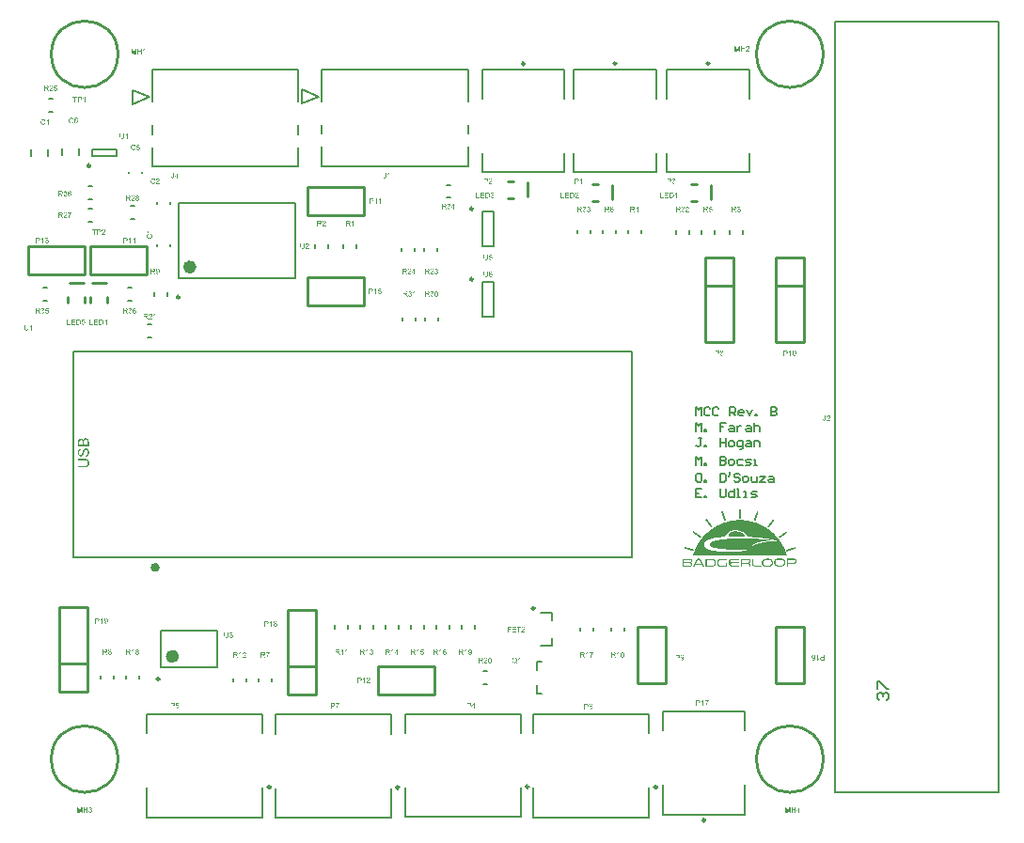
<source format=gto>
G04*
G04 #@! TF.GenerationSoftware,Altium Limited,Altium Designer,23.1.1 (15)*
G04*
G04 Layer_Color=65535*
%FSLAX25Y25*%
%MOIN*%
G70*
G04*
G04 #@! TF.SameCoordinates,F8F85EFA-0F4A-4E32-949D-36CD74FFCFB1*
G04*
G04*
G04 #@! TF.FilePolarity,Positive*
G04*
G01*
G75*
%ADD10C,0.00984*%
%ADD11C,0.01575*%
%ADD12C,0.02362*%
%ADD13C,0.01000*%
%ADD14C,0.00787*%
%ADD15C,0.00600*%
%ADD16C,0.00500*%
%ADD17C,0.00800*%
G36*
X257397Y113729D02*
X257459D01*
Y113667D01*
X257521D01*
Y113604D01*
X257583D01*
Y111617D01*
Y111555D01*
Y110436D01*
X257521D01*
Y110312D01*
X257397D01*
Y110250D01*
X257149D01*
Y110312D01*
X257086D01*
Y110374D01*
X257024D01*
Y110561D01*
X256962D01*
Y110685D01*
X257024D01*
Y113356D01*
X256962D01*
Y113480D01*
X257024D01*
Y113667D01*
X257086D01*
Y113729D01*
X257211D01*
Y113791D01*
X257397D01*
Y113729D01*
D02*
G37*
G36*
X251185Y112859D02*
X251247D01*
Y112797D01*
X251309D01*
Y112735D01*
X251371D01*
Y112673D01*
Y112611D01*
Y112486D01*
X251433D01*
Y112300D01*
X251495D01*
Y112114D01*
X251558D01*
Y111927D01*
X251620D01*
Y111741D01*
X251682D01*
Y111555D01*
X251744D01*
Y111368D01*
X251806D01*
Y111120D01*
X251868D01*
Y110933D01*
X251930D01*
Y110747D01*
X251992D01*
Y110561D01*
X252055D01*
Y110374D01*
X252117D01*
Y110188D01*
X252179D01*
Y110002D01*
X252241D01*
Y109691D01*
X252179D01*
Y109629D01*
X252117D01*
Y109567D01*
X251806D01*
Y109629D01*
X251744D01*
Y109691D01*
X251682D01*
Y109815D01*
X251620D01*
Y110064D01*
X251558D01*
Y110250D01*
X251495D01*
Y110436D01*
X251433D01*
Y110623D01*
X251371D01*
Y110809D01*
X251309D01*
Y110995D01*
X251247D01*
Y111182D01*
X251185D01*
Y111368D01*
X251123D01*
Y111555D01*
X251061D01*
Y111741D01*
X250998D01*
Y111927D01*
X250936D01*
Y112114D01*
X250874D01*
Y112300D01*
X250812D01*
Y112486D01*
X250750D01*
Y112735D01*
X250812D01*
Y112859D01*
X250936D01*
Y112921D01*
X251185D01*
Y112859D01*
D02*
G37*
G36*
X263671Y112797D02*
X263733D01*
Y112735D01*
X263795D01*
Y112424D01*
X263733D01*
Y112238D01*
X263671D01*
Y112051D01*
X263609D01*
Y111865D01*
X263547D01*
Y111679D01*
X263485D01*
Y111492D01*
X263423D01*
Y111244D01*
X263361D01*
Y111058D01*
X263299D01*
Y110871D01*
X263236D01*
Y110685D01*
X263174D01*
Y110498D01*
X263112D01*
Y110312D01*
X263050D01*
Y110126D01*
X262988D01*
Y109939D01*
X262926D01*
Y109691D01*
X262864D01*
Y109629D01*
X262802D01*
Y109567D01*
X262739D01*
Y109504D01*
X262429D01*
Y109567D01*
X262367D01*
Y109691D01*
X262304D01*
Y109939D01*
X262367D01*
Y110064D01*
X262429D01*
Y110312D01*
X262491D01*
Y110436D01*
Y110498D01*
X262553D01*
Y110685D01*
X262615D01*
Y110871D01*
X262677D01*
Y111058D01*
X262739D01*
Y111244D01*
X262802D01*
Y111430D01*
X262864D01*
Y111617D01*
X262926D01*
Y111803D01*
X262988D01*
Y111989D01*
X263050D01*
Y112176D01*
X263112D01*
Y112362D01*
X263174D01*
Y112611D01*
X263236D01*
Y112735D01*
X263299D01*
Y112797D01*
X263361D01*
Y112859D01*
X263671D01*
Y112797D01*
D02*
G37*
G36*
X245470Y110126D02*
X245594D01*
Y110064D01*
X245656D01*
Y110002D01*
X245718D01*
Y109877D01*
X245780D01*
Y109815D01*
X245842D01*
Y109691D01*
X245904D01*
Y109629D01*
X245967D01*
Y109567D01*
X246029D01*
Y109442D01*
X246091D01*
Y109380D01*
X246153D01*
Y109256D01*
X246215D01*
Y109194D01*
X246277D01*
Y109132D01*
X246339D01*
Y109008D01*
X246402D01*
Y108946D01*
X246464D01*
Y108883D01*
X246526D01*
Y108759D01*
X246588D01*
Y108697D01*
X246650D01*
Y108573D01*
X246712D01*
Y108511D01*
X246774D01*
Y108449D01*
X246836D01*
Y108324D01*
X246899D01*
Y108262D01*
X246961D01*
Y108200D01*
X247023D01*
Y108076D01*
X247085D01*
Y108014D01*
X247147D01*
Y107889D01*
X247209D01*
Y107827D01*
X247271D01*
Y107765D01*
X247333D01*
Y107641D01*
X247395D01*
Y107330D01*
X247333D01*
Y107268D01*
X247209D01*
Y107206D01*
X247023D01*
Y107268D01*
X246899D01*
Y107330D01*
X246836D01*
Y107455D01*
X246774D01*
Y107517D01*
X246712D01*
Y107579D01*
X246650D01*
Y107703D01*
X246588D01*
Y107765D01*
X246526D01*
Y107889D01*
X246464D01*
Y107951D01*
X246402D01*
Y108014D01*
X246339D01*
Y108138D01*
X246277D01*
Y108200D01*
X246215D01*
Y108262D01*
X246153D01*
Y108386D01*
X246091D01*
Y108449D01*
X246029D01*
Y108573D01*
X245967D01*
Y108635D01*
X245904D01*
Y108697D01*
X245842D01*
Y108821D01*
X245780D01*
Y108883D01*
X245718D01*
Y108946D01*
X245656D01*
Y109070D01*
X245594D01*
Y109132D01*
X245532D01*
Y109256D01*
X245470D01*
Y109318D01*
X245408D01*
Y109380D01*
X245345D01*
Y109504D01*
X245283D01*
Y109567D01*
X245221D01*
Y109629D01*
X245159D01*
Y109691D01*
Y109753D01*
X245097D01*
Y110002D01*
X245159D01*
Y110064D01*
X245221D01*
Y110126D01*
X245283D01*
Y110188D01*
X245470D01*
Y110126D01*
D02*
G37*
G36*
X269324Y110002D02*
X269386D01*
Y109877D01*
X269448D01*
Y109691D01*
X269386D01*
Y109567D01*
X269324D01*
Y109504D01*
X269262D01*
Y109380D01*
X269200D01*
Y109318D01*
X269138D01*
Y109256D01*
X269076D01*
Y109132D01*
X269014D01*
Y109070D01*
X268952D01*
Y109008D01*
X268889D01*
Y108883D01*
X268827D01*
Y108821D01*
X268765D01*
Y108697D01*
X268703D01*
Y108635D01*
X268641D01*
Y108573D01*
X268579D01*
Y108449D01*
X268517D01*
Y108386D01*
X268455D01*
Y108324D01*
X268392D01*
Y108200D01*
X268330D01*
Y108138D01*
X268268D01*
Y108014D01*
X268206D01*
Y107951D01*
X268144D01*
Y107889D01*
X268082D01*
Y107765D01*
X268020D01*
Y107703D01*
X267958D01*
Y107579D01*
X267895D01*
Y107517D01*
X267833D01*
Y107455D01*
X267771D01*
Y107330D01*
X267709D01*
Y107268D01*
X267647D01*
Y107206D01*
X267585D01*
Y107144D01*
X267274D01*
Y107206D01*
X267212D01*
Y107268D01*
X267150D01*
Y107579D01*
X267212D01*
Y107641D01*
X267274D01*
Y107765D01*
X267336D01*
Y107827D01*
X267399D01*
Y107889D01*
X267461D01*
Y108014D01*
X267523D01*
Y108076D01*
X267585D01*
Y108138D01*
Y108200D01*
X267647D01*
Y108262D01*
X267709D01*
Y108324D01*
X267771D01*
Y108449D01*
X267833D01*
Y108511D01*
X267895D01*
Y108573D01*
X267958D01*
Y108697D01*
X268020D01*
Y108759D01*
X268082D01*
Y108883D01*
X268144D01*
Y108946D01*
X268206D01*
Y109008D01*
X268268D01*
Y109132D01*
X268330D01*
Y109194D01*
X268392D01*
Y109256D01*
X268455D01*
Y109380D01*
X268517D01*
Y109442D01*
X268579D01*
Y109567D01*
X268641D01*
Y109629D01*
X268703D01*
Y109691D01*
X268765D01*
Y109815D01*
X268827D01*
Y109877D01*
X268889D01*
Y110002D01*
X269014D01*
Y110064D01*
X269324D01*
Y110002D01*
D02*
G37*
G36*
X241059Y105715D02*
X241121D01*
Y105653D01*
X241183D01*
Y105591D01*
X241308D01*
Y105529D01*
X241370D01*
Y105467D01*
X241494D01*
Y105404D01*
X241556D01*
Y105342D01*
X241618D01*
Y105280D01*
X241742D01*
Y105218D01*
X241805D01*
Y105156D01*
X241867D01*
Y105094D01*
X241991D01*
Y105032D01*
X242053D01*
Y104970D01*
X242177D01*
Y104908D01*
X242239D01*
Y104845D01*
X242302D01*
Y104783D01*
X242426D01*
Y104721D01*
X242488D01*
Y104659D01*
X242550D01*
Y104597D01*
X242674D01*
Y104535D01*
X242736D01*
Y104473D01*
X242861D01*
Y104411D01*
X242923D01*
Y104349D01*
X242985D01*
Y104286D01*
X243109D01*
Y104224D01*
X243171D01*
Y104162D01*
X243233D01*
Y104100D01*
X243358D01*
Y104038D01*
X243420D01*
Y103976D01*
X243482D01*
Y103851D01*
X243544D01*
Y103727D01*
X243482D01*
Y103603D01*
X243420D01*
Y103541D01*
X243233D01*
Y103479D01*
X243171D01*
Y103541D01*
X243047D01*
Y103603D01*
X242923D01*
Y103665D01*
X242861D01*
Y103727D01*
X242798D01*
Y103789D01*
X242674D01*
Y103851D01*
X242612D01*
Y103914D01*
X242550D01*
Y103976D01*
X242426D01*
Y104038D01*
X242364D01*
Y104100D01*
X242302D01*
Y104162D01*
X242177D01*
Y104224D01*
X242115D01*
Y104286D01*
X241991D01*
Y104349D01*
X241929D01*
Y104411D01*
X241867D01*
Y104473D01*
X241742D01*
Y104535D01*
X241680D01*
Y104597D01*
X241556D01*
Y104659D01*
X241494D01*
Y104721D01*
X241432D01*
Y104783D01*
X241308D01*
Y104845D01*
X241245D01*
Y104908D01*
X241183D01*
Y104970D01*
X241059D01*
Y105032D01*
X240997D01*
Y105094D01*
X240873D01*
Y105156D01*
X240811D01*
Y105218D01*
X240686D01*
Y105280D01*
X240624D01*
Y105404D01*
X240562D01*
Y105653D01*
X240624D01*
Y105715D01*
X240686D01*
Y105777D01*
X241059D01*
Y105715D01*
D02*
G37*
G36*
X273859Y105529D02*
X273921D01*
Y105218D01*
X273859D01*
Y105156D01*
X273797D01*
Y105094D01*
X273673D01*
Y105032D01*
X273611D01*
Y104970D01*
X273549D01*
Y104908D01*
X273424D01*
Y104845D01*
X273362D01*
Y104783D01*
X273238D01*
Y104721D01*
X273176D01*
Y104659D01*
X273114D01*
Y104597D01*
X272989D01*
Y104535D01*
X272927D01*
Y104473D01*
X272865D01*
Y104411D01*
X272741D01*
Y104349D01*
X272679D01*
Y104286D01*
X272554D01*
Y104224D01*
X272492D01*
Y104162D01*
X272430D01*
Y104100D01*
X272306D01*
Y104038D01*
X272244D01*
Y103976D01*
X272182D01*
Y103914D01*
X272058D01*
Y103851D01*
X271995D01*
Y103789D01*
X271871D01*
Y103727D01*
X271809D01*
Y103665D01*
X271747D01*
Y103603D01*
X271623D01*
Y103541D01*
X271561D01*
Y103479D01*
X271498D01*
Y103417D01*
X271312D01*
Y103355D01*
X271188D01*
Y103417D01*
X271064D01*
Y103479D01*
X271002D01*
Y103851D01*
X271064D01*
Y103914D01*
X271126D01*
Y103976D01*
X271250D01*
Y104038D01*
X271312D01*
Y104100D01*
X271436D01*
Y104162D01*
X271498D01*
Y104224D01*
X271561D01*
Y104286D01*
X271685D01*
Y104349D01*
X271747D01*
Y104411D01*
X271871D01*
Y104473D01*
X271933D01*
Y104535D01*
X271995D01*
Y104597D01*
X272120D01*
Y104659D01*
X272182D01*
Y104721D01*
X272244D01*
Y104783D01*
X272368D01*
Y104845D01*
X272430D01*
Y104908D01*
X272554D01*
Y104970D01*
X272617D01*
Y105032D01*
X272679D01*
Y105094D01*
X272803D01*
Y105156D01*
X272865D01*
Y105218D01*
X272927D01*
Y105280D01*
X273052D01*
Y105342D01*
X273114D01*
Y105404D01*
X273238D01*
Y105467D01*
X273300D01*
Y105529D01*
X273362D01*
Y105591D01*
X273424D01*
Y105653D01*
X273859D01*
Y105529D01*
D02*
G37*
G36*
X238077Y100186D02*
X238264D01*
Y100124D01*
X238450D01*
Y100062D01*
X238636D01*
Y100000D01*
X238823D01*
Y99938D01*
X239009D01*
Y99876D01*
X239195D01*
Y99814D01*
X239382D01*
Y99752D01*
X239630D01*
Y99689D01*
X239817D01*
Y99627D01*
X240003D01*
Y99565D01*
X240189D01*
Y99503D01*
X240376D01*
Y99441D01*
X240562D01*
Y99379D01*
X240811D01*
Y99317D01*
X240873D01*
Y99255D01*
X240935D01*
Y98882D01*
X240873D01*
Y98820D01*
X240749D01*
Y98758D01*
X240562D01*
Y98820D01*
X240376D01*
Y98882D01*
X240189D01*
Y98944D01*
X240003D01*
Y99006D01*
X239817D01*
Y99068D01*
X239630D01*
Y99130D01*
X239444D01*
Y99192D01*
X239258D01*
Y99255D01*
X239071D01*
Y99317D01*
X238885D01*
Y99379D01*
X238699D01*
Y99441D01*
X238512D01*
Y99503D01*
X238326D01*
Y99565D01*
X238077D01*
Y99627D01*
X237891D01*
Y99689D01*
X237767D01*
Y99752D01*
X237642D01*
Y99876D01*
X237580D01*
Y100062D01*
X237642D01*
Y100186D01*
X237704D01*
Y100249D01*
X238077D01*
Y100186D01*
D02*
G37*
G36*
X276841Y100062D02*
X276903D01*
Y100000D01*
X276965D01*
Y99938D01*
X277027D01*
Y99752D01*
X276965D01*
Y99627D01*
X276903D01*
Y99565D01*
X276779D01*
Y99503D01*
X276592D01*
Y99441D01*
X276406D01*
Y99379D01*
X276220D01*
Y99317D01*
X275971D01*
Y99255D01*
X275785D01*
Y99192D01*
X275599D01*
Y99130D01*
X275412D01*
Y99068D01*
X275226D01*
Y99006D01*
X275039D01*
Y98944D01*
X274853D01*
Y98882D01*
X274667D01*
Y98820D01*
X274480D01*
Y98758D01*
X274294D01*
Y98695D01*
X274108D01*
Y98633D01*
X273797D01*
Y98695D01*
X273735D01*
Y98758D01*
X273673D01*
Y99130D01*
X273797D01*
Y99192D01*
X273921D01*
Y99255D01*
X274108D01*
Y99317D01*
X274294D01*
Y99379D01*
X274480D01*
Y99441D01*
X274729D01*
Y99503D01*
X274915D01*
Y99565D01*
X275101D01*
Y99627D01*
X275288D01*
Y99689D01*
X275474D01*
Y99752D01*
X275661D01*
Y99814D01*
X275847D01*
Y99876D01*
X276033D01*
Y99938D01*
X276220D01*
Y100000D01*
X276406D01*
Y100062D01*
X276592D01*
Y100124D01*
X276841D01*
Y100062D01*
D02*
G37*
G36*
X258515Y109691D02*
X259198D01*
Y109629D01*
X259695D01*
Y109567D01*
X260130D01*
Y109504D01*
X260503D01*
Y109442D01*
X260814D01*
Y109380D01*
X261124D01*
Y109318D01*
X261373D01*
Y109256D01*
X261621D01*
Y109194D01*
X261870D01*
Y109132D01*
X262056D01*
Y109070D01*
X262304D01*
Y109008D01*
X262491D01*
Y108946D01*
X262677D01*
Y108883D01*
X262864D01*
Y108821D01*
X263050D01*
Y108759D01*
X263236D01*
Y108697D01*
X263423D01*
Y108635D01*
X263547D01*
Y108573D01*
X263733D01*
Y108511D01*
X263858D01*
Y108449D01*
X264044D01*
Y108386D01*
X264168D01*
Y108324D01*
X264292D01*
Y108262D01*
X264479D01*
Y108200D01*
X264603D01*
Y108138D01*
X264727D01*
Y108076D01*
X264851D01*
Y108014D01*
X264976D01*
Y107951D01*
X265100D01*
Y107889D01*
X265224D01*
Y107827D01*
X265349D01*
Y107765D01*
X265473D01*
Y107703D01*
X265597D01*
Y107641D01*
X265659D01*
Y107579D01*
X265783D01*
Y107517D01*
X265908D01*
Y107455D01*
X266032D01*
Y107392D01*
X266094D01*
Y107330D01*
X266218D01*
Y107268D01*
X266342D01*
Y107206D01*
X266405D01*
Y107144D01*
X266529D01*
Y107082D01*
X266591D01*
Y107020D01*
X266715D01*
Y106958D01*
X266839D01*
Y106895D01*
X266901D01*
Y106833D01*
X267026D01*
Y106771D01*
X267088D01*
Y106709D01*
X267150D01*
Y106647D01*
X267274D01*
Y106585D01*
X267336D01*
Y106523D01*
X267461D01*
Y106461D01*
X267523D01*
Y106398D01*
X267585D01*
Y106336D01*
X267709D01*
Y106274D01*
X267771D01*
Y106212D01*
X267833D01*
Y106150D01*
X267958D01*
Y106088D01*
X268020D01*
Y106026D01*
X268082D01*
Y105964D01*
X268206D01*
Y105902D01*
X268268D01*
Y105839D01*
X268330D01*
Y105777D01*
X268392D01*
Y105715D01*
X268455D01*
Y105653D01*
X268579D01*
Y105591D01*
X268641D01*
Y105529D01*
X268703D01*
Y105467D01*
X268765D01*
Y105404D01*
X268827D01*
Y105342D01*
X268889D01*
Y105280D01*
X268952D01*
Y105218D01*
X269014D01*
Y105156D01*
X269138D01*
Y105094D01*
X269200D01*
Y105032D01*
X269262D01*
Y104970D01*
X269324D01*
Y104908D01*
X269386D01*
Y104845D01*
X269448D01*
Y104783D01*
X269511D01*
Y104721D01*
X269573D01*
Y104659D01*
X269635D01*
Y104597D01*
X269697D01*
Y104535D01*
X269759D01*
Y104473D01*
X269821D01*
Y104411D01*
X269883D01*
Y104349D01*
X269945D01*
Y104286D01*
X270008D01*
Y104162D01*
X270070D01*
Y104100D01*
X270132D01*
Y104038D01*
X270194D01*
Y103976D01*
X270256D01*
Y103914D01*
X270318D01*
Y103851D01*
X270380D01*
Y103789D01*
X270442D01*
Y103727D01*
X270504D01*
Y103603D01*
X270567D01*
Y103541D01*
X270629D01*
Y103479D01*
X270691D01*
Y103417D01*
X270753D01*
Y103355D01*
X270815D01*
Y103230D01*
X270877D01*
Y103168D01*
X270939D01*
Y103106D01*
X271002D01*
Y102982D01*
X271064D01*
Y102920D01*
X271126D01*
Y102858D01*
X271188D01*
Y102733D01*
X271250D01*
Y102671D01*
X271312D01*
Y102609D01*
X271374D01*
Y102485D01*
X271436D01*
Y102423D01*
X271498D01*
Y102298D01*
X271561D01*
Y102236D01*
X271623D01*
Y102174D01*
X271685D01*
Y102050D01*
X271747D01*
Y101988D01*
X271809D01*
Y101864D01*
X271871D01*
Y101739D01*
X271933D01*
Y101677D01*
X271995D01*
Y101553D01*
X272058D01*
Y101491D01*
X272120D01*
Y101367D01*
X272182D01*
Y101242D01*
X272244D01*
Y101180D01*
X272306D01*
Y101056D01*
X272368D01*
Y100932D01*
X272430D01*
Y100808D01*
X272492D01*
Y100745D01*
X272554D01*
Y100621D01*
X272617D01*
Y100497D01*
X272679D01*
Y100373D01*
X272741D01*
Y100249D01*
X272803D01*
Y100124D01*
X272865D01*
Y100000D01*
X272927D01*
Y99876D01*
X272989D01*
Y99752D01*
X273052D01*
Y99627D01*
X273114D01*
Y99441D01*
X273176D01*
Y99317D01*
X273238D01*
Y99192D01*
X273300D01*
Y99006D01*
X273362D01*
Y98882D01*
X273424D01*
Y98695D01*
X273486D01*
Y98571D01*
X273549D01*
Y98385D01*
X273611D01*
Y98198D01*
X273673D01*
Y98012D01*
X273735D01*
Y97826D01*
X273797D01*
Y97639D01*
X273859D01*
Y97453D01*
X273921D01*
Y97267D01*
X240686D01*
Y97453D01*
X240749D01*
Y97639D01*
X240811D01*
Y97826D01*
X240873D01*
Y98012D01*
X240935D01*
Y98198D01*
X240997D01*
Y98385D01*
X241059D01*
Y98571D01*
X241121D01*
Y98695D01*
X241183D01*
Y98882D01*
X241245D01*
Y99006D01*
X241308D01*
Y99192D01*
X241370D01*
Y99317D01*
X241432D01*
Y99441D01*
X241494D01*
Y99627D01*
X241556D01*
Y99752D01*
X241618D01*
Y99876D01*
X241680D01*
Y100000D01*
X241742D01*
Y100124D01*
X241805D01*
Y100249D01*
X241867D01*
Y100373D01*
X241929D01*
Y100497D01*
X241991D01*
Y100621D01*
X242053D01*
Y100745D01*
X242115D01*
Y100808D01*
X242177D01*
Y100932D01*
X242239D01*
Y101056D01*
X242302D01*
Y101180D01*
X242364D01*
Y101242D01*
X242426D01*
Y101367D01*
X242488D01*
Y101491D01*
X242550D01*
Y101553D01*
X242612D01*
Y101677D01*
X242674D01*
Y101802D01*
X242736D01*
Y101864D01*
X242798D01*
Y101988D01*
X242861D01*
Y102050D01*
X242923D01*
Y102174D01*
X242985D01*
Y102236D01*
X243047D01*
Y102361D01*
X243109D01*
Y102423D01*
X243171D01*
Y102485D01*
X243233D01*
Y102609D01*
X243295D01*
Y102671D01*
X243358D01*
Y102733D01*
X243420D01*
Y102858D01*
X243482D01*
Y102920D01*
X243544D01*
Y102982D01*
X243606D01*
Y103106D01*
X243668D01*
Y103168D01*
X243730D01*
Y103230D01*
X243792D01*
Y103355D01*
X243854D01*
Y103417D01*
X243917D01*
Y103479D01*
X243979D01*
Y103541D01*
X244041D01*
Y103603D01*
X244103D01*
Y103727D01*
X244165D01*
Y103789D01*
X244227D01*
Y103851D01*
X244289D01*
Y103914D01*
X244352D01*
Y103976D01*
X244414D01*
Y104038D01*
X244476D01*
Y104100D01*
X244538D01*
Y104224D01*
X244600D01*
Y104286D01*
X244662D01*
Y104349D01*
X244724D01*
Y104411D01*
X244786D01*
Y104473D01*
X244848D01*
Y104535D01*
X244911D01*
Y104597D01*
X244973D01*
Y104659D01*
X245035D01*
Y104721D01*
X245097D01*
Y104783D01*
X245159D01*
Y104845D01*
X245221D01*
Y104908D01*
X245283D01*
Y104970D01*
X245345D01*
Y105032D01*
X245408D01*
Y105094D01*
X245470D01*
Y105156D01*
X245532D01*
Y105218D01*
X245656D01*
Y105280D01*
X245718D01*
Y105342D01*
X245780D01*
Y105404D01*
X245842D01*
Y105467D01*
X245904D01*
Y105529D01*
X245967D01*
Y105591D01*
X246029D01*
Y105653D01*
X246153D01*
Y105715D01*
X246215D01*
Y105777D01*
X246277D01*
Y105839D01*
X246339D01*
Y105902D01*
X246402D01*
Y105964D01*
X246526D01*
Y106026D01*
X246588D01*
Y106088D01*
X246650D01*
Y106150D01*
X246774D01*
Y106212D01*
X246836D01*
Y106274D01*
X246899D01*
Y106336D01*
X247023D01*
Y106398D01*
X247085D01*
Y106461D01*
X247147D01*
Y106523D01*
X247271D01*
Y106585D01*
X247333D01*
Y106647D01*
X247458D01*
Y106709D01*
X247520D01*
Y106771D01*
X247582D01*
Y106833D01*
X247706D01*
Y106895D01*
X247768D01*
Y106958D01*
X247892D01*
Y107020D01*
X248017D01*
Y107082D01*
X248079D01*
Y107144D01*
X248203D01*
Y107206D01*
X248265D01*
Y107268D01*
X248389D01*
Y107330D01*
X248514D01*
Y107392D01*
X248576D01*
Y107455D01*
X248700D01*
Y107517D01*
X248824D01*
Y107579D01*
X248949D01*
Y107641D01*
X249011D01*
Y107703D01*
X249135D01*
Y107765D01*
X249259D01*
Y107827D01*
X249383D01*
Y107889D01*
X249508D01*
Y107951D01*
X249632D01*
Y108014D01*
X249756D01*
Y108076D01*
X249880D01*
Y108138D01*
X250005D01*
Y108200D01*
X250129D01*
Y108262D01*
X250315D01*
Y108324D01*
X250439D01*
Y108386D01*
X250564D01*
Y108449D01*
X250750D01*
Y108511D01*
X250874D01*
Y108573D01*
X251061D01*
Y108635D01*
X251185D01*
Y108697D01*
X251371D01*
Y108759D01*
X251558D01*
Y108821D01*
X251744D01*
Y108883D01*
X251930D01*
Y108946D01*
X252117D01*
Y109008D01*
X252303D01*
Y109070D01*
X252552D01*
Y109132D01*
X252738D01*
Y109194D01*
X252986D01*
Y109256D01*
X253235D01*
Y109318D01*
X253483D01*
Y109380D01*
X253794D01*
Y109442D01*
X254104D01*
Y109504D01*
X254477D01*
Y109567D01*
X254912D01*
Y109629D01*
X255409D01*
Y109691D01*
X256092D01*
Y109753D01*
X258515D01*
Y109691D01*
D02*
G37*
G36*
X276779Y96024D02*
X276965D01*
Y95962D01*
X277089D01*
Y95900D01*
X277151D01*
Y95838D01*
X277214D01*
Y95776D01*
X277276D01*
Y95714D01*
X277338D01*
Y95589D01*
X277400D01*
Y95527D01*
Y95465D01*
Y95403D01*
X277462D01*
Y94968D01*
X277400D01*
Y94782D01*
X277338D01*
Y94658D01*
X277276D01*
Y94595D01*
X277214D01*
Y94533D01*
X277151D01*
Y94471D01*
X277089D01*
Y94409D01*
X276965D01*
Y94347D01*
X276779D01*
Y94285D01*
X274418D01*
Y93291D01*
X273983D01*
Y96086D01*
X276779D01*
Y96024D01*
D02*
G37*
G36*
X271933Y96086D02*
X272306D01*
Y96024D01*
X272554D01*
Y95962D01*
X272679D01*
Y95900D01*
X272803D01*
Y95838D01*
X272865D01*
Y95776D01*
X272989D01*
Y95714D01*
X273052D01*
Y95652D01*
X273114D01*
Y95527D01*
X273176D01*
Y95403D01*
X273238D01*
Y95279D01*
X273300D01*
Y94844D01*
X273362D01*
Y94595D01*
X273300D01*
Y94161D01*
X273238D01*
Y93974D01*
X273176D01*
Y93850D01*
X273114D01*
Y93788D01*
X273052D01*
Y93726D01*
X272989D01*
Y93664D01*
X272927D01*
Y93602D01*
X272865D01*
Y93539D01*
X272741D01*
Y93477D01*
X272617D01*
Y93415D01*
X272492D01*
Y93353D01*
X272182D01*
Y93291D01*
X270567D01*
Y93353D01*
X270318D01*
Y93415D01*
X270132D01*
Y93477D01*
X270008D01*
Y93539D01*
X269883D01*
Y93602D01*
X269821D01*
Y93664D01*
X269759D01*
Y93726D01*
X269697D01*
Y93788D01*
X269635D01*
Y93912D01*
X269573D01*
Y94036D01*
X269511D01*
Y94285D01*
X269448D01*
Y95155D01*
X269511D01*
Y95341D01*
X269573D01*
Y95465D01*
X269635D01*
Y95589D01*
X269697D01*
Y95652D01*
X269759D01*
Y95714D01*
X269821D01*
Y95776D01*
X269883D01*
Y95838D01*
X269945D01*
Y95900D01*
X270070D01*
Y95962D01*
X270256D01*
Y96024D01*
X270442D01*
Y96086D01*
X270877D01*
Y96149D01*
X271933D01*
Y96086D01*
D02*
G37*
G36*
X267585Y96024D02*
X267958D01*
Y95962D01*
X268206D01*
Y95900D01*
X268330D01*
Y95838D01*
X268455D01*
Y95776D01*
X268517D01*
Y95714D01*
X268641D01*
Y95652D01*
X268703D01*
Y95589D01*
X268765D01*
Y95465D01*
X268827D01*
Y95341D01*
X268889D01*
Y95279D01*
Y95217D01*
X268952D01*
Y94782D01*
X269014D01*
Y94533D01*
X268952D01*
Y94099D01*
X268889D01*
Y93912D01*
X268827D01*
Y93788D01*
X268765D01*
Y93726D01*
X268703D01*
Y93664D01*
X268641D01*
Y93602D01*
X268579D01*
Y93539D01*
X268517D01*
Y93477D01*
X268392D01*
Y93415D01*
X268268D01*
Y93353D01*
X268144D01*
Y93291D01*
X267833D01*
Y93229D01*
X266218D01*
Y93291D01*
X265970D01*
Y93353D01*
X265783D01*
Y93415D01*
X265659D01*
Y93477D01*
X265535D01*
Y93539D01*
X265473D01*
Y93602D01*
X265411D01*
Y93664D01*
X265349D01*
Y93726D01*
X265286D01*
Y93850D01*
X265224D01*
Y93974D01*
X265162D01*
Y94223D01*
X265100D01*
Y95092D01*
X265162D01*
Y95279D01*
X265224D01*
Y95403D01*
X265286D01*
Y95527D01*
X265349D01*
Y95589D01*
X265411D01*
Y95652D01*
X265473D01*
Y95714D01*
X265535D01*
Y95776D01*
X265597D01*
Y95838D01*
X265721D01*
Y95900D01*
X265908D01*
Y95962D01*
X266094D01*
Y96024D01*
X266529D01*
Y96086D01*
X267585D01*
Y96024D01*
D02*
G37*
G36*
X262118Y94036D02*
X262180D01*
Y93912D01*
X262242D01*
Y93850D01*
X262304D01*
Y93788D01*
X262429D01*
Y93726D01*
X262677D01*
Y93664D01*
X264851D01*
Y93229D01*
X262615D01*
Y93291D01*
X262304D01*
Y93353D01*
X262180D01*
Y93415D01*
X262056D01*
Y93477D01*
X261994D01*
Y93539D01*
X261932D01*
Y93602D01*
X261870D01*
Y93664D01*
X261808D01*
Y93788D01*
X261745D01*
Y93912D01*
X261683D01*
Y96024D01*
X262118D01*
Y94036D01*
D02*
G37*
G36*
X260441Y95962D02*
X260627D01*
Y95900D01*
X260752D01*
Y95838D01*
X260814D01*
Y95776D01*
X260876D01*
Y95714D01*
X260938D01*
Y95589D01*
X261000D01*
Y95465D01*
X261062D01*
Y94906D01*
X261000D01*
Y94782D01*
X260938D01*
Y94658D01*
X260876D01*
Y94595D01*
X260752D01*
Y94533D01*
X260627D01*
Y94471D01*
X260503D01*
Y94409D01*
X260627D01*
Y94347D01*
X260752D01*
Y94285D01*
X260814D01*
Y94223D01*
X260876D01*
Y94161D01*
X260938D01*
Y94036D01*
X261000D01*
Y93229D01*
X260565D01*
Y93850D01*
X260503D01*
Y94036D01*
X260441D01*
Y94099D01*
X260379D01*
Y94161D01*
X260255D01*
Y94223D01*
X258018D01*
Y93229D01*
X257583D01*
Y96024D01*
X260441D01*
Y95962D01*
D02*
G37*
G36*
X256900Y95652D02*
X254664D01*
Y95589D01*
X254291D01*
Y95527D01*
X254104D01*
Y95465D01*
X254042D01*
Y95403D01*
X253980D01*
Y95341D01*
X253918D01*
Y95217D01*
X253856D01*
Y94968D01*
X253794D01*
Y94844D01*
X256838D01*
Y94471D01*
X254167D01*
Y94409D01*
X253794D01*
Y94285D01*
X253856D01*
Y94099D01*
X253918D01*
Y93974D01*
X253980D01*
Y93850D01*
X254104D01*
Y93788D01*
X254167D01*
Y93726D01*
X254353D01*
Y93664D01*
X256900D01*
Y93229D01*
X254353D01*
Y93291D01*
X254042D01*
Y93353D01*
X253918D01*
Y93415D01*
X253794D01*
Y93477D01*
X253732D01*
Y93539D01*
X253670D01*
Y93602D01*
X253608D01*
Y93664D01*
X253545D01*
Y93788D01*
X253483D01*
Y93912D01*
X253421D01*
Y94223D01*
X253359D01*
Y95092D01*
X253421D01*
Y95341D01*
X253483D01*
Y95465D01*
X253545D01*
Y95589D01*
X253608D01*
Y95652D01*
X253670D01*
Y95714D01*
X253732D01*
Y95776D01*
X253794D01*
Y95838D01*
X253856D01*
Y95900D01*
X253980D01*
Y95962D01*
X254229D01*
Y96024D01*
X256900D01*
Y95652D01*
D02*
G37*
G36*
X252800Y95589D02*
X250191D01*
Y95527D01*
X250067D01*
Y95465D01*
X249942D01*
Y95403D01*
X249880D01*
Y95341D01*
X249818D01*
Y95217D01*
X249756D01*
Y94968D01*
X249694D01*
Y94347D01*
X249756D01*
Y94099D01*
X249818D01*
Y93974D01*
X249880D01*
Y93912D01*
X249942D01*
Y93850D01*
X250005D01*
Y93788D01*
X250067D01*
Y93726D01*
X250315D01*
Y93664D01*
X252365D01*
Y94720D01*
X252800D01*
Y94347D01*
Y94285D01*
Y93229D01*
X250253D01*
Y93291D01*
X249942D01*
Y93353D01*
X249818D01*
Y93415D01*
X249694D01*
Y93477D01*
X249632D01*
Y93539D01*
X249570D01*
Y93602D01*
X249508D01*
Y93664D01*
X249445D01*
Y93788D01*
X249383D01*
Y93912D01*
X249321D01*
Y94223D01*
X249259D01*
Y95092D01*
X249321D01*
Y95341D01*
X249383D01*
Y95465D01*
X249445D01*
Y95589D01*
X249508D01*
Y95652D01*
X249570D01*
Y95714D01*
X249632D01*
Y95776D01*
X249694D01*
Y95838D01*
X249756D01*
Y95900D01*
X249880D01*
Y95962D01*
X250129D01*
Y96024D01*
X252800D01*
Y95589D01*
D02*
G37*
G36*
X247892Y95962D02*
X248079D01*
Y95900D01*
X248203D01*
Y95838D01*
X248327D01*
Y95776D01*
X248389D01*
Y95714D01*
X248451D01*
Y95652D01*
X248514D01*
Y95527D01*
X248576D01*
Y95403D01*
X248638D01*
Y95217D01*
X248700D01*
Y94036D01*
X248638D01*
Y93850D01*
X248576D01*
Y93726D01*
X248514D01*
Y93664D01*
X248451D01*
Y93602D01*
X248389D01*
Y93539D01*
X248327D01*
Y93477D01*
X248265D01*
Y93415D01*
X248141D01*
Y93353D01*
X248017D01*
Y93291D01*
X247706D01*
Y93229D01*
X245097D01*
Y96024D01*
X247892D01*
Y95962D01*
D02*
G37*
G36*
X242923Y96024D02*
X243109D01*
Y95962D01*
X243171D01*
Y95900D01*
X243295D01*
Y95838D01*
X243358D01*
Y95714D01*
X243420D01*
Y95652D01*
X243482D01*
Y95527D01*
X243544D01*
Y95403D01*
X243606D01*
Y95279D01*
X243668D01*
Y95155D01*
X243730D01*
Y95030D01*
X243792D01*
Y94906D01*
X243854D01*
Y94782D01*
X243917D01*
Y94658D01*
X243979D01*
Y94533D01*
X244041D01*
Y94409D01*
X244103D01*
Y94285D01*
X244165D01*
Y94161D01*
X244227D01*
Y94036D01*
X244289D01*
Y93912D01*
X244352D01*
Y93788D01*
X244414D01*
Y93664D01*
X244476D01*
Y93539D01*
X244538D01*
Y93415D01*
X244600D01*
Y93291D01*
X244662D01*
Y93229D01*
X244165D01*
Y93353D01*
X244103D01*
Y93477D01*
X244041D01*
Y93602D01*
X243979D01*
Y93726D01*
X243917D01*
Y93850D01*
X243854D01*
Y93974D01*
X243792D01*
Y94036D01*
X242364D01*
Y93974D01*
X241556D01*
Y93850D01*
X241494D01*
Y93726D01*
X241432D01*
Y93602D01*
X241370D01*
Y93477D01*
X241308D01*
Y93353D01*
X241245D01*
Y93229D01*
X240749D01*
Y93291D01*
X240811D01*
Y93415D01*
X240873D01*
Y93539D01*
X240935D01*
Y93664D01*
X240997D01*
Y93788D01*
X241059D01*
Y93912D01*
X241121D01*
Y94099D01*
X241183D01*
Y94223D01*
X241245D01*
Y94347D01*
X241308D01*
Y94471D01*
X241370D01*
Y94595D01*
X241432D01*
Y94720D01*
X241494D01*
Y94844D01*
X241556D01*
Y94968D01*
X241618D01*
Y95092D01*
X241680D01*
Y95217D01*
X241742D01*
Y95341D01*
X241805D01*
Y95465D01*
X241867D01*
Y95589D01*
X241929D01*
Y95652D01*
X241991D01*
Y95776D01*
X242053D01*
Y95838D01*
X242115D01*
Y95900D01*
X242177D01*
Y95962D01*
X242302D01*
Y96024D01*
X242426D01*
Y96086D01*
X242923D01*
Y96024D01*
D02*
G37*
G36*
X239817Y95962D02*
X239941D01*
Y95900D01*
X240065D01*
Y95838D01*
X240127D01*
Y95776D01*
X240189D01*
Y95714D01*
X240251D01*
Y95652D01*
X240314D01*
Y95030D01*
X240251D01*
Y94906D01*
X240189D01*
Y94844D01*
X240127D01*
Y94782D01*
X240003D01*
Y94720D01*
X239879D01*
Y94658D01*
X240003D01*
Y94595D01*
X240127D01*
Y94533D01*
X240189D01*
Y94471D01*
X240251D01*
Y94409D01*
X240314D01*
Y94347D01*
X240376D01*
Y94161D01*
X240438D01*
Y93788D01*
X240376D01*
Y93664D01*
X240314D01*
Y93539D01*
X240251D01*
Y93477D01*
X240189D01*
Y93415D01*
X240065D01*
Y93353D01*
X239941D01*
Y93291D01*
X239692D01*
Y93229D01*
X236897D01*
Y93788D01*
Y93850D01*
Y96024D01*
X239817D01*
Y95962D01*
D02*
G37*
G36*
X15199Y263719D02*
X14435D01*
X14332Y263204D01*
X14334Y263206D01*
X14341Y263210D01*
X14349Y263215D01*
X14363Y263224D01*
X14378Y263232D01*
X14396Y263243D01*
X14418Y263252D01*
X14441Y263265D01*
X14468Y263276D01*
X14495Y263287D01*
X14526Y263297D01*
X14556Y263305D01*
X14589Y263313D01*
X14622Y263319D01*
X14658Y263323D01*
X14693Y263324D01*
X14704D01*
X14717Y263323D01*
X14734Y263321D01*
X14756Y263319D01*
X14781Y263315D01*
X14810Y263309D01*
X14840Y263302D01*
X14872Y263294D01*
X14907Y263281D01*
X14941Y263268D01*
X14977Y263251D01*
X15013Y263230D01*
X15049Y263208D01*
X15083Y263181D01*
X15116Y263150D01*
X15118Y263149D01*
X15123Y263142D01*
X15133Y263133D01*
X15144Y263119D01*
X15156Y263102D01*
X15171Y263081D01*
X15187Y263057D01*
X15203Y263029D01*
X15218Y262999D01*
X15234Y262965D01*
X15249Y262928D01*
X15262Y262890D01*
X15272Y262847D01*
X15282Y262801D01*
X15287Y262754D01*
X15289Y262705D01*
Y262703D01*
Y262702D01*
Y262698D01*
Y262694D01*
X15287Y262680D01*
X15286Y262662D01*
X15285Y262638D01*
X15280Y262612D01*
X15276Y262583D01*
X15269Y262551D01*
X15261Y262517D01*
X15251Y262481D01*
X15239Y262444D01*
X15225Y262407D01*
X15207Y262368D01*
X15187Y262331D01*
X15163Y262293D01*
X15137Y262258D01*
X15134Y262255D01*
X15129Y262248D01*
X15118Y262237D01*
X15104Y262222D01*
X15085Y262204D01*
X15062Y262184D01*
X15036Y262164D01*
X15006Y262142D01*
X14971Y262120D01*
X14934Y262099D01*
X14893Y262080D01*
X14847Y262062D01*
X14799Y262048D01*
X14748Y262035D01*
X14693Y262029D01*
X14635Y262026D01*
X14624D01*
X14610Y262027D01*
X14592Y262029D01*
X14570Y262030D01*
X14544Y262034D01*
X14514Y262038D01*
X14484Y262044D01*
X14451Y262052D01*
X14417Y262062D01*
X14381Y262073D01*
X14345Y262086D01*
X14310Y262103D01*
X14274Y262122D01*
X14241Y262146D01*
X14210Y262171D01*
X14208Y262172D01*
X14203Y262177D01*
X14194Y262186D01*
X14183Y262197D01*
X14171Y262212D01*
X14156Y262230D01*
X14141Y262251D01*
X14124Y262274D01*
X14108Y262300D01*
X14092Y262329D01*
X14076Y262361D01*
X14061Y262396D01*
X14048Y262433D01*
X14037Y262473D01*
X14027Y262514D01*
X14022Y262558D01*
X14267Y262579D01*
Y262578D01*
X14269Y262571D01*
X14270Y262562D01*
X14273Y262550D01*
X14277Y262535D01*
X14281Y262517D01*
X14287Y262498D01*
X14294Y262477D01*
X14310Y262434D01*
X14320Y262411D01*
X14331Y262389D01*
X14345Y262367D01*
X14359Y262346D01*
X14375Y262327D01*
X14393Y262309D01*
X14394Y262307D01*
X14397Y262304D01*
X14403Y262300D01*
X14411Y262295D01*
X14421Y262288D01*
X14433Y262280D01*
X14446Y262273D01*
X14461Y262264D01*
X14477Y262255D01*
X14497Y262248D01*
X14516Y262240D01*
X14538Y262233D01*
X14560Y262227D01*
X14583Y262223D01*
X14608Y262220D01*
X14635Y262219D01*
X14643D01*
X14651Y262220D01*
X14664D01*
X14677Y262223D01*
X14695Y262226D01*
X14715Y262230D01*
X14735Y262235D01*
X14757Y262241D01*
X14781Y262249D01*
X14804Y262260D01*
X14829Y262273D01*
X14853Y262286D01*
X14877Y262304D01*
X14901Y262324D01*
X14923Y262346D01*
X14924Y262347D01*
X14929Y262351D01*
X14934Y262360D01*
X14941Y262369D01*
X14951Y262382D01*
X14960Y262397D01*
X14971Y262415D01*
X14982Y262436D01*
X14992Y262459D01*
X15003Y262484D01*
X15013Y262511D01*
X15022Y262542D01*
X15029Y262575D01*
X15035Y262610D01*
X15039Y262645D01*
X15040Y262684D01*
Y262687D01*
Y262692D01*
X15039Y262703D01*
Y262717D01*
X15038Y262734D01*
X15035Y262754D01*
X15031Y262775D01*
X15026Y262800D01*
X15020Y262825D01*
X15013Y262850D01*
X15003Y262876D01*
X14992Y262903D01*
X14980Y262930D01*
X14964Y262954D01*
X14946Y262979D01*
X14927Y263001D01*
X14926Y263003D01*
X14922Y263007D01*
X14916Y263012D01*
X14907Y263019D01*
X14895Y263029D01*
X14882Y263039D01*
X14866Y263048D01*
X14849Y263059D01*
X14828Y263070D01*
X14806Y263080D01*
X14782Y263091D01*
X14756Y263099D01*
X14727Y263106D01*
X14697Y263112D01*
X14665Y263116D01*
X14632Y263117D01*
X14621D01*
X14613Y263116D01*
X14603D01*
X14591Y263115D01*
X14578Y263113D01*
X14563Y263110D01*
X14531Y263105D01*
X14497Y263095D01*
X14461Y263083D01*
X14426Y263065D01*
X14425D01*
X14422Y263062D01*
X14418Y263059D01*
X14411Y263055D01*
X14394Y263044D01*
X14374Y263029D01*
X14352Y263010D01*
X14328Y262988D01*
X14305Y262961D01*
X14284Y262932D01*
X14063Y262961D01*
X14248Y263943D01*
X15199D01*
Y263719D01*
D02*
G37*
G36*
X13198Y263973D02*
X13217Y263971D01*
X13241Y263970D01*
X13267Y263966D01*
X13297Y263962D01*
X13329Y263955D01*
X13364Y263947D01*
X13398Y263937D01*
X13435Y263925D01*
X13471Y263909D01*
X13507Y263892D01*
X13542Y263872D01*
X13575Y263849D01*
X13607Y263821D01*
X13608Y263820D01*
X13613Y263814D01*
X13622Y263806D01*
X13631Y263793D01*
X13644Y263780D01*
X13658Y263762D01*
X13673Y263741D01*
X13688Y263718D01*
X13702Y263691D01*
X13717Y263662D01*
X13731Y263631D01*
X13743Y263597D01*
X13753Y263562D01*
X13761Y263524D01*
X13767Y263484D01*
X13768Y263443D01*
Y263442D01*
Y263438D01*
Y263432D01*
Y263424D01*
X13767Y263413D01*
X13765Y263402D01*
X13764Y263388D01*
X13762Y263373D01*
X13757Y263338D01*
X13749Y263299D01*
X13736Y263259D01*
X13721Y263218D01*
Y263217D01*
X13718Y263212D01*
X13715Y263207D01*
X13711Y263199D01*
X13707Y263189D01*
X13700Y263177D01*
X13693Y263163D01*
X13684Y263148D01*
X13674Y263131D01*
X13663Y263113D01*
X13635Y263073D01*
X13620Y263052D01*
X13604Y263030D01*
X13584Y263008D01*
X13565Y262985D01*
X13564Y262983D01*
X13560Y262979D01*
X13554Y262972D01*
X13544Y262963D01*
X13532Y262950D01*
X13517Y262935D01*
X13500Y262917D01*
X13480Y262896D01*
X13456Y262874D01*
X13429Y262850D01*
X13399Y262822D01*
X13366Y262792D01*
X13330Y262760D01*
X13292Y262725D01*
X13249Y262688D01*
X13204Y262649D01*
X13201Y262648D01*
X13194Y262641D01*
X13184Y262633D01*
X13170Y262620D01*
X13152Y262607D01*
X13135Y262590D01*
X13114Y262572D01*
X13092Y262553D01*
X13045Y262513D01*
X13023Y262492D01*
X13001Y262473D01*
X12980Y262454D01*
X12962Y262437D01*
X12946Y262422D01*
X12933Y262408D01*
X12930Y262405D01*
X12923Y262397D01*
X12912Y262385D01*
X12899Y262369D01*
X12883Y262350D01*
X12867Y262329D01*
X12850Y262306D01*
X12835Y262282D01*
X13771D01*
Y262057D01*
X12509D01*
Y262059D01*
Y262062D01*
Y262066D01*
Y262071D01*
Y262080D01*
X12511Y262088D01*
X12512Y262110D01*
X12515Y262133D01*
X12519Y262161D01*
X12526Y262190D01*
X12536Y262219D01*
Y262220D01*
X12538Y262224D01*
X12541Y262231D01*
X12545Y262241D01*
X12549Y262253D01*
X12556Y262267D01*
X12565Y262282D01*
X12573Y262299D01*
X12583Y262318D01*
X12595Y262338D01*
X12621Y262380D01*
X12653Y262426D01*
X12690Y262473D01*
X12692Y262474D01*
X12696Y262478D01*
X12701Y262485D01*
X12709Y262495D01*
X12721Y262507D01*
X12734Y262521D01*
X12750Y262538D01*
X12769Y262556D01*
X12789Y262576D01*
X12812Y262598D01*
X12836Y262622D01*
X12864Y262648D01*
X12894Y262674D01*
X12926Y262702D01*
X12961Y262731D01*
X12997Y262761D01*
X12998Y262763D01*
X13001Y262764D01*
X13005Y262768D01*
X13010Y262772D01*
X13017Y262779D01*
X13025Y262786D01*
X13046Y262804D01*
X13072Y262825D01*
X13100Y262851D01*
X13132Y262879D01*
X13165Y262909D01*
X13201Y262941D01*
X13235Y262974D01*
X13271Y263007D01*
X13304Y263041D01*
X13337Y263074D01*
X13366Y263106D01*
X13394Y263138D01*
X13416Y263167D01*
X13417Y263168D01*
X13420Y263174D01*
X13426Y263182D01*
X13434Y263192D01*
X13442Y263206D01*
X13451Y263221D01*
X13462Y263239D01*
X13471Y263258D01*
X13481Y263279D01*
X13492Y263301D01*
X13510Y263349D01*
X13517Y263374D01*
X13522Y263399D01*
X13525Y263424D01*
X13526Y263449D01*
Y263450D01*
Y263455D01*
Y263462D01*
X13525Y263472D01*
X13524Y263484D01*
X13521Y263498D01*
X13518Y263513D01*
X13514Y263530D01*
X13509Y263548D01*
X13502Y263567D01*
X13493Y263586D01*
X13484Y263606D01*
X13473Y263627D01*
X13459Y263646D01*
X13444Y263665D01*
X13426Y263683D01*
X13424Y263685D01*
X13422Y263687D01*
X13416Y263691D01*
X13408Y263698D01*
X13398Y263705D01*
X13386Y263714D01*
X13372Y263723D01*
X13357Y263731D01*
X13339Y263741D01*
X13319Y263749D01*
X13297Y263758D01*
X13275Y263765D01*
X13250Y263771D01*
X13224Y263776D01*
X13197Y263778D01*
X13168Y263780D01*
X13151D01*
X13140Y263778D01*
X13125Y263777D01*
X13108Y263774D01*
X13090Y263771D01*
X13070Y263767D01*
X13049Y263762D01*
X13027Y263755D01*
X13005Y263747D01*
X12981Y263737D01*
X12959Y263724D01*
X12937Y263711D01*
X12915Y263696D01*
X12896Y263678D01*
X12894Y263676D01*
X12892Y263673D01*
X12886Y263667D01*
X12881Y263660D01*
X12872Y263649D01*
X12864Y263636D01*
X12854Y263621D01*
X12846Y263604D01*
X12836Y263586D01*
X12827Y263564D01*
X12819Y263542D01*
X12810Y263517D01*
X12805Y263490D01*
X12799Y263461D01*
X12797Y263431D01*
X12795Y263397D01*
X12554Y263422D01*
Y263424D01*
Y263425D01*
X12555Y263429D01*
Y263435D01*
X12556Y263449D01*
X12561Y263466D01*
X12565Y263489D01*
X12570Y263515D01*
X12577Y263544D01*
X12585Y263574D01*
X12596Y263607D01*
X12609Y263640D01*
X12624Y263675D01*
X12642Y263709D01*
X12661Y263742D01*
X12685Y263774D01*
X12709Y263805D01*
X12739Y263832D01*
X12740Y263833D01*
X12745Y263838D01*
X12755Y263846D01*
X12767Y263854D01*
X12784Y263865D01*
X12803Y263878D01*
X12827Y263890D01*
X12853Y263904D01*
X12883Y263916D01*
X12915Y263929D01*
X12951Y263941D01*
X12990Y263952D01*
X13031Y263962D01*
X13075Y263969D01*
X13122Y263973D01*
X13172Y263974D01*
X13184D01*
X13198Y263973D01*
D02*
G37*
G36*
X11599Y263966D02*
X11621D01*
X11646Y263965D01*
X11672Y263963D01*
X11702Y263961D01*
X11733Y263958D01*
X11764Y263955D01*
X11829Y263945D01*
X11859Y263940D01*
X11890Y263933D01*
X11919Y263925D01*
X11945Y263915D01*
X11946D01*
X11951Y263912D01*
X11957Y263909D01*
X11967Y263905D01*
X11978Y263900D01*
X11991Y263892D01*
X12006Y263883D01*
X12021Y263874D01*
X12037Y263861D01*
X12055Y263849D01*
X12073Y263833D01*
X12091Y263817D01*
X12108Y263798D01*
X12126Y263778D01*
X12142Y263756D01*
X12157Y263733D01*
X12159Y263731D01*
X12162Y263727D01*
X12164Y263720D01*
X12170Y263711D01*
X12175Y263698D01*
X12182Y263683D01*
X12191Y263667D01*
X12197Y263649D01*
X12204Y263628D01*
X12213Y263606D01*
X12220Y263582D01*
X12225Y263558D01*
X12231Y263531D01*
X12235Y263504D01*
X12236Y263475D01*
X12238Y263446D01*
Y263443D01*
Y263438D01*
X12236Y263426D01*
Y263411D01*
X12233Y263395D01*
X12231Y263374D01*
X12227Y263352D01*
X12221Y263327D01*
X12214Y263301D01*
X12206Y263273D01*
X12195Y263244D01*
X12182Y263215D01*
X12167Y263186D01*
X12149Y263159D01*
X12128Y263130D01*
X12105Y263104D01*
X12104Y263102D01*
X12100Y263098D01*
X12091Y263091D01*
X12080Y263081D01*
X12066Y263070D01*
X12049Y263058D01*
X12029Y263044D01*
X12006Y263029D01*
X11978Y263014D01*
X11949Y262999D01*
X11915Y262985D01*
X11879Y262970D01*
X11839Y262957D01*
X11796Y262945D01*
X11749Y262935D01*
X11699Y262927D01*
X11701D01*
X11704Y262924D01*
X11709Y262923D01*
X11716Y262919D01*
X11724Y262914D01*
X11734Y262909D01*
X11756Y262896D01*
X11781Y262883D01*
X11806Y262866D01*
X11829Y262850D01*
X11851Y262832D01*
X11852Y262830D01*
X11857Y262827D01*
X11862Y262821D01*
X11870Y262814D01*
X11880Y262803D01*
X11891Y262792D01*
X11905Y262778D01*
X11919Y262761D01*
X11934Y262743D01*
X11951Y262724D01*
X11968Y262703D01*
X11986Y262681D01*
X12004Y262656D01*
X12024Y262632D01*
X12061Y262576D01*
X12391Y262057D01*
X12075D01*
X11822Y262455D01*
X11821Y262456D01*
X11817Y262462D01*
X11811Y262472D01*
X11804Y262483D01*
X11795Y262498D01*
X11784Y262514D01*
X11771Y262532D01*
X11759Y262551D01*
X11730Y262594D01*
X11699Y262638D01*
X11669Y262680D01*
X11654Y262699D01*
X11640Y262717D01*
X11639Y262719D01*
X11637Y262721D01*
X11633Y262725D01*
X11628Y262732D01*
X11614Y262749D01*
X11597Y262768D01*
X11576Y262789D01*
X11556Y262811D01*
X11534Y262830D01*
X11512Y262845D01*
X11509Y262847D01*
X11502Y262851D01*
X11491Y262858D01*
X11476Y262865D01*
X11459Y262873D01*
X11440Y262883D01*
X11419Y262890D01*
X11397Y262896D01*
X11396D01*
X11389Y262898D01*
X11378Y262899D01*
X11364Y262902D01*
X11345Y262903D01*
X11320Y262905D01*
X11291Y262906D01*
X10964D01*
Y262057D01*
X10711D01*
Y263967D01*
X11582D01*
X11599Y263966D01*
D02*
G37*
G36*
X38965Y245867D02*
Y245866D01*
Y245864D01*
Y245860D01*
Y245854D01*
Y245848D01*
Y245839D01*
X38964Y245820D01*
Y245795D01*
X38963Y245767D01*
X38960Y245736D01*
X38957Y245703D01*
X38953Y245667D01*
X38949Y245630D01*
X38938Y245554D01*
X38930Y245515D01*
X38921Y245479D01*
X38910Y245443D01*
X38899Y245410D01*
X38898Y245409D01*
X38897Y245403D01*
X38892Y245393D01*
X38887Y245382D01*
X38879Y245367D01*
X38870Y245351D01*
X38859Y245333D01*
X38845Y245312D01*
X38830Y245290D01*
X38814Y245268D01*
X38794Y245246D01*
X38772Y245222D01*
X38749Y245199D01*
X38724Y245177D01*
X38695Y245155D01*
X38665Y245134D01*
X38663Y245133D01*
X38656Y245130D01*
X38647Y245124D01*
X38634Y245117D01*
X38616Y245109D01*
X38597Y245101D01*
X38572Y245091D01*
X38546Y245082D01*
X38514Y245072D01*
X38481Y245062D01*
X38445Y245054D01*
X38405Y245046D01*
X38362Y245039D01*
X38317Y245033D01*
X38270Y245030D01*
X38219Y245029D01*
X38193D01*
X38175Y245030D01*
X38151Y245032D01*
X38125Y245035D01*
X38095Y245037D01*
X38063Y245040D01*
X38028Y245046D01*
X37993Y245051D01*
X37957Y245059D01*
X37920Y245068D01*
X37884Y245079D01*
X37846Y245091D01*
X37812Y245105D01*
X37779Y245122D01*
X37777Y245123D01*
X37772Y245126D01*
X37762Y245131D01*
X37751Y245138D01*
X37737Y245148D01*
X37721Y245160D01*
X37704Y245174D01*
X37685Y245189D01*
X37666Y245207D01*
X37645Y245228D01*
X37624Y245249D01*
X37605Y245273D01*
X37585Y245298D01*
X37568Y245327D01*
X37551Y245356D01*
X37536Y245388D01*
X37534Y245391D01*
X37533Y245396D01*
X37529Y245406D01*
X37525Y245420D01*
X37519Y245438D01*
X37514Y245460D01*
X37507Y245485D01*
X37500Y245514D01*
X37493Y245547D01*
X37486Y245583D01*
X37481Y245621D01*
X37475Y245664D01*
X37471Y245709D01*
X37467Y245759D01*
X37465Y245812D01*
X37464Y245867D01*
Y246971D01*
X37717D01*
Y245868D01*
Y245866D01*
Y245857D01*
Y245845D01*
X37718Y245828D01*
Y245808D01*
X37719Y245784D01*
X37721Y245758D01*
X37722Y245729D01*
X37725Y245700D01*
X37728Y245670D01*
X37736Y245609D01*
X37741Y245580D01*
X37747Y245551D01*
X37754Y245525D01*
X37762Y245501D01*
Y245500D01*
X37765Y245496D01*
X37768Y245490D01*
X37772Y245482D01*
X37776Y245472D01*
X37783Y245461D01*
X37799Y245435D01*
X37821Y245406D01*
X37834Y245391D01*
X37849Y245376D01*
X37864Y245360D01*
X37882Y245347D01*
X37900Y245333D01*
X37921Y245320D01*
X37922D01*
X37926Y245318D01*
X37932Y245315D01*
X37942Y245311D01*
X37953Y245305D01*
X37965Y245300D01*
X37980Y245294D01*
X37998Y245289D01*
X38017Y245283D01*
X38038Y245278D01*
X38060Y245272D01*
X38085Y245267D01*
X38111Y245262D01*
X38139Y245260D01*
X38166Y245258D01*
X38197Y245257D01*
X38209D01*
X38223Y245258D01*
X38242D01*
X38266Y245261D01*
X38291Y245264D01*
X38320Y245268D01*
X38351Y245272D01*
X38383Y245279D01*
X38416Y245287D01*
X38449Y245298D01*
X38482Y245309D01*
X38514Y245324D01*
X38543Y245341D01*
X38571Y245360D01*
X38594Y245382D01*
X38596Y245384D01*
X38600Y245388D01*
X38605Y245396D01*
X38612Y245407D01*
X38622Y245423D01*
X38631Y245442D01*
X38643Y245464D01*
X38654Y245492D01*
X38665Y245522D01*
X38676Y245556D01*
X38685Y245596D01*
X38695Y245640D01*
X38702Y245690D01*
X38707Y245744D01*
X38712Y245803D01*
X38713Y245868D01*
Y246971D01*
X38965D01*
Y245867D01*
D02*
G37*
G36*
X40278Y245733D02*
X40536D01*
Y245518D01*
X40278D01*
Y245061D01*
X40043D01*
Y245518D01*
X39215D01*
Y245733D01*
X40086Y246971D01*
X40278D01*
Y245733D01*
D02*
G37*
G36*
X42343Y242986D02*
X42364Y242985D01*
X42389Y242983D01*
X42416Y242979D01*
X42448Y242975D01*
X42484Y242969D01*
X42521Y242961D01*
X42560Y242951D01*
X42600Y242940D01*
X42640Y242925D01*
X42680Y242909D01*
X42721Y242889D01*
X42760Y242867D01*
X42797Y242841D01*
X42800Y242840D01*
X42805Y242834D01*
X42816Y242826D01*
X42829Y242813D01*
X42845Y242800D01*
X42863Y242780D01*
X42883Y242760D01*
X42905Y242735D01*
X42927Y242707D01*
X42950Y242677D01*
X42972Y242642D01*
X42994Y242606D01*
X43017Y242566D01*
X43036Y242524D01*
X43055Y242478D01*
X43070Y242430D01*
X42822Y242372D01*
X42821Y242375D01*
X42819Y242382D01*
X42815Y242391D01*
X42810Y242406D01*
X42803Y242423D01*
X42794Y242442D01*
X42783Y242464D01*
X42772Y242488D01*
X42760Y242513D01*
X42745Y242537D01*
X42729Y242562D01*
X42712Y242589D01*
X42692Y242612D01*
X42673Y242635D01*
X42651Y242656D01*
X42627Y242675D01*
X42626Y242677D01*
X42622Y242680D01*
X42615Y242684D01*
X42605Y242691D01*
X42593Y242698D01*
X42578Y242706D01*
X42560Y242714D01*
X42540Y242724D01*
X42518Y242732D01*
X42495Y242740D01*
X42469Y242749D01*
X42441Y242756D01*
X42411Y242762D01*
X42379Y242767D01*
X42346Y242769D01*
X42310Y242771D01*
X42289D01*
X42274Y242769D01*
X42255Y242768D01*
X42233Y242765D01*
X42208Y242762D01*
X42182Y242757D01*
X42153Y242751D01*
X42124Y242744D01*
X42093Y242736D01*
X42062Y242727D01*
X42031Y242714D01*
X42001Y242699D01*
X41971Y242684D01*
X41941Y242665D01*
X41940Y242663D01*
X41935Y242660D01*
X41928Y242653D01*
X41918Y242645D01*
X41906Y242634D01*
X41892Y242622D01*
X41877Y242606D01*
X41860Y242590D01*
X41844Y242571D01*
X41826Y242550D01*
X41809Y242527D01*
X41793Y242500D01*
X41776Y242474D01*
X41761Y242445D01*
X41747Y242415D01*
X41734Y242382D01*
Y242380D01*
X41732Y242373D01*
X41729Y242364D01*
X41725Y242351D01*
X41721Y242335D01*
X41715Y242315D01*
X41711Y242293D01*
X41706Y242268D01*
X41700Y242242D01*
X41695Y242213D01*
X41689Y242183D01*
X41685Y242151D01*
X41678Y242085D01*
X41677Y242050D01*
X41675Y242015D01*
Y242012D01*
Y242003D01*
Y241991D01*
X41677Y241973D01*
X41678Y241952D01*
X41679Y241928D01*
X41681Y241900D01*
X41684Y241871D01*
X41688Y241838D01*
X41692Y241803D01*
X41706Y241733D01*
X41712Y241696D01*
X41722Y241660D01*
X41733Y241624D01*
X41746Y241589D01*
X41747Y241588D01*
X41748Y241581D01*
X41752Y241573D01*
X41759Y241561D01*
X41766Y241545D01*
X41776Y241527D01*
X41787Y241508D01*
X41799Y241487D01*
X41815Y241467D01*
X41831Y241444D01*
X41849Y241421D01*
X41868Y241399D01*
X41890Y241377D01*
X41914Y241356D01*
X41939Y241337D01*
X41966Y241319D01*
X41968Y241318D01*
X41973Y241315D01*
X41982Y241311D01*
X41993Y241305D01*
X42006Y241298D01*
X42023Y241290D01*
X42042Y241283D01*
X42063Y241275D01*
X42086Y241265D01*
X42111Y241258D01*
X42139Y241250D01*
X42167Y241243D01*
X42197Y241238D01*
X42227Y241233D01*
X42259Y241231D01*
X42291Y241229D01*
X42300D01*
X42311Y241231D01*
X42327D01*
X42344Y241233D01*
X42365Y241236D01*
X42390Y241239D01*
X42415Y241245D01*
X42443Y241251D01*
X42472Y241260D01*
X42502Y241269D01*
X42532Y241280D01*
X42562Y241294D01*
X42593Y241311D01*
X42622Y241330D01*
X42651Y241351D01*
X42652Y241352D01*
X42658Y241356D01*
X42665Y241363D01*
X42674Y241374D01*
X42687Y241387D01*
X42700Y241402D01*
X42716Y241421D01*
X42731Y241442D01*
X42748Y241467D01*
X42764Y241493D01*
X42782Y241523D01*
X42797Y241556D01*
X42814Y241591D01*
X42827Y241630D01*
X42840Y241670D01*
X42851Y241714D01*
X43104Y241650D01*
Y241649D01*
X43102Y241646D01*
X43101Y241642D01*
X43099Y241636D01*
X43098Y241630D01*
X43095Y241620D01*
X43088Y241599D01*
X43079Y241573D01*
X43068Y241544D01*
X43054Y241511D01*
X43037Y241475D01*
X43019Y241436D01*
X42999Y241398D01*
X42975Y241359D01*
X42949Y241319D01*
X42920Y241280D01*
X42888Y241243D01*
X42854Y241209D01*
X42816Y241176D01*
X42814Y241174D01*
X42807Y241169D01*
X42796Y241160D01*
X42779Y241151D01*
X42760Y241138D01*
X42735Y241124D01*
X42707Y241109D01*
X42676Y241094D01*
X42641Y241079D01*
X42603Y241064D01*
X42561Y241050D01*
X42517Y241037D01*
X42469Y241028D01*
X42419Y241020D01*
X42367Y241014D01*
X42311Y241013D01*
X42291D01*
X42281Y241014D01*
X42260D01*
X42234Y241017D01*
X42204Y241020D01*
X42169Y241024D01*
X42133Y241028D01*
X42093Y241035D01*
X42053Y241043D01*
X42011Y241054D01*
X41969Y241065D01*
X41928Y241080D01*
X41886Y241097D01*
X41846Y241116D01*
X41809Y241138D01*
X41806Y241140D01*
X41801Y241144D01*
X41791Y241152D01*
X41777Y241162D01*
X41761Y241174D01*
X41743Y241191D01*
X41722Y241209D01*
X41700Y241231D01*
X41677Y241255D01*
X41653Y241282D01*
X41628Y241312D01*
X41603Y241344D01*
X41580Y241380D01*
X41557Y241417D01*
X41534Y241458D01*
X41515Y241501D01*
Y241502D01*
X41514Y241504D01*
X41511Y241512D01*
X41506Y241525D01*
X41500Y241543D01*
X41492Y241565D01*
X41483Y241591D01*
X41474Y241621D01*
X41465Y241654D01*
X41456Y241692D01*
X41446Y241732D01*
X41438Y241773D01*
X41430Y241818D01*
X41424Y241864D01*
X41418Y241912D01*
X41416Y241962D01*
X41414Y242013D01*
Y242015D01*
Y242017D01*
Y242021D01*
Y242027D01*
Y242034D01*
X41416Y242042D01*
Y242063D01*
X41418Y242089D01*
X41420Y242119D01*
X41424Y242154D01*
X41428Y242191D01*
X41435Y242230D01*
X41442Y242271D01*
X41452Y242315D01*
X41463Y242359D01*
X41475Y242404D01*
X41490Y242448D01*
X41508Y242491D01*
X41528Y242533D01*
X41529Y242536D01*
X41533Y242543D01*
X41540Y242554D01*
X41548Y242571D01*
X41561Y242589D01*
X41574Y242609D01*
X41592Y242634D01*
X41612Y242659D01*
X41632Y242685D01*
X41657Y242714D01*
X41684Y242742D01*
X41712Y242769D01*
X41744Y242797D01*
X41777Y242823D01*
X41813Y242848D01*
X41852Y242871D01*
X41855Y242873D01*
X41862Y242877D01*
X41873Y242882D01*
X41889Y242889D01*
X41908Y242899D01*
X41932Y242909D01*
X41960Y242918D01*
X41989Y242929D01*
X42022Y242940D01*
X42057Y242950D01*
X42096Y242961D01*
X42136Y242969D01*
X42179Y242976D01*
X42223Y242982D01*
X42269Y242986D01*
X42316Y242987D01*
X42335D01*
X42343Y242986D01*
D02*
G37*
G36*
X44496Y242706D02*
X43731D01*
X43629Y242191D01*
X43631Y242193D01*
X43638Y242197D01*
X43646Y242202D01*
X43660Y242210D01*
X43675Y242219D01*
X43693Y242230D01*
X43715Y242239D01*
X43738Y242252D01*
X43764Y242263D01*
X43792Y242274D01*
X43823Y242284D01*
X43853Y242292D01*
X43886Y242300D01*
X43919Y242306D01*
X43955Y242310D01*
X43990Y242311D01*
X44001D01*
X44014Y242310D01*
X44031Y242308D01*
X44053Y242306D01*
X44078Y242302D01*
X44107Y242296D01*
X44137Y242289D01*
X44169Y242281D01*
X44203Y242268D01*
X44238Y242255D01*
X44274Y242238D01*
X44310Y242217D01*
X44346Y242195D01*
X44380Y242168D01*
X44413Y242137D01*
X44414Y242136D01*
X44420Y242129D01*
X44430Y242119D01*
X44441Y242106D01*
X44453Y242089D01*
X44468Y242068D01*
X44484Y242043D01*
X44500Y242016D01*
X44515Y241986D01*
X44530Y241952D01*
X44546Y241915D01*
X44559Y241877D01*
X44569Y241834D01*
X44579Y241788D01*
X44584Y241741D01*
X44586Y241692D01*
Y241690D01*
Y241689D01*
Y241685D01*
Y241681D01*
X44584Y241667D01*
X44583Y241649D01*
X44581Y241625D01*
X44577Y241599D01*
X44573Y241570D01*
X44566Y241538D01*
X44558Y241504D01*
X44548Y241468D01*
X44536Y241431D01*
X44522Y241393D01*
X44504Y241355D01*
X44484Y241318D01*
X44460Y241280D01*
X44434Y241245D01*
X44431Y241242D01*
X44425Y241235D01*
X44414Y241224D01*
X44401Y241209D01*
X44381Y241191D01*
X44359Y241171D01*
X44333Y241151D01*
X44303Y241128D01*
X44268Y241106D01*
X44231Y241086D01*
X44190Y241066D01*
X44144Y241049D01*
X44096Y241035D01*
X44045Y241022D01*
X43990Y241015D01*
X43931Y241013D01*
X43920D01*
X43907Y241014D01*
X43889Y241015D01*
X43867Y241017D01*
X43840Y241021D01*
X43811Y241025D01*
X43781Y241031D01*
X43748Y241039D01*
X43714Y241049D01*
X43678Y241059D01*
X43642Y241073D01*
X43607Y241090D01*
X43571Y241109D01*
X43538Y241133D01*
X43507Y241158D01*
X43505Y241159D01*
X43500Y241164D01*
X43491Y241173D01*
X43480Y241184D01*
X43468Y241199D01*
X43453Y241217D01*
X43437Y241238D01*
X43421Y241261D01*
X43404Y241287D01*
X43389Y241316D01*
X43373Y241348D01*
X43357Y241383D01*
X43345Y241420D01*
X43334Y241460D01*
X43324Y241501D01*
X43319Y241545D01*
X43564Y241566D01*
Y241565D01*
X43566Y241558D01*
X43567Y241549D01*
X43570Y241537D01*
X43574Y241522D01*
X43578Y241504D01*
X43584Y241485D01*
X43591Y241464D01*
X43607Y241421D01*
X43617Y241398D01*
X43628Y241376D01*
X43642Y241354D01*
X43655Y241333D01*
X43672Y241314D01*
X43690Y241296D01*
X43691Y241294D01*
X43694Y241291D01*
X43700Y241287D01*
X43708Y241282D01*
X43718Y241275D01*
X43730Y241266D01*
X43742Y241260D01*
X43758Y241251D01*
X43774Y241242D01*
X43793Y241235D01*
X43813Y241227D01*
X43835Y241220D01*
X43857Y241214D01*
X43880Y241210D01*
X43905Y241207D01*
X43931Y241206D01*
X43940D01*
X43948Y241207D01*
X43960D01*
X43974Y241210D01*
X43992Y241213D01*
X44012Y241217D01*
X44032Y241222D01*
X44054Y241228D01*
X44078Y241236D01*
X44101Y241247D01*
X44126Y241260D01*
X44150Y241273D01*
X44174Y241291D01*
X44198Y241311D01*
X44220Y241333D01*
X44221Y241334D01*
X44225Y241338D01*
X44231Y241347D01*
X44238Y241356D01*
X44247Y241369D01*
X44257Y241384D01*
X44268Y241402D01*
X44279Y241423D01*
X44289Y241446D01*
X44300Y241471D01*
X44310Y241498D01*
X44319Y241529D01*
X44326Y241562D01*
X44332Y241596D01*
X44336Y241632D01*
X44337Y241671D01*
Y241674D01*
Y241679D01*
X44336Y241690D01*
Y241704D01*
X44335Y241721D01*
X44332Y241741D01*
X44328Y241762D01*
X44323Y241787D01*
X44317Y241812D01*
X44310Y241837D01*
X44300Y241863D01*
X44289Y241890D01*
X44276Y241916D01*
X44261Y241941D01*
X44243Y241966D01*
X44224Y241988D01*
X44223Y241990D01*
X44219Y241994D01*
X44213Y241999D01*
X44203Y242006D01*
X44192Y242016D01*
X44179Y242025D01*
X44163Y242035D01*
X44145Y242046D01*
X44125Y242057D01*
X44103Y242067D01*
X44079Y242078D01*
X44053Y242086D01*
X44024Y242093D01*
X43994Y242099D01*
X43962Y242103D01*
X43929Y242104D01*
X43918D01*
X43909Y242103D01*
X43900D01*
X43887Y242101D01*
X43875Y242100D01*
X43860Y242097D01*
X43828Y242092D01*
X43793Y242082D01*
X43758Y242070D01*
X43723Y242052D01*
X43722D01*
X43719Y242049D01*
X43715Y242046D01*
X43708Y242042D01*
X43691Y242031D01*
X43671Y242016D01*
X43649Y241997D01*
X43625Y241974D01*
X43602Y241948D01*
X43581Y241919D01*
X43360Y241948D01*
X43545Y242929D01*
X44496D01*
Y242706D01*
D02*
G37*
G36*
X56744Y231669D02*
Y231667D01*
Y231658D01*
Y231646D01*
X56743Y231629D01*
Y231610D01*
X56741Y231587D01*
X56739Y231560D01*
X56737Y231533D01*
X56733Y231504D01*
X56730Y231473D01*
X56719Y231411D01*
X56712Y231381D01*
X56704Y231352D01*
X56696Y231325D01*
X56685Y231298D01*
Y231297D01*
X56682Y231293D01*
X56679Y231286D01*
X56674Y231276D01*
X56668Y231265D01*
X56660Y231253D01*
X56650Y231239D01*
X56640Y231224D01*
X56628Y231209D01*
X56614Y231192D01*
X56599Y231175D01*
X56583Y231159D01*
X56565Y231142D01*
X56545Y231127D01*
X56525Y231112D01*
X56501Y231098D01*
X56500Y231097D01*
X56496Y231095D01*
X56489Y231091D01*
X56479Y231087D01*
X56467Y231082D01*
X56453Y231076D01*
X56436Y231071D01*
X56417Y231064D01*
X56396Y231057D01*
X56374Y231051D01*
X56349Y231046D01*
X56324Y231040D01*
X56297Y231036D01*
X56268Y231032D01*
X56239Y231031D01*
X56207Y231029D01*
X56196D01*
X56184Y231031D01*
X56166Y231032D01*
X56145Y231033D01*
X56120Y231037D01*
X56093Y231042D01*
X56064Y231047D01*
X56033Y231055D01*
X56002Y231064D01*
X55970Y231076D01*
X55938Y231090D01*
X55906Y231106D01*
X55876Y231126D01*
X55847Y231148D01*
X55821Y231173D01*
X55819Y231174D01*
X55815Y231180D01*
X55808Y231188D01*
X55800Y231200D01*
X55790Y231216D01*
X55779Y231233D01*
X55767Y231256D01*
X55756Y231280D01*
X55743Y231309D01*
X55731Y231341D01*
X55721Y231377D01*
X55712Y231416D01*
X55704Y231457D01*
X55698Y231503D01*
X55694Y231551D01*
Y231602D01*
X55922Y231634D01*
Y231631D01*
Y231624D01*
X55923Y231613D01*
X55924Y231598D01*
X55926Y231580D01*
X55928Y231560D01*
X55931Y231538D01*
X55935Y231514D01*
X55945Y231464D01*
X55959Y231414D01*
X55968Y231392D01*
X55978Y231370D01*
X55990Y231351D01*
X56003Y231334D01*
X56004Y231333D01*
X56006Y231331D01*
X56011Y231327D01*
X56017Y231322D01*
X56024Y231316D01*
X56033Y231309D01*
X56043Y231301D01*
X56055Y231294D01*
X56069Y231287D01*
X56084Y231279D01*
X56101Y231272D01*
X56119Y231266D01*
X56140Y231261D01*
X56160Y231258D01*
X56182Y231256D01*
X56206Y231254D01*
X56216D01*
X56222Y231256D01*
X56231D01*
X56240Y231257D01*
X56262Y231260D01*
X56287Y231265D01*
X56315Y231272D01*
X56344Y231283D01*
X56370Y231297D01*
X56371D01*
X56373Y231300D01*
X56381Y231305D01*
X56393Y231315D01*
X56407Y231329D01*
X56424Y231345D01*
X56439Y231366D01*
X56454Y231389D01*
X56465Y231416D01*
Y231417D01*
X56467Y231420D01*
X56468Y231424D01*
X56469Y231429D01*
X56471Y231438D01*
X56473Y231447D01*
X56476Y231460D01*
X56479Y231473D01*
X56480Y231489D01*
X56483Y231507D01*
X56486Y231526D01*
X56487Y231548D01*
X56489Y231572D01*
X56490Y231596D01*
X56492Y231624D01*
Y231654D01*
Y232971D01*
X56744D01*
Y231669D01*
D02*
G37*
G36*
X58048Y231733D02*
X58306D01*
Y231518D01*
X58048D01*
Y231061D01*
X57814D01*
Y231518D01*
X56985D01*
Y231733D01*
X57856Y232971D01*
X58048D01*
Y231733D01*
D02*
G37*
G36*
X161659Y63973D02*
X161676Y63972D01*
X161695Y63969D01*
X161716Y63966D01*
X161740Y63962D01*
X161766Y63956D01*
X161792Y63949D01*
X161821Y63941D01*
X161850Y63932D01*
X161879Y63920D01*
X161909Y63907D01*
X161938Y63892D01*
X161967Y63873D01*
X161969Y63872D01*
X161974Y63869D01*
X161982Y63863D01*
X161992Y63856D01*
X162006Y63845D01*
X162021Y63832D01*
X162036Y63817D01*
X162054Y63800D01*
X162074Y63781D01*
X162093Y63759D01*
X162112Y63736D01*
X162131Y63709D01*
X162151Y63682D01*
X162169Y63653D01*
X162187Y63621D01*
X162202Y63586D01*
X162203Y63584D01*
X162206Y63578D01*
X162209Y63567D01*
X162214Y63552D01*
X162221Y63533D01*
X162228Y63509D01*
X162235Y63482D01*
X162243Y63450D01*
X162250Y63414D01*
X162257Y63374D01*
X162264Y63331D01*
X162271Y63283D01*
X162276Y63231D01*
X162279Y63175D01*
X162282Y63115D01*
X162283Y63051D01*
Y63050D01*
Y63047D01*
Y63041D01*
Y63034D01*
Y63026D01*
Y63017D01*
X162282Y63004D01*
Y62990D01*
Y62975D01*
X162280Y62960D01*
X162279Y62924D01*
X162276Y62884D01*
X162274Y62841D01*
X162269Y62796D01*
X162264Y62749D01*
X162257Y62699D01*
X162250Y62651D01*
X162240Y62603D01*
X162229Y62556D01*
X162217Y62511D01*
X162203Y62469D01*
X162202Y62466D01*
X162199Y62459D01*
X162195Y62448D01*
X162188Y62433D01*
X162180Y62415D01*
X162170Y62394D01*
X162158Y62371D01*
X162144Y62346D01*
X162127Y62320D01*
X162111Y62293D01*
X162090Y62266D01*
X162069Y62238D01*
X162046Y62212D01*
X162021Y62186D01*
X161995Y62161D01*
X161966Y62139D01*
X161964Y62138D01*
X161959Y62135D01*
X161951Y62128D01*
X161938Y62121D01*
X161923Y62113D01*
X161905Y62103D01*
X161884Y62093D01*
X161861Y62082D01*
X161836Y62071D01*
X161807Y62062D01*
X161778Y62052D01*
X161745Y62044D01*
X161711Y62037D01*
X161675Y62031D01*
X161637Y62027D01*
X161599Y62026D01*
X161589D01*
X161577Y62027D01*
X161562D01*
X161542Y62030D01*
X161520Y62033D01*
X161495Y62037D01*
X161469Y62041D01*
X161440Y62048D01*
X161410Y62056D01*
X161379Y62066D01*
X161349Y62078D01*
X161319Y62092D01*
X161288Y62108D01*
X161259Y62128D01*
X161232Y62150D01*
X161230Y62151D01*
X161226Y62155D01*
X161218Y62162D01*
X161210Y62173D01*
X161198Y62186D01*
X161185Y62201D01*
X161171Y62219D01*
X161157Y62241D01*
X161142Y62265D01*
X161128Y62291D01*
X161113Y62318D01*
X161100Y62350D01*
X161088Y62384D01*
X161077Y62420D01*
X161069Y62459D01*
X161062Y62500D01*
X161287Y62521D01*
Y62520D01*
X161288Y62514D01*
X161290Y62506D01*
X161292Y62495D01*
X161295Y62483D01*
X161299Y62467D01*
X161305Y62449D01*
X161310Y62433D01*
X161326Y62394D01*
X161345Y62356D01*
X161368Y62320D01*
X161381Y62303D01*
X161396Y62289D01*
X161397Y62288D01*
X161400Y62287D01*
X161404Y62282D01*
X161411Y62278D01*
X161418Y62273D01*
X161428Y62267D01*
X161440Y62260D01*
X161452Y62255D01*
X161466Y62248D01*
X161483Y62241D01*
X161517Y62230D01*
X161557Y62222D01*
X161579Y62220D01*
X161603Y62219D01*
X161614D01*
X161621Y62220D01*
X161630D01*
X161642Y62222D01*
X161668Y62224D01*
X161697Y62231D01*
X161730Y62240D01*
X161762Y62251D01*
X161793Y62267D01*
X161795D01*
X161797Y62270D01*
X161802Y62273D01*
X161807Y62277D01*
X161822Y62288D01*
X161840Y62303D01*
X161861Y62321D01*
X161883Y62344D01*
X161905Y62371D01*
X161926Y62400D01*
Y62401D01*
X161928Y62404D01*
X161931Y62408D01*
X161934Y62415D01*
X161940Y62423D01*
X161944Y62433D01*
X161951Y62445D01*
X161956Y62459D01*
X161963Y62474D01*
X161970Y62491D01*
X161977Y62509D01*
X161985Y62528D01*
X161992Y62550D01*
X161999Y62572D01*
X162006Y62597D01*
X162013Y62622D01*
Y62623D01*
X162014Y62629D01*
X162015Y62636D01*
X162018Y62647D01*
X162021Y62659D01*
X162024Y62674D01*
X162028Y62691D01*
X162031Y62710D01*
X162033Y62731D01*
X162038Y62754D01*
X162043Y62803D01*
X162047Y62855D01*
X162049Y62909D01*
Y62910D01*
Y62912D01*
Y62916D01*
Y62920D01*
Y62927D01*
Y62935D01*
Y62945D01*
Y62956D01*
X162047Y62954D01*
X162046Y62950D01*
X162042Y62945D01*
X162036Y62937D01*
X162028Y62927D01*
X162020Y62916D01*
X162010Y62903D01*
X161998Y62891D01*
X161985Y62876D01*
X161970Y62862D01*
X161955Y62847D01*
X161937Y62832D01*
X161900Y62801D01*
X161855Y62774D01*
X161854Y62772D01*
X161850Y62771D01*
X161843Y62767D01*
X161835Y62763D01*
X161822Y62757D01*
X161810Y62752D01*
X161795Y62746D01*
X161777Y62739D01*
X161757Y62732D01*
X161738Y62727D01*
X161693Y62716D01*
X161644Y62707D01*
X161618Y62706D01*
X161592Y62705D01*
X161581D01*
X161568Y62706D01*
X161552Y62707D01*
X161532Y62710D01*
X161508Y62714D01*
X161481Y62718D01*
X161452Y62727D01*
X161422Y62735D01*
X161389Y62746D01*
X161356Y62760D01*
X161323Y62776D01*
X161288Y62797D01*
X161255Y62819D01*
X161222Y62845D01*
X161190Y62876D01*
X161189Y62877D01*
X161183Y62884D01*
X161175Y62894D01*
X161165Y62907D01*
X161153Y62924D01*
X161139Y62945D01*
X161124Y62970D01*
X161109Y62997D01*
X161094Y63028D01*
X161079Y63062D01*
X161065Y63099D01*
X161052Y63139D01*
X161043Y63182D01*
X161034Y63229D01*
X161029Y63277D01*
X161027Y63328D01*
Y63330D01*
Y63331D01*
Y63335D01*
Y63341D01*
X161029Y63348D01*
Y63356D01*
X161030Y63377D01*
X161033Y63402D01*
X161037Y63431D01*
X161041Y63462D01*
X161049Y63497D01*
X161058Y63533D01*
X161069Y63571D01*
X161083Y63610D01*
X161099Y63649D01*
X161120Y63687D01*
X161142Y63726D01*
X161168Y63762D01*
X161198Y63796D01*
X161200Y63798D01*
X161207Y63805D01*
X161216Y63813D01*
X161229Y63824D01*
X161246Y63838D01*
X161266Y63853D01*
X161290Y63869D01*
X161316Y63886D01*
X161346Y63902D01*
X161378Y63918D01*
X161414Y63933D01*
X161452Y63947D01*
X161493Y63958D01*
X161535Y63966D01*
X161581Y63973D01*
X161628Y63974D01*
X161646D01*
X161659Y63973D01*
D02*
G37*
G36*
X160427Y62058D02*
X160193D01*
Y63551D01*
X160191Y63549D01*
X160188Y63547D01*
X160184Y63542D01*
X160177Y63537D01*
X160169Y63530D01*
X160158Y63520D01*
X160146Y63511D01*
X160133Y63500D01*
X160117Y63489D01*
X160100Y63475D01*
X160082Y63462D01*
X160063Y63447D01*
X160041Y63433D01*
X160019Y63418D01*
X159969Y63388D01*
X159968Y63386D01*
X159963Y63384D01*
X159955Y63380D01*
X159945Y63375D01*
X159934Y63368D01*
X159921Y63360D01*
X159904Y63352D01*
X159888Y63342D01*
X159849Y63323D01*
X159808Y63304D01*
X159765Y63284D01*
X159723Y63268D01*
Y63494D01*
X159726Y63495D01*
X159732Y63498D01*
X159743Y63504D01*
X159756Y63511D01*
X159773Y63519D01*
X159794Y63530D01*
X159816Y63542D01*
X159839Y63556D01*
X159865Y63573D01*
X159893Y63589D01*
X159951Y63628D01*
X160010Y63671D01*
X160067Y63718D01*
X160068Y63719D01*
X160074Y63723D01*
X160081Y63730D01*
X160090Y63740D01*
X160103Y63752D01*
X160117Y63766D01*
X160132Y63783D01*
X160148Y63799D01*
X160165Y63818D01*
X160183Y63839D01*
X160217Y63882D01*
X160249Y63927D01*
X160263Y63951D01*
X160275Y63974D01*
X160427D01*
Y62058D01*
D02*
G37*
G36*
X158604Y63966D02*
X158626D01*
X158651Y63965D01*
X158677Y63963D01*
X158708Y63960D01*
X158738Y63958D01*
X158770Y63955D01*
X158835Y63945D01*
X158865Y63940D01*
X158895Y63933D01*
X158924Y63925D01*
X158950Y63915D01*
X158952D01*
X158956Y63912D01*
X158963Y63909D01*
X158973Y63905D01*
X158984Y63900D01*
X158996Y63892D01*
X159011Y63883D01*
X159026Y63873D01*
X159043Y63861D01*
X159061Y63849D01*
X159079Y63833D01*
X159097Y63817D01*
X159113Y63798D01*
X159131Y63778D01*
X159148Y63756D01*
X159163Y63733D01*
X159164Y63731D01*
X159167Y63727D01*
X159170Y63720D01*
X159176Y63711D01*
X159181Y63698D01*
X159188Y63683D01*
X159196Y63666D01*
X159203Y63649D01*
X159210Y63628D01*
X159218Y63606D01*
X159225Y63582D01*
X159231Y63557D01*
X159236Y63531D01*
X159240Y63504D01*
X159242Y63475D01*
X159243Y63446D01*
Y63443D01*
Y63437D01*
X159242Y63426D01*
Y63411D01*
X159239Y63395D01*
X159236Y63374D01*
X159232Y63352D01*
X159227Y63327D01*
X159220Y63301D01*
X159211Y63273D01*
X159200Y63244D01*
X159188Y63215D01*
X159173Y63186D01*
X159155Y63159D01*
X159134Y63130D01*
X159111Y63103D01*
X159109Y63102D01*
X159105Y63098D01*
X159097Y63091D01*
X159086Y63081D01*
X159072Y63070D01*
X159054Y63058D01*
X159035Y63044D01*
X159011Y63029D01*
X158984Y63014D01*
X158955Y62999D01*
X158920Y62985D01*
X158884Y62970D01*
X158844Y62957D01*
X158801Y62945D01*
X158755Y62935D01*
X158705Y62927D01*
X158706D01*
X158709Y62924D01*
X158714Y62923D01*
X158721Y62919D01*
X158730Y62914D01*
X158739Y62909D01*
X158761Y62897D01*
X158786Y62883D01*
X158811Y62866D01*
X158835Y62850D01*
X158857Y62832D01*
X158858Y62830D01*
X158862Y62827D01*
X158868Y62821D01*
X158876Y62814D01*
X158886Y62803D01*
X158897Y62792D01*
X158911Y62778D01*
X158924Y62761D01*
X158940Y62743D01*
X158956Y62724D01*
X158974Y62703D01*
X158992Y62681D01*
X159010Y62656D01*
X159029Y62631D01*
X159066Y62576D01*
X159396Y62058D01*
X159080D01*
X158828Y62455D01*
X158826Y62456D01*
X158822Y62462D01*
X158817Y62471D01*
X158810Y62483D01*
X158800Y62498D01*
X158789Y62514D01*
X158777Y62532D01*
X158764Y62551D01*
X158735Y62594D01*
X158705Y62638D01*
X158675Y62680D01*
X158659Y62699D01*
X158645Y62717D01*
X158644Y62718D01*
X158643Y62721D01*
X158639Y62725D01*
X158633Y62732D01*
X158619Y62749D01*
X158603Y62768D01*
X158582Y62789D01*
X158561Y62811D01*
X158539Y62830D01*
X158517Y62845D01*
X158514Y62847D01*
X158508Y62851D01*
X158496Y62858D01*
X158481Y62865D01*
X158465Y62873D01*
X158445Y62883D01*
X158425Y62890D01*
X158403Y62897D01*
X158401D01*
X158394Y62898D01*
X158383Y62899D01*
X158370Y62902D01*
X158350Y62903D01*
X158325Y62905D01*
X158296Y62906D01*
X157969D01*
Y62058D01*
X157717D01*
Y63967D01*
X158588D01*
X158604Y63966D01*
D02*
G37*
G36*
X152726Y63973D02*
X152742D01*
X152761Y63970D01*
X152783Y63967D01*
X152808Y63963D01*
X152835Y63959D01*
X152863Y63952D01*
X152893Y63944D01*
X152924Y63933D01*
X152954Y63920D01*
X152986Y63907D01*
X153016Y63889D01*
X153045Y63869D01*
X153073Y63847D01*
X153074Y63846D01*
X153080Y63842D01*
X153087Y63833D01*
X153096Y63824D01*
X153107Y63811D01*
X153120Y63795D01*
X153133Y63777D01*
X153149Y63756D01*
X153164Y63733D01*
X153179Y63707D01*
X153194Y63678D01*
X153207Y63646D01*
X153220Y63613D01*
X153232Y63577D01*
X153240Y63538D01*
X153247Y63498D01*
X153013Y63480D01*
Y63482D01*
X153012Y63486D01*
X153011Y63494D01*
X153008Y63502D01*
X153004Y63515D01*
X153001Y63527D01*
X152990Y63557D01*
X152978Y63589D01*
X152962Y63622D01*
X152944Y63654D01*
X152935Y63668D01*
X152924Y63680D01*
X152922Y63682D01*
X152920Y63684D01*
X152914Y63690D01*
X152907Y63696D01*
X152898Y63704D01*
X152886Y63712D01*
X152874Y63722D01*
X152859Y63731D01*
X152842Y63740D01*
X152824Y63749D01*
X152806Y63758D01*
X152786Y63766D01*
X152764Y63771D01*
X152740Y63777D01*
X152715Y63780D01*
X152690Y63781D01*
X152680D01*
X152671Y63780D01*
X152662D01*
X152650Y63778D01*
X152638Y63776D01*
X152623Y63773D01*
X152593Y63766D01*
X152559Y63755D01*
X152526Y63738D01*
X152510Y63729D01*
X152493Y63718D01*
X152492Y63716D01*
X152489Y63714D01*
X152482Y63709D01*
X152475Y63702D01*
X152466Y63694D01*
X152454Y63684D01*
X152444Y63672D01*
X152430Y63658D01*
X152416Y63643D01*
X152402Y63625D01*
X152387Y63606D01*
X152373Y63585D01*
X152358Y63562D01*
X152344Y63537D01*
X152330Y63511D01*
X152318Y63483D01*
Y63482D01*
X152315Y63476D01*
X152312Y63466D01*
X152308Y63454D01*
X152303Y63439D01*
X152297Y63420D01*
X152292Y63396D01*
X152286Y63370D01*
X152281Y63341D01*
X152274Y63308D01*
X152268Y63270D01*
X152264Y63232D01*
X152260Y63189D01*
X152256Y63143D01*
X152254Y63094D01*
X152253Y63041D01*
X152254Y63043D01*
X152257Y63047D01*
X152261Y63054D01*
X152268Y63062D01*
X152277Y63073D01*
X152286Y63086D01*
X152297Y63099D01*
X152311Y63115D01*
X152325Y63130D01*
X152340Y63145D01*
X152376Y63177D01*
X152415Y63207D01*
X152437Y63221D01*
X152459Y63233D01*
X152460Y63235D01*
X152464Y63236D01*
X152471Y63239D01*
X152479Y63243D01*
X152492Y63248D01*
X152504Y63254D01*
X152519Y63259D01*
X152537Y63265D01*
X152555Y63270D01*
X152576Y63276D01*
X152619Y63287D01*
X152667Y63294D01*
X152692Y63297D01*
X152728D01*
X152740Y63295D01*
X152755Y63294D01*
X152776Y63291D01*
X152799Y63287D01*
X152826Y63282D01*
X152855Y63275D01*
X152885Y63266D01*
X152917Y63254D01*
X152950Y63240D01*
X152984Y63224D01*
X153018Y63203D01*
X153051Y63181D01*
X153084Y63153D01*
X153115Y63123D01*
X153117Y63121D01*
X153122Y63115D01*
X153131Y63105D01*
X153142Y63091D01*
X153154Y63074D01*
X153168Y63054D01*
X153183Y63030D01*
X153198Y63003D01*
X153214Y62972D01*
X153229Y62938D01*
X153243Y62902D01*
X153255Y62862D01*
X153266Y62819D01*
X153274Y62775D01*
X153280Y62727D01*
X153281Y62677D01*
Y62676D01*
Y62669D01*
Y62659D01*
X153280Y62647D01*
X153278Y62630D01*
X153277Y62612D01*
X153274Y62591D01*
X153271Y62568D01*
X153267Y62543D01*
X153262Y62517D01*
X153256Y62489D01*
X153248Y62460D01*
X153238Y62431D01*
X153229Y62402D01*
X153216Y62372D01*
X153202Y62343D01*
X153201Y62342D01*
X153198Y62336D01*
X153194Y62328D01*
X153189Y62318D01*
X153180Y62305D01*
X153171Y62289D01*
X153160Y62274D01*
X153147Y62256D01*
X153132Y62237D01*
X153117Y62217D01*
X153099Y62198D01*
X153080Y62179D01*
X153060Y62160D01*
X153038Y62140D01*
X153015Y62124D01*
X152990Y62107D01*
X152989Y62106D01*
X152984Y62103D01*
X152976Y62100D01*
X152966Y62095D01*
X152953Y62088D01*
X152937Y62081D01*
X152921Y62074D01*
X152900Y62067D01*
X152880Y62059D01*
X152856Y62052D01*
X152830Y62045D01*
X152804Y62038D01*
X152775Y62033D01*
X152746Y62030D01*
X152714Y62027D01*
X152682Y62026D01*
X152670D01*
X152663Y62027D01*
X152655D01*
X152634Y62028D01*
X152609Y62033D01*
X152580Y62037D01*
X152548Y62044D01*
X152513Y62053D01*
X152475Y62064D01*
X152437Y62078D01*
X152398Y62096D01*
X152358Y62117D01*
X152318Y62142D01*
X152278Y62171D01*
X152241Y62204D01*
X152205Y62241D01*
X152203Y62244D01*
X152197Y62251D01*
X152188Y62265D01*
X152176Y62282D01*
X152162Y62306D01*
X152154Y62320D01*
X152147Y62335D01*
X152138Y62351D01*
X152130Y62369D01*
X152121Y62390D01*
X152112Y62411D01*
X152104Y62433D01*
X152096Y62456D01*
X152086Y62483D01*
X152078Y62509D01*
X152071Y62538D01*
X152063Y62567D01*
X152056Y62598D01*
X152049Y62631D01*
X152042Y62666D01*
X152036Y62702D01*
X152032Y62739D01*
X152028Y62778D01*
X152024Y62819D01*
X152023Y62861D01*
X152020Y62905D01*
Y62950D01*
Y62952D01*
Y62957D01*
Y62964D01*
Y62975D01*
X152021Y62988D01*
Y63003D01*
X152023Y63021D01*
Y63041D01*
X152024Y63062D01*
X152027Y63087D01*
X152028Y63112D01*
X152031Y63139D01*
X152036Y63196D01*
X152046Y63258D01*
X152056Y63323D01*
X152069Y63390D01*
X152086Y63457D01*
X152105Y63523D01*
X152129Y63588D01*
X152156Y63649D01*
X152172Y63678D01*
X152188Y63704D01*
X152206Y63730D01*
X152224Y63755D01*
X152227Y63758D01*
X152232Y63765D01*
X152242Y63776D01*
X152257Y63789D01*
X152275Y63806D01*
X152296Y63824D01*
X152322Y63845D01*
X152351Y63865D01*
X152384Y63885D01*
X152420Y63905D01*
X152459Y63923D01*
X152501Y63940D01*
X152548Y63954D01*
X152597Y63965D01*
X152649Y63972D01*
X152704Y63974D01*
X152714D01*
X152726Y63973D01*
D02*
G37*
G36*
X151429Y62058D02*
X151195D01*
Y63551D01*
X151193Y63549D01*
X151190Y63547D01*
X151186Y63542D01*
X151179Y63537D01*
X151171Y63530D01*
X151160Y63520D01*
X151148Y63511D01*
X151135Y63500D01*
X151119Y63489D01*
X151102Y63475D01*
X151084Y63462D01*
X151065Y63447D01*
X151043Y63433D01*
X151021Y63418D01*
X150971Y63388D01*
X150970Y63386D01*
X150965Y63384D01*
X150957Y63380D01*
X150948Y63375D01*
X150936Y63368D01*
X150923Y63360D01*
X150906Y63352D01*
X150890Y63342D01*
X150851Y63323D01*
X150810Y63304D01*
X150767Y63284D01*
X150725Y63268D01*
Y63494D01*
X150728Y63495D01*
X150734Y63498D01*
X150745Y63504D01*
X150759Y63511D01*
X150775Y63519D01*
X150796Y63530D01*
X150818Y63542D01*
X150841Y63556D01*
X150867Y63573D01*
X150895Y63589D01*
X150953Y63628D01*
X151012Y63671D01*
X151069Y63718D01*
X151070Y63719D01*
X151076Y63723D01*
X151083Y63730D01*
X151093Y63740D01*
X151105Y63752D01*
X151119Y63766D01*
X151134Y63783D01*
X151150Y63799D01*
X151167Y63818D01*
X151185Y63839D01*
X151219Y63882D01*
X151251Y63927D01*
X151265Y63951D01*
X151277Y63974D01*
X151429D01*
Y62058D01*
D02*
G37*
G36*
X149606Y63966D02*
X149628D01*
X149653Y63965D01*
X149679Y63963D01*
X149710Y63960D01*
X149740Y63958D01*
X149772Y63955D01*
X149837Y63945D01*
X149867Y63940D01*
X149897Y63933D01*
X149926Y63925D01*
X149953Y63915D01*
X149954D01*
X149958Y63912D01*
X149965Y63909D01*
X149975Y63905D01*
X149986Y63900D01*
X149998Y63892D01*
X150013Y63883D01*
X150029Y63873D01*
X150045Y63861D01*
X150063Y63849D01*
X150081Y63833D01*
X150099Y63817D01*
X150115Y63798D01*
X150133Y63778D01*
X150150Y63756D01*
X150165Y63733D01*
X150166Y63731D01*
X150169Y63727D01*
X150172Y63720D01*
X150178Y63711D01*
X150183Y63698D01*
X150190Y63683D01*
X150198Y63666D01*
X150205Y63649D01*
X150212Y63628D01*
X150220Y63606D01*
X150227Y63582D01*
X150233Y63557D01*
X150238Y63531D01*
X150242Y63504D01*
X150244Y63475D01*
X150245Y63446D01*
Y63443D01*
Y63437D01*
X150244Y63426D01*
Y63411D01*
X150241Y63395D01*
X150238Y63374D01*
X150234Y63352D01*
X150229Y63327D01*
X150222Y63301D01*
X150213Y63273D01*
X150202Y63244D01*
X150190Y63215D01*
X150175Y63186D01*
X150157Y63159D01*
X150136Y63130D01*
X150113Y63103D01*
X150111Y63102D01*
X150107Y63098D01*
X150099Y63091D01*
X150088Y63081D01*
X150074Y63070D01*
X150056Y63058D01*
X150037Y63044D01*
X150013Y63029D01*
X149986Y63014D01*
X149957Y62999D01*
X149922Y62985D01*
X149886Y62970D01*
X149846Y62957D01*
X149803Y62945D01*
X149757Y62935D01*
X149707Y62927D01*
X149708D01*
X149711Y62924D01*
X149717Y62923D01*
X149723Y62919D01*
X149732Y62914D01*
X149741Y62909D01*
X149764Y62897D01*
X149788Y62883D01*
X149813Y62866D01*
X149837Y62850D01*
X149859Y62832D01*
X149860Y62830D01*
X149864Y62827D01*
X149870Y62821D01*
X149878Y62814D01*
X149888Y62803D01*
X149899Y62792D01*
X149913Y62778D01*
X149926Y62761D01*
X149942Y62743D01*
X149958Y62724D01*
X149976Y62703D01*
X149994Y62681D01*
X150012Y62656D01*
X150031Y62631D01*
X150068Y62576D01*
X150398Y62058D01*
X150082D01*
X149830Y62455D01*
X149828Y62456D01*
X149824Y62462D01*
X149819Y62471D01*
X149812Y62483D01*
X149802Y62498D01*
X149791Y62514D01*
X149779Y62532D01*
X149766Y62551D01*
X149737Y62594D01*
X149707Y62638D01*
X149677Y62680D01*
X149661Y62699D01*
X149648Y62717D01*
X149646Y62718D01*
X149645Y62721D01*
X149641Y62725D01*
X149635Y62732D01*
X149621Y62749D01*
X149605Y62768D01*
X149584Y62789D01*
X149563Y62811D01*
X149541Y62830D01*
X149519Y62845D01*
X149516Y62847D01*
X149510Y62851D01*
X149499Y62858D01*
X149483Y62865D01*
X149467Y62873D01*
X149448Y62883D01*
X149427Y62890D01*
X149405Y62897D01*
X149403D01*
X149396Y62898D01*
X149385Y62899D01*
X149372Y62902D01*
X149352Y62903D01*
X149327Y62905D01*
X149299Y62906D01*
X148971D01*
Y62058D01*
X148719D01*
Y63967D01*
X149590D01*
X149606Y63966D01*
D02*
G37*
G36*
X145199Y63719D02*
X144434D01*
X144332Y63204D01*
X144334Y63206D01*
X144341Y63210D01*
X144349Y63215D01*
X144363Y63224D01*
X144378Y63232D01*
X144396Y63243D01*
X144418Y63253D01*
X144441Y63265D01*
X144468Y63276D01*
X144495Y63287D01*
X144526Y63297D01*
X144556Y63305D01*
X144589Y63313D01*
X144622Y63319D01*
X144658Y63323D01*
X144693Y63324D01*
X144704D01*
X144717Y63323D01*
X144734Y63322D01*
X144756Y63319D01*
X144781Y63315D01*
X144810Y63309D01*
X144840Y63302D01*
X144872Y63294D01*
X144906Y63282D01*
X144941Y63268D01*
X144977Y63251D01*
X145013Y63231D01*
X145049Y63208D01*
X145083Y63181D01*
X145116Y63150D01*
X145118Y63149D01*
X145123Y63142D01*
X145133Y63133D01*
X145144Y63119D01*
X145156Y63102D01*
X145171Y63081D01*
X145187Y63057D01*
X145203Y63029D01*
X145218Y62999D01*
X145234Y62966D01*
X145249Y62928D01*
X145263Y62890D01*
X145272Y62847D01*
X145282Y62801D01*
X145287Y62754D01*
X145289Y62705D01*
Y62703D01*
Y62702D01*
Y62698D01*
Y62694D01*
X145287Y62680D01*
X145286Y62662D01*
X145285Y62638D01*
X145280Y62612D01*
X145276Y62583D01*
X145269Y62551D01*
X145261Y62517D01*
X145252Y62481D01*
X145239Y62444D01*
X145225Y62407D01*
X145207Y62368D01*
X145187Y62331D01*
X145163Y62293D01*
X145137Y62258D01*
X145134Y62255D01*
X145129Y62248D01*
X145118Y62237D01*
X145104Y62222D01*
X145085Y62204D01*
X145062Y62184D01*
X145036Y62164D01*
X145006Y62142D01*
X144971Y62120D01*
X144934Y62099D01*
X144893Y62080D01*
X144847Y62062D01*
X144799Y62048D01*
X144748Y62035D01*
X144693Y62028D01*
X144635Y62026D01*
X144624D01*
X144610Y62027D01*
X144592Y62028D01*
X144570Y62030D01*
X144544Y62034D01*
X144515Y62038D01*
X144484Y62044D01*
X144451Y62052D01*
X144417Y62062D01*
X144381Y62073D01*
X144345Y62086D01*
X144310Y62103D01*
X144274Y62122D01*
X144241Y62146D01*
X144210Y62171D01*
X144208Y62172D01*
X144203Y62177D01*
X144194Y62186D01*
X144183Y62197D01*
X144171Y62212D01*
X144156Y62230D01*
X144141Y62251D01*
X144124Y62274D01*
X144107Y62300D01*
X144092Y62329D01*
X144076Y62361D01*
X144061Y62396D01*
X144048Y62433D01*
X144037Y62473D01*
X144027Y62514D01*
X144022Y62558D01*
X144267Y62579D01*
Y62578D01*
X144269Y62571D01*
X144270Y62563D01*
X144273Y62550D01*
X144277Y62535D01*
X144281Y62517D01*
X144287Y62498D01*
X144294Y62477D01*
X144310Y62434D01*
X144320Y62411D01*
X144331Y62389D01*
X144345Y62367D01*
X144359Y62346D01*
X144375Y62327D01*
X144393Y62309D01*
X144395Y62307D01*
X144397Y62305D01*
X144403Y62300D01*
X144411Y62295D01*
X144421Y62288D01*
X144433Y62280D01*
X144446Y62273D01*
X144461Y62265D01*
X144477Y62255D01*
X144497Y62248D01*
X144516Y62240D01*
X144538Y62233D01*
X144560Y62227D01*
X144583Y62223D01*
X144608Y62220D01*
X144635Y62219D01*
X144643D01*
X144651Y62220D01*
X144664D01*
X144677Y62223D01*
X144695Y62226D01*
X144715Y62230D01*
X144735Y62235D01*
X144757Y62241D01*
X144781Y62249D01*
X144804Y62260D01*
X144829Y62273D01*
X144853Y62287D01*
X144878Y62305D01*
X144901Y62324D01*
X144923Y62346D01*
X144924Y62347D01*
X144929Y62351D01*
X144934Y62360D01*
X144941Y62369D01*
X144951Y62382D01*
X144960Y62397D01*
X144971Y62415D01*
X144982Y62436D01*
X144992Y62459D01*
X145003Y62484D01*
X145013Y62511D01*
X145022Y62542D01*
X145029Y62575D01*
X145035Y62609D01*
X145039Y62645D01*
X145040Y62684D01*
Y62687D01*
Y62692D01*
X145039Y62703D01*
Y62717D01*
X145038Y62734D01*
X145035Y62754D01*
X145031Y62775D01*
X145027Y62800D01*
X145020Y62825D01*
X145013Y62850D01*
X145003Y62876D01*
X144992Y62903D01*
X144980Y62930D01*
X144964Y62954D01*
X144947Y62979D01*
X144927Y63001D01*
X144926Y63003D01*
X144922Y63007D01*
X144916Y63012D01*
X144906Y63019D01*
X144895Y63029D01*
X144882Y63039D01*
X144867Y63048D01*
X144849Y63059D01*
X144828Y63070D01*
X144806Y63080D01*
X144782Y63091D01*
X144756Y63099D01*
X144727Y63106D01*
X144697Y63112D01*
X144665Y63116D01*
X144632Y63117D01*
X144621D01*
X144613Y63116D01*
X144603D01*
X144590Y63115D01*
X144578Y63113D01*
X144563Y63110D01*
X144531Y63105D01*
X144497Y63095D01*
X144461Y63083D01*
X144426Y63065D01*
X144425D01*
X144422Y63062D01*
X144418Y63059D01*
X144411Y63055D01*
X144395Y63044D01*
X144374Y63029D01*
X144352Y63010D01*
X144328Y62988D01*
X144305Y62961D01*
X144284Y62932D01*
X144063Y62961D01*
X144248Y63942D01*
X145199D01*
Y63719D01*
D02*
G37*
G36*
X143422Y62058D02*
X143187D01*
Y63551D01*
X143186Y63549D01*
X143183Y63547D01*
X143179Y63542D01*
X143172Y63537D01*
X143164Y63530D01*
X143152Y63520D01*
X143140Y63511D01*
X143128Y63500D01*
X143111Y63489D01*
X143095Y63475D01*
X143077Y63462D01*
X143057Y63447D01*
X143035Y63433D01*
X143013Y63418D01*
X142963Y63388D01*
X142962Y63386D01*
X142958Y63384D01*
X142950Y63380D01*
X142940Y63375D01*
X142929Y63368D01*
X142915Y63360D01*
X142899Y63352D01*
X142882Y63342D01*
X142843Y63323D01*
X142802Y63304D01*
X142759Y63284D01*
X142718Y63268D01*
Y63494D01*
X142721Y63495D01*
X142726Y63498D01*
X142737Y63504D01*
X142751Y63511D01*
X142768Y63519D01*
X142788Y63530D01*
X142810Y63542D01*
X142834Y63556D01*
X142860Y63573D01*
X142887Y63589D01*
X142946Y63628D01*
X143005Y63671D01*
X143061Y63718D01*
X143063Y63719D01*
X143068Y63723D01*
X143075Y63730D01*
X143085Y63740D01*
X143097Y63752D01*
X143111Y63766D01*
X143126Y63783D01*
X143143Y63799D01*
X143159Y63818D01*
X143177Y63839D01*
X143212Y63882D01*
X143244Y63927D01*
X143257Y63951D01*
X143270Y63974D01*
X143422D01*
Y62058D01*
D02*
G37*
G36*
X141599Y63966D02*
X141621D01*
X141646Y63965D01*
X141672Y63963D01*
X141702Y63960D01*
X141733Y63958D01*
X141764Y63955D01*
X141829Y63945D01*
X141859Y63940D01*
X141890Y63933D01*
X141919Y63925D01*
X141945Y63915D01*
X141946D01*
X141951Y63912D01*
X141957Y63909D01*
X141967Y63905D01*
X141978Y63900D01*
X141990Y63892D01*
X142006Y63883D01*
X142021Y63873D01*
X142037Y63861D01*
X142055Y63849D01*
X142073Y63833D01*
X142091Y63817D01*
X142108Y63798D01*
X142126Y63778D01*
X142142Y63756D01*
X142157Y63733D01*
X142159Y63731D01*
X142162Y63727D01*
X142164Y63720D01*
X142170Y63711D01*
X142175Y63698D01*
X142182Y63683D01*
X142191Y63666D01*
X142198Y63649D01*
X142204Y63628D01*
X142213Y63606D01*
X142220Y63582D01*
X142225Y63557D01*
X142231Y63531D01*
X142235Y63504D01*
X142236Y63475D01*
X142238Y63446D01*
Y63443D01*
Y63437D01*
X142236Y63426D01*
Y63411D01*
X142233Y63395D01*
X142231Y63374D01*
X142227Y63352D01*
X142221Y63327D01*
X142214Y63301D01*
X142206Y63273D01*
X142195Y63244D01*
X142182Y63215D01*
X142167Y63186D01*
X142149Y63159D01*
X142129Y63130D01*
X142105Y63103D01*
X142104Y63102D01*
X142099Y63098D01*
X142091Y63091D01*
X142080Y63081D01*
X142066Y63070D01*
X142049Y63058D01*
X142029Y63044D01*
X142006Y63029D01*
X141978Y63014D01*
X141949Y62999D01*
X141915Y62985D01*
X141879Y62970D01*
X141839Y62957D01*
X141796Y62945D01*
X141749Y62935D01*
X141699Y62927D01*
X141701D01*
X141703Y62924D01*
X141709Y62923D01*
X141716Y62919D01*
X141724Y62914D01*
X141734Y62909D01*
X141756Y62897D01*
X141781Y62883D01*
X141806Y62866D01*
X141829Y62850D01*
X141851Y62832D01*
X141852Y62830D01*
X141857Y62827D01*
X141862Y62821D01*
X141870Y62814D01*
X141880Y62803D01*
X141891Y62792D01*
X141905Y62778D01*
X141919Y62761D01*
X141934Y62743D01*
X141951Y62724D01*
X141969Y62703D01*
X141986Y62681D01*
X142004Y62656D01*
X142024Y62631D01*
X142061Y62576D01*
X142391Y62058D01*
X142075D01*
X141822Y62455D01*
X141821Y62456D01*
X141817Y62462D01*
X141811Y62471D01*
X141804Y62483D01*
X141795Y62498D01*
X141783Y62514D01*
X141771Y62532D01*
X141759Y62551D01*
X141730Y62594D01*
X141699Y62638D01*
X141669Y62680D01*
X141654Y62699D01*
X141640Y62717D01*
X141639Y62718D01*
X141637Y62721D01*
X141633Y62725D01*
X141628Y62732D01*
X141614Y62749D01*
X141597Y62768D01*
X141577Y62789D01*
X141556Y62811D01*
X141534Y62830D01*
X141512Y62845D01*
X141509Y62847D01*
X141502Y62851D01*
X141491Y62858D01*
X141476Y62865D01*
X141459Y62873D01*
X141440Y62883D01*
X141419Y62890D01*
X141397Y62897D01*
X141396D01*
X141389Y62898D01*
X141378Y62899D01*
X141364Y62902D01*
X141345Y62903D01*
X141320Y62905D01*
X141291Y62906D01*
X140964D01*
Y62058D01*
X140711D01*
Y63967D01*
X141582D01*
X141599Y63966D01*
D02*
G37*
G36*
X136020Y62714D02*
X136278D01*
Y62498D01*
X136020D01*
Y62042D01*
X135785D01*
Y62498D01*
X134957D01*
Y62714D01*
X135828Y63951D01*
X136020D01*
Y62714D01*
D02*
G37*
G36*
X134433Y62042D02*
X134198D01*
Y63535D01*
X134197Y63533D01*
X134194Y63531D01*
X134190Y63526D01*
X134183Y63521D01*
X134175Y63514D01*
X134163Y63504D01*
X134151Y63495D01*
X134139Y63484D01*
X134122Y63473D01*
X134106Y63459D01*
X134088Y63446D01*
X134068Y63431D01*
X134046Y63417D01*
X134024Y63402D01*
X133975Y63372D01*
X133973Y63371D01*
X133969Y63368D01*
X133961Y63364D01*
X133951Y63359D01*
X133940Y63353D01*
X133926Y63344D01*
X133910Y63336D01*
X133893Y63326D01*
X133854Y63307D01*
X133813Y63288D01*
X133770Y63268D01*
X133729Y63252D01*
Y63478D01*
X133732Y63480D01*
X133737Y63482D01*
X133748Y63488D01*
X133762Y63495D01*
X133779Y63503D01*
X133799Y63514D01*
X133821Y63526D01*
X133845Y63540D01*
X133871Y63557D01*
X133899Y63573D01*
X133957Y63612D01*
X134016Y63655D01*
X134072Y63702D01*
X134074Y63703D01*
X134079Y63707D01*
X134086Y63714D01*
X134096Y63724D01*
X134108Y63736D01*
X134122Y63750D01*
X134137Y63767D01*
X134154Y63783D01*
X134170Y63802D01*
X134188Y63823D01*
X134223Y63866D01*
X134255Y63911D01*
X134268Y63935D01*
X134281Y63958D01*
X134433D01*
Y62042D01*
D02*
G37*
G36*
X132610Y63950D02*
X132632D01*
X132657Y63949D01*
X132683Y63947D01*
X132713Y63945D01*
X132744Y63942D01*
X132775Y63939D01*
X132840Y63929D01*
X132870Y63924D01*
X132901Y63917D01*
X132930Y63909D01*
X132956Y63899D01*
X132957D01*
X132962Y63896D01*
X132968Y63894D01*
X132978Y63889D01*
X132989Y63884D01*
X133002Y63876D01*
X133017Y63867D01*
X133032Y63858D01*
X133048Y63845D01*
X133066Y63833D01*
X133084Y63818D01*
X133102Y63801D01*
X133119Y63782D01*
X133137Y63762D01*
X133153Y63740D01*
X133169Y63717D01*
X133170Y63715D01*
X133173Y63711D01*
X133176Y63705D01*
X133181Y63695D01*
X133186Y63682D01*
X133193Y63667D01*
X133202Y63651D01*
X133209Y63633D01*
X133215Y63612D01*
X133224Y63590D01*
X133231Y63566D01*
X133236Y63542D01*
X133242Y63515D01*
X133246Y63488D01*
X133247Y63459D01*
X133249Y63430D01*
Y63427D01*
Y63422D01*
X133247Y63411D01*
Y63395D01*
X133245Y63379D01*
X133242Y63358D01*
X133238Y63336D01*
X133232Y63311D01*
X133225Y63285D01*
X133217Y63257D01*
X133206Y63228D01*
X133193Y63199D01*
X133178Y63170D01*
X133160Y63143D01*
X133140Y63114D01*
X133116Y63088D01*
X133115Y63086D01*
X133111Y63082D01*
X133102Y63075D01*
X133091Y63065D01*
X133078Y63055D01*
X133060Y63042D01*
X133040Y63028D01*
X133017Y63013D01*
X132989Y62998D01*
X132960Y62983D01*
X132926Y62969D01*
X132890Y62954D01*
X132850Y62941D01*
X132807Y62929D01*
X132760Y62919D01*
X132710Y62911D01*
X132712D01*
X132714Y62908D01*
X132720Y62907D01*
X132727Y62903D01*
X132735Y62899D01*
X132745Y62893D01*
X132767Y62881D01*
X132792Y62867D01*
X132817Y62850D01*
X132840Y62834D01*
X132862Y62816D01*
X132864Y62814D01*
X132868Y62812D01*
X132873Y62805D01*
X132881Y62798D01*
X132891Y62787D01*
X132902Y62776D01*
X132916Y62762D01*
X132930Y62745D01*
X132945Y62727D01*
X132962Y62708D01*
X132980Y62687D01*
X132997Y62665D01*
X133015Y62641D01*
X133035Y62616D01*
X133072Y62560D01*
X133402Y62042D01*
X133086D01*
X132833Y62439D01*
X132832Y62440D01*
X132828Y62446D01*
X132822Y62456D01*
X132815Y62467D01*
X132806Y62482D01*
X132795Y62498D01*
X132782Y62516D01*
X132770Y62536D01*
X132741Y62578D01*
X132710Y62623D01*
X132680Y62664D01*
X132665Y62683D01*
X132651Y62701D01*
X132650Y62703D01*
X132648Y62705D01*
X132644Y62709D01*
X132639Y62716D01*
X132625Y62733D01*
X132608Y62752D01*
X132588Y62773D01*
X132567Y62795D01*
X132545Y62814D01*
X132523Y62830D01*
X132520Y62831D01*
X132513Y62835D01*
X132502Y62842D01*
X132487Y62849D01*
X132470Y62857D01*
X132451Y62867D01*
X132430Y62874D01*
X132408Y62881D01*
X132407D01*
X132400Y62882D01*
X132389Y62883D01*
X132375Y62886D01*
X132356Y62888D01*
X132331Y62889D01*
X132302Y62890D01*
X131975D01*
Y62042D01*
X131722D01*
Y63951D01*
X132593D01*
X132610Y63950D01*
D02*
G37*
G36*
X126655Y63974D02*
X126668D01*
X126685Y63972D01*
X126703Y63970D01*
X126722Y63967D01*
X126744Y63963D01*
X126766Y63959D01*
X126815Y63947D01*
X126841Y63940D01*
X126866Y63930D01*
X126891Y63920D01*
X126915Y63908D01*
X126917Y63907D01*
X126921Y63905D01*
X126928Y63901D01*
X126937Y63896D01*
X126949Y63889D01*
X126961Y63880D01*
X126975Y63871D01*
X126990Y63860D01*
X127023Y63833D01*
X127056Y63802D01*
X127088Y63766D01*
X127103Y63745D01*
X127117Y63724D01*
X127118Y63723D01*
X127120Y63719D01*
X127124Y63714D01*
X127128Y63704D01*
X127134Y63694D01*
X127139Y63680D01*
X127146Y63666D01*
X127153Y63650D01*
X127158Y63632D01*
X127165Y63614D01*
X127176Y63573D01*
X127184Y63527D01*
X127186Y63504D01*
X127187Y63479D01*
Y63477D01*
Y63473D01*
Y63466D01*
X127186Y63458D01*
Y63447D01*
X127183Y63435D01*
X127182Y63420D01*
X127179Y63404D01*
X127171Y63368D01*
X127158Y63331D01*
X127151Y63312D01*
X127142Y63291D01*
X127132Y63272D01*
X127120Y63253D01*
X127118Y63251D01*
X127117Y63248D01*
X127113Y63243D01*
X127107Y63236D01*
X127100Y63228D01*
X127092Y63218D01*
X127082Y63207D01*
X127070Y63195D01*
X127058Y63182D01*
X127042Y63170D01*
X127027Y63156D01*
X127009Y63142D01*
X126990Y63130D01*
X126969Y63116D01*
X126947Y63103D01*
X126924Y63092D01*
X126925D01*
X126931Y63091D01*
X126940Y63088D01*
X126951Y63084D01*
X126967Y63080D01*
X126983Y63073D01*
X127001Y63066D01*
X127020Y63057D01*
X127041Y63047D01*
X127063Y63034D01*
X127085Y63022D01*
X127107Y63007D01*
X127128Y62990D01*
X127149Y62972D01*
X127169Y62952D01*
X127187Y62930D01*
X127189Y62928D01*
X127191Y62924D01*
X127196Y62917D01*
X127202Y62907D01*
X127209Y62895D01*
X127218Y62881D01*
X127226Y62865D01*
X127234Y62845D01*
X127243Y62823D01*
X127252Y62800D01*
X127259Y62775D01*
X127266Y62748D01*
X127273Y62718D01*
X127277Y62688D01*
X127280Y62656D01*
X127281Y62622D01*
Y62619D01*
Y62611D01*
X127280Y62597D01*
X127278Y62581D01*
X127276Y62558D01*
X127271Y62534D01*
X127266Y62506D01*
X127258Y62476D01*
X127248Y62442D01*
X127237Y62409D01*
X127222Y62374D01*
X127204Y62338D01*
X127183Y62302D01*
X127158Y62266D01*
X127129Y62231D01*
X127098Y62198D01*
X127095Y62197D01*
X127089Y62191D01*
X127080Y62182D01*
X127065Y62171D01*
X127047Y62158D01*
X127026Y62143D01*
X127000Y62128D01*
X126972Y62111D01*
X126940Y62095D01*
X126904Y62080D01*
X126867Y62064D01*
X126826Y62052D01*
X126783Y62041D01*
X126736Y62031D01*
X126688Y62026D01*
X126637Y62024D01*
X126626D01*
X126612Y62026D01*
X126595Y62027D01*
X126573Y62028D01*
X126548Y62033D01*
X126521Y62037D01*
X126490Y62044D01*
X126459Y62051D01*
X126424Y62060D01*
X126390Y62073D01*
X126354Y62088D01*
X126319Y62104D01*
X126285Y62124D01*
X126250Y62147D01*
X126218Y62173D01*
X126217Y62175D01*
X126212Y62180D01*
X126203Y62189D01*
X126192Y62201D01*
X126180Y62216D01*
X126165Y62234D01*
X126149Y62255D01*
X126133Y62278D01*
X126116Y62305D01*
X126100Y62335D01*
X126085Y62367D01*
X126069Y62401D01*
X126057Y62438D01*
X126045Y62477D01*
X126036Y62518D01*
X126031Y62563D01*
X126266Y62594D01*
Y62591D01*
X126267Y62586D01*
X126270Y62575D01*
X126274Y62561D01*
X126278Y62545D01*
X126283Y62527D01*
X126290Y62506D01*
X126297Y62484D01*
X126316Y62436D01*
X126340Y62389D01*
X126354Y62365D01*
X126369Y62343D01*
X126384Y62324D01*
X126402Y62306D01*
X126403Y62305D01*
X126406Y62302D01*
X126412Y62298D01*
X126420Y62292D01*
X126428Y62285D01*
X126441Y62278D01*
X126453Y62270D01*
X126468Y62263D01*
X126485Y62255D01*
X126503Y62247D01*
X126522Y62240D01*
X126543Y62233D01*
X126565Y62227D01*
X126588Y62223D01*
X126612Y62220D01*
X126638Y62219D01*
X126645D01*
X126655Y62220D01*
X126666D01*
X126681Y62223D01*
X126697Y62224D01*
X126715Y62229D01*
X126736Y62233D01*
X126757Y62240D01*
X126780Y62247D01*
X126804Y62256D01*
X126827Y62267D01*
X126851Y62281D01*
X126874Y62296D01*
X126896Y62313D01*
X126918Y62334D01*
X126920Y62335D01*
X126924Y62339D01*
X126929Y62344D01*
X126936Y62354D01*
X126944Y62365D01*
X126954Y62379D01*
X126965Y62394D01*
X126976Y62412D01*
X126986Y62431D01*
X126997Y62454D01*
X127006Y62476D01*
X127015Y62502D01*
X127022Y62528D01*
X127027Y62556D01*
X127031Y62586D01*
X127033Y62616D01*
Y62618D01*
Y62623D01*
Y62631D01*
X127031Y62644D01*
X127030Y62656D01*
X127027Y62673D01*
X127024Y62691D01*
X127019Y62710D01*
X127013Y62731D01*
X127006Y62753D01*
X126998Y62775D01*
X126989Y62797D01*
X126976Y62819D01*
X126961Y62841D01*
X126946Y62862D01*
X126927Y62883D01*
X126925Y62884D01*
X126922Y62887D01*
X126915Y62892D01*
X126907Y62899D01*
X126898Y62907D01*
X126885Y62916D01*
X126870Y62925D01*
X126853Y62935D01*
X126835Y62945D01*
X126815Y62954D01*
X126793Y62963D01*
X126769Y62971D01*
X126744Y62978D01*
X126717Y62983D01*
X126689Y62986D01*
X126659Y62988D01*
X126646D01*
X126632Y62986D01*
X126613Y62985D01*
X126588Y62982D01*
X126561Y62976D01*
X126529Y62971D01*
X126493Y62963D01*
X126519Y63168D01*
X126523D01*
X126528Y63167D01*
X126533D01*
X126546Y63166D01*
X126572D01*
X126582Y63167D01*
X126595Y63168D01*
X126611Y63170D01*
X126627Y63173D01*
X126646Y63175D01*
X126667Y63179D01*
X126688Y63185D01*
X126733Y63199D01*
X126757Y63207D01*
X126780Y63218D01*
X126804Y63229D01*
X126826Y63243D01*
X126827Y63244D01*
X126831Y63247D01*
X126837Y63251D01*
X126845Y63258D01*
X126853Y63266D01*
X126864Y63276D01*
X126874Y63288D01*
X126886Y63302D01*
X126898Y63319D01*
X126909Y63337D01*
X126918Y63356D01*
X126927Y63378D01*
X126935Y63402D01*
X126940Y63428D01*
X126944Y63455D01*
X126946Y63484D01*
Y63486D01*
Y63490D01*
Y63497D01*
X126944Y63507D01*
X126943Y63516D01*
X126942Y63530D01*
X126939Y63544D01*
X126935Y63559D01*
X126924Y63592D01*
X126917Y63610D01*
X126909Y63628D01*
X126899Y63646D01*
X126886Y63664D01*
X126873Y63680D01*
X126857Y63697D01*
X126856Y63698D01*
X126853Y63701D01*
X126849Y63705D01*
X126842Y63711D01*
X126833Y63716D01*
X126823Y63724D01*
X126811Y63731D01*
X126797Y63740D01*
X126782Y63748D01*
X126765Y63755D01*
X126746Y63763D01*
X126726Y63769D01*
X126704Y63774D01*
X126682Y63778D01*
X126657Y63781D01*
X126632Y63783D01*
X126619D01*
X126611Y63781D01*
X126598Y63780D01*
X126584Y63778D01*
X126569Y63776D01*
X126552Y63771D01*
X126517Y63762D01*
X126499Y63755D01*
X126479Y63745D01*
X126460Y63736D01*
X126441Y63724D01*
X126423Y63711D01*
X126405Y63696D01*
X126403Y63694D01*
X126401Y63691D01*
X126397Y63686D01*
X126390Y63679D01*
X126383Y63671D01*
X126374Y63660D01*
X126366Y63646D01*
X126356Y63632D01*
X126347Y63614D01*
X126337Y63595D01*
X126326Y63574D01*
X126318Y63551D01*
X126308Y63526D01*
X126301Y63500D01*
X126294Y63471D01*
X126289Y63439D01*
X126054Y63480D01*
Y63482D01*
Y63483D01*
X126057Y63491D01*
X126060Y63502D01*
X126064Y63519D01*
X126069Y63540D01*
X126076Y63562D01*
X126085Y63586D01*
X126094Y63614D01*
X126107Y63643D01*
X126121Y63673D01*
X126137Y63704D01*
X126155Y63734D01*
X126174Y63765D01*
X126197Y63793D01*
X126221Y63821D01*
X126249Y63846D01*
X126250Y63847D01*
X126256Y63851D01*
X126264Y63858D01*
X126277Y63867D01*
X126292Y63876D01*
X126310Y63887D01*
X126330Y63898D01*
X126354Y63911D01*
X126380Y63923D01*
X126409Y63934D01*
X126439Y63945D01*
X126472Y63955D01*
X126508Y63963D01*
X126547Y63970D01*
X126587Y63974D01*
X126628Y63976D01*
X126644D01*
X126655Y63974D01*
D02*
G37*
G36*
X125429Y62059D02*
X125195D01*
Y63552D01*
X125193Y63551D01*
X125190Y63548D01*
X125186Y63544D01*
X125179Y63538D01*
X125171Y63531D01*
X125160Y63522D01*
X125148Y63512D01*
X125135Y63501D01*
X125119Y63490D01*
X125102Y63476D01*
X125084Y63464D01*
X125065Y63449D01*
X125043Y63435D01*
X125021Y63420D01*
X124971Y63389D01*
X124970Y63388D01*
X124966Y63385D01*
X124957Y63381D01*
X124948Y63377D01*
X124936Y63370D01*
X124923Y63362D01*
X124906Y63353D01*
X124890Y63344D01*
X124851Y63324D01*
X124810Y63305D01*
X124767Y63286D01*
X124725Y63269D01*
Y63495D01*
X124728Y63497D01*
X124734Y63500D01*
X124745Y63505D01*
X124759Y63512D01*
X124775Y63520D01*
X124796Y63531D01*
X124818Y63544D01*
X124841Y63557D01*
X124867Y63574D01*
X124895Y63591D01*
X124953Y63629D01*
X125012Y63672D01*
X125069Y63719D01*
X125070Y63720D01*
X125076Y63724D01*
X125083Y63731D01*
X125092Y63741D01*
X125105Y63753D01*
X125119Y63767D01*
X125134Y63784D01*
X125150Y63800D01*
X125167Y63820D01*
X125185Y63840D01*
X125219Y63883D01*
X125251Y63929D01*
X125265Y63952D01*
X125277Y63976D01*
X125429D01*
Y62059D01*
D02*
G37*
G36*
X123606Y63967D02*
X123628D01*
X123653Y63966D01*
X123679Y63965D01*
X123710Y63962D01*
X123740Y63959D01*
X123772Y63956D01*
X123837Y63947D01*
X123867Y63941D01*
X123897Y63934D01*
X123926Y63926D01*
X123953Y63916D01*
X123954D01*
X123958Y63914D01*
X123965Y63911D01*
X123975Y63907D01*
X123986Y63901D01*
X123998Y63893D01*
X124013Y63885D01*
X124029Y63875D01*
X124045Y63863D01*
X124063Y63850D01*
X124081Y63835D01*
X124099Y63818D01*
X124115Y63799D01*
X124133Y63780D01*
X124150Y63758D01*
X124165Y63734D01*
X124167Y63733D01*
X124169Y63729D01*
X124172Y63722D01*
X124178Y63712D01*
X124183Y63700D01*
X124190Y63684D01*
X124198Y63668D01*
X124205Y63650D01*
X124212Y63629D01*
X124220Y63607D01*
X124227Y63584D01*
X124233Y63559D01*
X124238Y63533D01*
X124242Y63505D01*
X124244Y63476D01*
X124245Y63447D01*
Y63444D01*
Y63439D01*
X124244Y63428D01*
Y63413D01*
X124241Y63396D01*
X124238Y63375D01*
X124234Y63353D01*
X124229Y63328D01*
X124222Y63302D01*
X124213Y63275D01*
X124202Y63246D01*
X124190Y63217D01*
X124175Y63188D01*
X124157Y63160D01*
X124136Y63131D01*
X124113Y63105D01*
X124111Y63103D01*
X124107Y63099D01*
X124099Y63092D01*
X124088Y63083D01*
X124074Y63072D01*
X124056Y63059D01*
X124037Y63046D01*
X124013Y63030D01*
X123986Y63015D01*
X123957Y63000D01*
X123922Y62986D01*
X123886Y62971D01*
X123846Y62959D01*
X123803Y62946D01*
X123757Y62937D01*
X123707Y62928D01*
X123708D01*
X123711Y62925D01*
X123717Y62924D01*
X123723Y62920D01*
X123732Y62916D01*
X123741Y62910D01*
X123764Y62898D01*
X123788Y62884D01*
X123813Y62867D01*
X123837Y62851D01*
X123859Y62833D01*
X123860Y62832D01*
X123864Y62829D01*
X123870Y62822D01*
X123878Y62815D01*
X123888Y62804D01*
X123899Y62793D01*
X123913Y62779D01*
X123926Y62763D01*
X123942Y62745D01*
X123958Y62725D01*
X123976Y62705D01*
X123994Y62683D01*
X124012Y62658D01*
X124031Y62633D01*
X124068Y62578D01*
X124398Y62059D01*
X124082D01*
X123830Y62456D01*
X123828Y62458D01*
X123824Y62463D01*
X123819Y62473D01*
X123812Y62484D01*
X123802Y62499D01*
X123791Y62516D01*
X123779Y62534D01*
X123766Y62553D01*
X123737Y62596D01*
X123707Y62640D01*
X123677Y62681D01*
X123661Y62700D01*
X123648Y62718D01*
X123646Y62720D01*
X123645Y62723D01*
X123641Y62727D01*
X123635Y62734D01*
X123621Y62750D01*
X123605Y62770D01*
X123584Y62790D01*
X123563Y62812D01*
X123541Y62832D01*
X123519Y62847D01*
X123516Y62848D01*
X123510Y62852D01*
X123499Y62859D01*
X123483Y62866D01*
X123467Y62874D01*
X123448Y62884D01*
X123427Y62891D01*
X123405Y62898D01*
X123403D01*
X123396Y62899D01*
X123385Y62901D01*
X123372Y62903D01*
X123352Y62905D01*
X123327Y62906D01*
X123299Y62907D01*
X122971D01*
Y62059D01*
X122719D01*
Y63969D01*
X123590D01*
X123606Y63967D01*
D02*
G37*
G36*
X118097Y62042D02*
X117862D01*
Y63535D01*
X117861Y63533D01*
X117858Y63531D01*
X117854Y63526D01*
X117847Y63521D01*
X117839Y63514D01*
X117828Y63504D01*
X117815Y63495D01*
X117803Y63484D01*
X117786Y63473D01*
X117770Y63459D01*
X117752Y63446D01*
X117733Y63431D01*
X117710Y63417D01*
X117688Y63402D01*
X117639Y63372D01*
X117637Y63371D01*
X117633Y63368D01*
X117625Y63364D01*
X117615Y63359D01*
X117604Y63353D01*
X117590Y63344D01*
X117574Y63336D01*
X117557Y63326D01*
X117519Y63307D01*
X117477Y63288D01*
X117435Y63268D01*
X117393Y63252D01*
Y63478D01*
X117396Y63480D01*
X117401Y63482D01*
X117412Y63488D01*
X117426Y63495D01*
X117443Y63503D01*
X117464Y63514D01*
X117486Y63526D01*
X117509Y63540D01*
X117535Y63557D01*
X117563Y63573D01*
X117621Y63612D01*
X117680Y63655D01*
X117737Y63702D01*
X117738Y63703D01*
X117744Y63707D01*
X117751Y63714D01*
X117760Y63724D01*
X117773Y63736D01*
X117786Y63750D01*
X117802Y63767D01*
X117818Y63783D01*
X117835Y63802D01*
X117853Y63823D01*
X117887Y63866D01*
X117919Y63911D01*
X117933Y63935D01*
X117945Y63958D01*
X118097D01*
Y62042D01*
D02*
G37*
G36*
X116613D02*
X116379D01*
Y63535D01*
X116377Y63533D01*
X116375Y63531D01*
X116370Y63526D01*
X116364Y63521D01*
X116355Y63514D01*
X116344Y63504D01*
X116332Y63495D01*
X116320Y63484D01*
X116303Y63473D01*
X116286Y63459D01*
X116268Y63446D01*
X116249Y63431D01*
X116227Y63417D01*
X116205Y63402D01*
X116155Y63372D01*
X116154Y63371D01*
X116150Y63368D01*
X116141Y63364D01*
X116132Y63359D01*
X116121Y63353D01*
X116107Y63344D01*
X116090Y63336D01*
X116074Y63326D01*
X116035Y63307D01*
X115994Y63288D01*
X115951Y63268D01*
X115910Y63252D01*
Y63478D01*
X115912Y63480D01*
X115918Y63482D01*
X115929Y63488D01*
X115943Y63495D01*
X115959Y63503D01*
X115980Y63514D01*
X116002Y63526D01*
X116025Y63540D01*
X116052Y63557D01*
X116079Y63573D01*
X116137Y63612D01*
X116197Y63655D01*
X116253Y63702D01*
X116255Y63703D01*
X116260Y63707D01*
X116267Y63714D01*
X116277Y63724D01*
X116289Y63736D01*
X116303Y63750D01*
X116318Y63767D01*
X116335Y63783D01*
X116351Y63802D01*
X116369Y63823D01*
X116404Y63866D01*
X116435Y63911D01*
X116449Y63935D01*
X116462Y63958D01*
X116613D01*
Y62042D01*
D02*
G37*
G36*
X114790Y63950D02*
X114813D01*
X114837Y63949D01*
X114864Y63947D01*
X114894Y63945D01*
X114924Y63942D01*
X114956Y63939D01*
X115021Y63929D01*
X115051Y63924D01*
X115082Y63917D01*
X115111Y63909D01*
X115137Y63899D01*
X115138D01*
X115142Y63896D01*
X115149Y63894D01*
X115159Y63889D01*
X115170Y63884D01*
X115182Y63876D01*
X115198Y63867D01*
X115213Y63858D01*
X115229Y63845D01*
X115247Y63833D01*
X115265Y63818D01*
X115283Y63801D01*
X115300Y63782D01*
X115318Y63762D01*
X115334Y63740D01*
X115349Y63717D01*
X115351Y63715D01*
X115354Y63711D01*
X115356Y63705D01*
X115362Y63695D01*
X115367Y63682D01*
X115374Y63667D01*
X115382Y63651D01*
X115389Y63633D01*
X115396Y63612D01*
X115404Y63590D01*
X115411Y63566D01*
X115417Y63542D01*
X115422Y63515D01*
X115427Y63488D01*
X115428Y63459D01*
X115429Y63430D01*
Y63427D01*
Y63422D01*
X115428Y63411D01*
Y63395D01*
X115425Y63379D01*
X115422Y63358D01*
X115418Y63336D01*
X115413Y63311D01*
X115406Y63285D01*
X115398Y63257D01*
X115387Y63228D01*
X115374Y63199D01*
X115359Y63170D01*
X115341Y63143D01*
X115320Y63114D01*
X115297Y63088D01*
X115296Y63086D01*
X115291Y63082D01*
X115283Y63075D01*
X115272Y63065D01*
X115258Y63055D01*
X115240Y63042D01*
X115221Y63028D01*
X115198Y63013D01*
X115170Y62998D01*
X115141Y62983D01*
X115106Y62969D01*
X115071Y62954D01*
X115031Y62941D01*
X114988Y62929D01*
X114941Y62919D01*
X114891Y62911D01*
X114893D01*
X114895Y62908D01*
X114901Y62907D01*
X114908Y62903D01*
X114916Y62899D01*
X114926Y62893D01*
X114948Y62881D01*
X114973Y62867D01*
X114997Y62850D01*
X115021Y62834D01*
X115043Y62816D01*
X115044Y62814D01*
X115049Y62812D01*
X115054Y62805D01*
X115062Y62798D01*
X115072Y62787D01*
X115083Y62776D01*
X115097Y62762D01*
X115111Y62745D01*
X115126Y62727D01*
X115142Y62708D01*
X115160Y62687D01*
X115178Y62665D01*
X115196Y62641D01*
X115216Y62616D01*
X115253Y62560D01*
X115583Y62042D01*
X115267D01*
X115014Y62439D01*
X115013Y62440D01*
X115008Y62446D01*
X115003Y62456D01*
X114996Y62467D01*
X114986Y62482D01*
X114975Y62498D01*
X114963Y62516D01*
X114951Y62536D01*
X114921Y62578D01*
X114891Y62623D01*
X114861Y62664D01*
X114846Y62683D01*
X114832Y62701D01*
X114830Y62703D01*
X114829Y62705D01*
X114825Y62709D01*
X114819Y62716D01*
X114806Y62733D01*
X114789Y62752D01*
X114768Y62773D01*
X114748Y62795D01*
X114726Y62814D01*
X114704Y62830D01*
X114701Y62831D01*
X114694Y62835D01*
X114683Y62842D01*
X114668Y62849D01*
X114651Y62857D01*
X114632Y62867D01*
X114611Y62874D01*
X114589Y62881D01*
X114588D01*
X114581Y62882D01*
X114570Y62883D01*
X114556Y62886D01*
X114536Y62888D01*
X114512Y62889D01*
X114483Y62890D01*
X114156D01*
Y62042D01*
X113903D01*
Y63951D01*
X114774D01*
X114790Y63950D01*
D02*
G37*
G36*
X5146Y177863D02*
Y177862D01*
Y177861D01*
Y177857D01*
Y177851D01*
Y177844D01*
Y177836D01*
X5145Y177816D01*
Y177792D01*
X5144Y177764D01*
X5141Y177732D01*
X5138Y177699D01*
X5134Y177663D01*
X5130Y177626D01*
X5119Y177550D01*
X5110Y177512D01*
X5102Y177476D01*
X5091Y177440D01*
X5080Y177407D01*
X5079Y177405D01*
X5077Y177400D01*
X5073Y177390D01*
X5068Y177379D01*
X5059Y177364D01*
X5051Y177347D01*
X5040Y177329D01*
X5026Y177309D01*
X5011Y177287D01*
X4995Y177264D01*
X4975Y177242D01*
X4953Y177219D01*
X4930Y177196D01*
X4905Y177173D01*
X4876Y177151D01*
X4845Y177131D01*
X4844Y177129D01*
X4837Y177127D01*
X4828Y177121D01*
X4815Y177114D01*
X4797Y177106D01*
X4778Y177097D01*
X4753Y177088D01*
X4727Y177078D01*
X4695Y177068D01*
X4662Y177059D01*
X4626Y177051D01*
X4586Y177042D01*
X4543Y177035D01*
X4498Y177030D01*
X4451Y177027D01*
X4400Y177026D01*
X4374D01*
X4355Y177027D01*
X4332Y177029D01*
X4306Y177031D01*
X4276Y177034D01*
X4244Y177037D01*
X4209Y177042D01*
X4173Y177048D01*
X4138Y177056D01*
X4100Y177064D01*
X4064Y177075D01*
X4027Y177088D01*
X3993Y177102D01*
X3960Y177118D01*
X3958Y177120D01*
X3953Y177122D01*
X3943Y177128D01*
X3932Y177135D01*
X3918Y177144D01*
X3901Y177157D01*
X3885Y177171D01*
X3866Y177186D01*
X3846Y177204D01*
X3826Y177224D01*
X3805Y177245D01*
X3786Y177270D01*
X3766Y177295D01*
X3748Y177324D01*
X3732Y177353D01*
X3717Y177384D01*
X3715Y177387D01*
X3714Y177393D01*
X3710Y177402D01*
X3706Y177416D01*
X3700Y177434D01*
X3695Y177456D01*
X3688Y177481D01*
X3681Y177510D01*
X3674Y177543D01*
X3667Y177579D01*
X3661Y177618D01*
X3656Y177661D01*
X3652Y177706D01*
X3648Y177756D01*
X3646Y177808D01*
X3645Y177863D01*
Y178967D01*
X3897D01*
Y177865D01*
Y177862D01*
Y177854D01*
Y177841D01*
X3899Y177825D01*
Y177804D01*
X3900Y177781D01*
X3901Y177754D01*
X3903Y177725D01*
X3906Y177696D01*
X3908Y177666D01*
X3917Y177605D01*
X3922Y177576D01*
X3928Y177547D01*
X3935Y177521D01*
X3943Y177498D01*
Y177496D01*
X3946Y177492D01*
X3948Y177487D01*
X3953Y177478D01*
X3957Y177469D01*
X3964Y177458D01*
X3980Y177431D01*
X4002Y177402D01*
X4015Y177387D01*
X4030Y177372D01*
X4045Y177357D01*
X4063Y177343D01*
X4081Y177329D01*
X4102Y177317D01*
X4103D01*
X4107Y177314D01*
X4113Y177311D01*
X4122Y177307D01*
X4133Y177302D01*
X4146Y177296D01*
X4161Y177291D01*
X4179Y177285D01*
X4198Y177280D01*
X4219Y177274D01*
X4241Y177269D01*
X4266Y177263D01*
X4292Y177259D01*
X4320Y177256D01*
X4347Y177255D01*
X4378Y177253D01*
X4390D01*
X4404Y177255D01*
X4423D01*
X4447Y177258D01*
X4471Y177260D01*
X4500Y177264D01*
X4532Y177269D01*
X4564Y177276D01*
X4597Y177284D01*
X4630Y177295D01*
X4663Y177306D01*
X4695Y177321D01*
X4724Y177338D01*
X4752Y177357D01*
X4775Y177379D01*
X4776Y177380D01*
X4781Y177384D01*
X4786Y177393D01*
X4793Y177404D01*
X4803Y177419D01*
X4812Y177438D01*
X4823Y177460D01*
X4834Y177488D01*
X4845Y177518D01*
X4857Y177553D01*
X4866Y177593D01*
X4876Y177637D01*
X4883Y177687D01*
X4888Y177741D01*
X4892Y177800D01*
X4894Y177865D01*
Y178967D01*
X5146D01*
Y177863D01*
D02*
G37*
G36*
X6355Y177058D02*
X6121D01*
Y178551D01*
X6119Y178549D01*
X6116Y178547D01*
X6112Y178542D01*
X6105Y178537D01*
X6097Y178530D01*
X6086Y178520D01*
X6074Y178511D01*
X6061Y178500D01*
X6045Y178489D01*
X6028Y178475D01*
X6010Y178462D01*
X5991Y178447D01*
X5969Y178433D01*
X5947Y178418D01*
X5897Y178388D01*
X5896Y178386D01*
X5892Y178384D01*
X5883Y178379D01*
X5874Y178375D01*
X5863Y178368D01*
X5849Y178360D01*
X5832Y178352D01*
X5816Y178342D01*
X5777Y178323D01*
X5736Y178304D01*
X5693Y178284D01*
X5651Y178268D01*
Y178494D01*
X5654Y178495D01*
X5660Y178498D01*
X5671Y178504D01*
X5684Y178511D01*
X5701Y178519D01*
X5722Y178530D01*
X5744Y178542D01*
X5767Y178556D01*
X5793Y178573D01*
X5821Y178589D01*
X5879Y178628D01*
X5938Y178671D01*
X5995Y178718D01*
X5996Y178719D01*
X6002Y178723D01*
X6009Y178730D01*
X6018Y178740D01*
X6031Y178752D01*
X6045Y178766D01*
X6060Y178782D01*
X6076Y178799D01*
X6093Y178818D01*
X6111Y178839D01*
X6145Y178882D01*
X6177Y178927D01*
X6191Y178951D01*
X6203Y178974D01*
X6355D01*
Y177058D01*
D02*
G37*
G36*
X25436Y138799D02*
X25458D01*
X25486Y138796D01*
X25519Y138793D01*
X25553Y138788D01*
X25630Y138774D01*
X25716Y138752D01*
X25805Y138724D01*
X25893Y138685D01*
X25896D01*
X25905Y138680D01*
X25916Y138674D01*
X25932Y138666D01*
X25951Y138655D01*
X25974Y138641D01*
X26024Y138608D01*
X26082Y138566D01*
X26140Y138519D01*
X26198Y138467D01*
X26248Y138406D01*
Y138403D01*
X26254Y138397D01*
X26259Y138389D01*
X26267Y138375D01*
X26278Y138358D01*
X26289Y138339D01*
X26303Y138317D01*
X26317Y138292D01*
X26334Y138261D01*
X26348Y138231D01*
X26381Y138159D01*
X26409Y138079D01*
X26436Y137987D01*
Y137985D01*
X26439Y137976D01*
X26442Y137962D01*
X26447Y137943D01*
X26450Y137918D01*
X26456Y137888D01*
X26461Y137854D01*
X26467Y137815D01*
X26475Y137774D01*
X26481Y137727D01*
X26486Y137674D01*
X26489Y137622D01*
X26495Y137563D01*
X26497Y137503D01*
X26500Y137436D01*
Y135910D01*
X22666D01*
Y137386D01*
X22669Y137417D01*
Y137455D01*
X22672Y137497D01*
X22677Y137547D01*
X22680Y137597D01*
X22689Y137652D01*
X22694Y137710D01*
X22716Y137827D01*
X22747Y137943D01*
X22763Y137998D01*
X22785Y138048D01*
Y138051D01*
X22791Y138059D01*
X22796Y138073D01*
X22808Y138093D01*
X22819Y138115D01*
X22835Y138140D01*
X22852Y138170D01*
X22874Y138200D01*
X22896Y138234D01*
X22924Y138267D01*
X22952Y138300D01*
X22985Y138336D01*
X23021Y138370D01*
X23057Y138403D01*
X23098Y138433D01*
X23143Y138464D01*
X23145Y138467D01*
X23154Y138469D01*
X23168Y138478D01*
X23184Y138489D01*
X23207Y138500D01*
X23234Y138511D01*
X23262Y138525D01*
X23295Y138541D01*
X23334Y138555D01*
X23373Y138569D01*
X23459Y138591D01*
X23553Y138610D01*
X23600Y138613D01*
X23650Y138616D01*
X23652D01*
X23661D01*
X23675D01*
X23691Y138613D01*
X23713D01*
X23738Y138608D01*
X23769Y138605D01*
X23799Y138599D01*
X23871Y138583D01*
X23949Y138558D01*
X23990Y138544D01*
X24029Y138525D01*
X24071Y138505D01*
X24112Y138480D01*
X24115Y138478D01*
X24121Y138475D01*
X24132Y138467D01*
X24148Y138455D01*
X24168Y138442D01*
X24187Y138425D01*
X24212Y138403D01*
X24237Y138381D01*
X24265Y138353D01*
X24292Y138325D01*
X24320Y138292D01*
X24351Y138256D01*
X24381Y138214D01*
X24409Y138173D01*
X24436Y138128D01*
X24461Y138079D01*
Y138081D01*
X24467Y138095D01*
X24472Y138112D01*
X24481Y138137D01*
X24492Y138164D01*
X24506Y138198D01*
X24522Y138237D01*
X24544Y138275D01*
X24566Y138320D01*
X24591Y138364D01*
X24619Y138408D01*
X24652Y138453D01*
X24686Y138494D01*
X24724Y138539D01*
X24766Y138577D01*
X24810Y138613D01*
X24813Y138616D01*
X24821Y138622D01*
X24835Y138630D01*
X24855Y138644D01*
X24877Y138658D01*
X24904Y138674D01*
X24938Y138691D01*
X24974Y138707D01*
X25015Y138724D01*
X25060Y138743D01*
X25107Y138757D01*
X25159Y138771D01*
X25212Y138785D01*
X25270Y138793D01*
X25328Y138799D01*
X25389Y138802D01*
X25392D01*
X25400D01*
X25417D01*
X25436Y138799D01*
D02*
G37*
G36*
X25470Y135234D02*
X25497Y135231D01*
X25528Y135228D01*
X25564Y135223D01*
X25605Y135214D01*
X25647Y135206D01*
X25694Y135192D01*
X25741Y135178D01*
X25791Y135162D01*
X25841Y135143D01*
X25893Y135117D01*
X25943Y135090D01*
X25996Y135059D01*
X25999Y135057D01*
X26007Y135051D01*
X26021Y135040D01*
X26040Y135026D01*
X26062Y135010D01*
X26090Y134987D01*
X26118Y134962D01*
X26148Y134932D01*
X26182Y134899D01*
X26215Y134860D01*
X26251Y134818D01*
X26287Y134774D01*
X26320Y134727D01*
X26353Y134674D01*
X26384Y134619D01*
X26414Y134558D01*
X26417Y134555D01*
X26420Y134544D01*
X26428Y134525D01*
X26436Y134500D01*
X26447Y134469D01*
X26461Y134433D01*
X26475Y134392D01*
X26489Y134345D01*
X26503Y134292D01*
X26517Y134234D01*
X26528Y134173D01*
X26542Y134109D01*
X26550Y134043D01*
X26558Y133971D01*
X26561Y133896D01*
X26564Y133821D01*
Y133771D01*
X26561Y133735D01*
X26558Y133691D01*
X26555Y133638D01*
X26550Y133580D01*
X26544Y133517D01*
X26536Y133450D01*
X26528Y133381D01*
X26500Y133234D01*
X26483Y133159D01*
X26464Y133087D01*
X26439Y133015D01*
X26414Y132949D01*
X26411Y132946D01*
X26406Y132932D01*
X26397Y132915D01*
X26386Y132890D01*
X26370Y132860D01*
X26350Y132827D01*
X26326Y132788D01*
X26301Y132749D01*
X26270Y132705D01*
X26237Y132660D01*
X26198Y132613D01*
X26156Y132569D01*
X26112Y132522D01*
X26065Y132478D01*
X26013Y132436D01*
X25957Y132397D01*
X25954Y132395D01*
X25943Y132389D01*
X25927Y132378D01*
X25905Y132367D01*
X25874Y132350D01*
X25841Y132334D01*
X25802Y132314D01*
X25758Y132298D01*
X25708Y132278D01*
X25655Y132259D01*
X25597Y132242D01*
X25539Y132226D01*
X25475Y132212D01*
X25409Y132201D01*
X25339Y132192D01*
X25267Y132190D01*
X25226Y132669D01*
X25229D01*
X25240Y132672D01*
X25253D01*
X25273Y132677D01*
X25298Y132680D01*
X25328Y132685D01*
X25359Y132694D01*
X25395Y132702D01*
X25470Y132721D01*
X25550Y132749D01*
X25627Y132782D01*
X25702Y132824D01*
X25705Y132827D01*
X25711Y132829D01*
X25719Y132838D01*
X25733Y132849D01*
X25749Y132860D01*
X25766Y132877D01*
X25785Y132896D01*
X25807Y132918D01*
X25830Y132943D01*
X25855Y132974D01*
X25879Y133004D01*
X25905Y133040D01*
X25929Y133076D01*
X25954Y133118D01*
X25976Y133162D01*
X25999Y133209D01*
Y133212D01*
X26004Y133220D01*
X26010Y133237D01*
X26015Y133256D01*
X26024Y133281D01*
X26035Y133309D01*
X26046Y133345D01*
X26054Y133381D01*
X26065Y133422D01*
X26076Y133469D01*
X26085Y133517D01*
X26096Y133569D01*
X26107Y133680D01*
X26112Y133799D01*
Y133827D01*
X26109Y133849D01*
Y133874D01*
X26107Y133902D01*
X26104Y133935D01*
X26101Y133971D01*
X26090Y134051D01*
X26076Y134137D01*
X26054Y134223D01*
X26026Y134309D01*
Y134311D01*
X26024Y134320D01*
X26018Y134331D01*
X26010Y134345D01*
X26001Y134364D01*
X25990Y134383D01*
X25965Y134433D01*
X25932Y134486D01*
X25891Y134541D01*
X25844Y134594D01*
X25791Y134638D01*
X25788D01*
X25783Y134644D01*
X25774Y134649D01*
X25763Y134655D01*
X25749Y134663D01*
X25733Y134674D01*
X25691Y134694D01*
X25644Y134713D01*
X25589Y134732D01*
X25525Y134744D01*
X25461Y134749D01*
X25458D01*
X25453D01*
X25445D01*
X25431Y134746D01*
X25414D01*
X25398Y134744D01*
X25353Y134735D01*
X25306Y134724D01*
X25253Y134705D01*
X25201Y134677D01*
X25148Y134641D01*
X25146D01*
X25143Y134635D01*
X25126Y134622D01*
X25101Y134594D01*
X25084Y134577D01*
X25068Y134558D01*
X25051Y134536D01*
X25032Y134511D01*
X25012Y134483D01*
X24993Y134450D01*
X24974Y134417D01*
X24954Y134378D01*
X24938Y134339D01*
X24918Y134295D01*
Y134292D01*
X24916Y134286D01*
X24913Y134278D01*
X24907Y134262D01*
X24902Y134242D01*
X24893Y134220D01*
X24885Y134190D01*
X24874Y134154D01*
X24860Y134109D01*
X24846Y134062D01*
X24833Y134007D01*
X24816Y133943D01*
X24796Y133874D01*
X24777Y133793D01*
X24755Y133708D01*
X24733Y133613D01*
Y133611D01*
X24730Y133608D01*
Y133600D01*
X24727Y133591D01*
X24719Y133564D01*
X24711Y133528D01*
X24700Y133486D01*
X24686Y133436D01*
X24672Y133381D01*
X24655Y133325D01*
X24619Y133203D01*
X24578Y133082D01*
X24555Y133023D01*
X24533Y132968D01*
X24514Y132921D01*
X24492Y132877D01*
X24489Y132874D01*
X24486Y132866D01*
X24478Y132852D01*
X24467Y132832D01*
X24453Y132810D01*
X24434Y132782D01*
X24414Y132755D01*
X24392Y132721D01*
X24342Y132655D01*
X24281Y132589D01*
X24212Y132522D01*
X24173Y132494D01*
X24134Y132467D01*
X24132Y132464D01*
X24123Y132461D01*
X24112Y132456D01*
X24096Y132447D01*
X24076Y132436D01*
X24054Y132425D01*
X24026Y132414D01*
X23996Y132400D01*
X23960Y132389D01*
X23924Y132375D01*
X23844Y132356D01*
X23755Y132339D01*
X23708Y132336D01*
X23658Y132334D01*
X23655D01*
X23644D01*
X23630D01*
X23608Y132336D01*
X23583Y132339D01*
X23553Y132342D01*
X23519Y132348D01*
X23481Y132353D01*
X23439Y132364D01*
X23398Y132372D01*
X23353Y132386D01*
X23306Y132403D01*
X23259Y132422D01*
X23212Y132445D01*
X23162Y132469D01*
X23115Y132497D01*
X23112Y132500D01*
X23104Y132505D01*
X23090Y132514D01*
X23074Y132528D01*
X23051Y132544D01*
X23029Y132566D01*
X23001Y132591D01*
X22974Y132619D01*
X22943Y132650D01*
X22910Y132685D01*
X22880Y132724D01*
X22846Y132769D01*
X22816Y132816D01*
X22785Y132866D01*
X22758Y132918D01*
X22733Y132976D01*
X22730Y132979D01*
X22727Y132990D01*
X22722Y133007D01*
X22711Y133032D01*
X22702Y133062D01*
X22691Y133095D01*
X22677Y133137D01*
X22666Y133184D01*
X22652Y133234D01*
X22641Y133287D01*
X22630Y133345D01*
X22619Y133406D01*
X22611Y133472D01*
X22605Y133539D01*
X22603Y133608D01*
X22600Y133680D01*
Y133721D01*
X22603Y133752D01*
Y133788D01*
X22608Y133832D01*
X22611Y133879D01*
X22616Y133935D01*
X22625Y133990D01*
X22633Y134051D01*
X22658Y134176D01*
X22675Y134242D01*
X22691Y134306D01*
X22713Y134370D01*
X22738Y134431D01*
X22741Y134433D01*
X22744Y134444D01*
X22752Y134461D01*
X22763Y134483D01*
X22777Y134511D01*
X22796Y134541D01*
X22816Y134577D01*
X22841Y134613D01*
X22866Y134655D01*
X22896Y134694D01*
X22930Y134735D01*
X22965Y134777D01*
X23004Y134818D01*
X23049Y134857D01*
X23093Y134896D01*
X23143Y134929D01*
X23145Y134932D01*
X23154Y134938D01*
X23170Y134946D01*
X23190Y134957D01*
X23215Y134971D01*
X23245Y134987D01*
X23279Y135001D01*
X23317Y135021D01*
X23359Y135037D01*
X23406Y135054D01*
X23456Y135070D01*
X23508Y135084D01*
X23564Y135098D01*
X23622Y135109D01*
X23683Y135115D01*
X23744Y135120D01*
X23780Y134633D01*
X23774D01*
X23763Y134630D01*
X23744Y134627D01*
X23719Y134622D01*
X23691Y134616D01*
X23655Y134608D01*
X23616Y134597D01*
X23575Y134583D01*
X23531Y134569D01*
X23486Y134550D01*
X23442Y134528D01*
X23395Y134503D01*
X23350Y134475D01*
X23309Y134442D01*
X23267Y134406D01*
X23231Y134367D01*
X23229Y134364D01*
X23223Y134356D01*
X23215Y134345D01*
X23201Y134325D01*
X23187Y134300D01*
X23173Y134273D01*
X23157Y134239D01*
X23137Y134201D01*
X23121Y134156D01*
X23104Y134107D01*
X23090Y134051D01*
X23074Y133993D01*
X23062Y133926D01*
X23054Y133857D01*
X23049Y133782D01*
X23046Y133702D01*
Y133658D01*
X23049Y133627D01*
X23051Y133589D01*
X23054Y133547D01*
X23060Y133497D01*
X23068Y133447D01*
X23087Y133336D01*
X23101Y133281D01*
X23118Y133226D01*
X23137Y133173D01*
X23159Y133120D01*
X23184Y133073D01*
X23215Y133032D01*
X23217Y133029D01*
X23223Y133023D01*
X23231Y133012D01*
X23245Y132999D01*
X23262Y132985D01*
X23281Y132965D01*
X23303Y132949D01*
X23328Y132929D01*
X23356Y132910D01*
X23389Y132890D01*
X23459Y132857D01*
X23495Y132843D01*
X23536Y132832D01*
X23578Y132827D01*
X23622Y132824D01*
X23625D01*
X23630D01*
X23641D01*
X23655Y132827D01*
X23675Y132829D01*
X23694Y132832D01*
X23741Y132843D01*
X23797Y132860D01*
X23852Y132885D01*
X23882Y132902D01*
X23910Y132924D01*
X23938Y132946D01*
X23963Y132971D01*
X23966Y132974D01*
X23968Y132979D01*
X23977Y132987D01*
X23985Y133004D01*
X23999Y133023D01*
X24013Y133051D01*
X24029Y133082D01*
X24049Y133120D01*
X24068Y133168D01*
X24090Y133220D01*
X24112Y133284D01*
X24137Y133353D01*
X24162Y133433D01*
X24187Y133522D01*
X24212Y133622D01*
X24240Y133732D01*
Y133735D01*
X24242Y133741D01*
Y133749D01*
X24245Y133760D01*
X24248Y133774D01*
X24253Y133791D01*
X24262Y133832D01*
X24276Y133882D01*
X24290Y133940D01*
X24303Y134004D01*
X24323Y134071D01*
X24359Y134212D01*
X24378Y134281D01*
X24400Y134350D01*
X24420Y134417D01*
X24442Y134478D01*
X24461Y134533D01*
X24481Y134580D01*
X24483Y134583D01*
X24489Y134594D01*
X24497Y134613D01*
X24508Y134635D01*
X24525Y134663D01*
X24542Y134694D01*
X24564Y134730D01*
X24589Y134768D01*
X24614Y134807D01*
X24644Y134849D01*
X24711Y134932D01*
X24788Y135010D01*
X24830Y135043D01*
X24874Y135076D01*
X24877Y135079D01*
X24885Y135084D01*
X24899Y135090D01*
X24916Y135101D01*
X24938Y135112D01*
X24965Y135126D01*
X24996Y135143D01*
X25029Y135156D01*
X25068Y135170D01*
X25109Y135187D01*
X25154Y135201D01*
X25204Y135212D01*
X25253Y135223D01*
X25306Y135231D01*
X25359Y135234D01*
X25417Y135237D01*
X25420D01*
X25431D01*
X25447D01*
X25470Y135234D01*
D02*
G37*
G36*
X24976Y131511D02*
X25026D01*
X25082Y131508D01*
X25146Y131503D01*
X25212Y131497D01*
X25284Y131489D01*
X25359Y131481D01*
X25511Y131458D01*
X25589Y131442D01*
X25661Y131425D01*
X25733Y131403D01*
X25799Y131381D01*
X25802Y131378D01*
X25813Y131375D01*
X25832Y131367D01*
X25855Y131356D01*
X25885Y131339D01*
X25918Y131323D01*
X25954Y131300D01*
X25996Y131273D01*
X26040Y131242D01*
X26085Y131209D01*
X26129Y131170D01*
X26176Y131126D01*
X26223Y131079D01*
X26267Y131029D01*
X26312Y130971D01*
X26353Y130910D01*
X26356Y130907D01*
X26362Y130893D01*
X26373Y130874D01*
X26386Y130849D01*
X26403Y130813D01*
X26420Y130774D01*
X26439Y130724D01*
X26458Y130672D01*
X26478Y130608D01*
X26497Y130542D01*
X26514Y130470D01*
X26531Y130389D01*
X26544Y130303D01*
X26555Y130212D01*
X26561Y130118D01*
X26564Y130015D01*
Y129963D01*
X26561Y129927D01*
X26558Y129879D01*
X26553Y129827D01*
X26547Y129766D01*
X26542Y129702D01*
X26531Y129633D01*
X26519Y129561D01*
X26503Y129489D01*
X26486Y129414D01*
X26464Y129342D01*
X26439Y129267D01*
X26411Y129198D01*
X26378Y129132D01*
X26375Y129129D01*
X26370Y129118D01*
X26359Y129098D01*
X26345Y129076D01*
X26326Y129049D01*
X26301Y129015D01*
X26273Y128982D01*
X26242Y128943D01*
X26206Y128904D01*
X26165Y128863D01*
X26123Y128821D01*
X26073Y128782D01*
X26024Y128744D01*
X25965Y128708D01*
X25907Y128674D01*
X25844Y128644D01*
X25838Y128641D01*
X25827Y128639D01*
X25807Y128630D01*
X25780Y128622D01*
X25744Y128611D01*
X25699Y128600D01*
X25650Y128586D01*
X25591Y128572D01*
X25525Y128558D01*
X25453Y128544D01*
X25375Y128533D01*
X25289Y128522D01*
X25198Y128514D01*
X25098Y128506D01*
X24993Y128503D01*
X24882Y128500D01*
X22666D01*
Y129007D01*
X24880D01*
X24885D01*
X24902D01*
X24927D01*
X24960Y129010D01*
X25001D01*
X25049Y129012D01*
X25101Y129015D01*
X25159Y129018D01*
X25218Y129024D01*
X25278Y129029D01*
X25400Y129046D01*
X25458Y129057D01*
X25517Y129068D01*
X25569Y129082D01*
X25616Y129098D01*
X25619D01*
X25627Y129104D01*
X25638Y129109D01*
X25655Y129118D01*
X25675Y129126D01*
X25697Y129140D01*
X25749Y129173D01*
X25807Y129217D01*
X25838Y129242D01*
X25868Y129273D01*
X25899Y129303D01*
X25927Y129339D01*
X25954Y129375D01*
X25979Y129417D01*
Y129420D01*
X25985Y129428D01*
X25990Y129439D01*
X25999Y129458D01*
X26010Y129481D01*
X26021Y129506D01*
X26032Y129536D01*
X26043Y129572D01*
X26054Y129611D01*
X26065Y129652D01*
X26076Y129697D01*
X26087Y129746D01*
X26096Y129799D01*
X26101Y129855D01*
X26104Y129910D01*
X26107Y129971D01*
Y129996D01*
X26104Y130024D01*
Y130062D01*
X26098Y130109D01*
X26093Y130159D01*
X26085Y130217D01*
X26076Y130281D01*
X26062Y130345D01*
X26046Y130411D01*
X26024Y130478D01*
X26001Y130544D01*
X25971Y130608D01*
X25938Y130666D01*
X25899Y130721D01*
X25855Y130769D01*
X25852Y130771D01*
X25844Y130780D01*
X25827Y130791D01*
X25805Y130805D01*
X25774Y130824D01*
X25736Y130843D01*
X25691Y130866D01*
X25636Y130888D01*
X25575Y130910D01*
X25506Y130932D01*
X25425Y130951D01*
X25337Y130971D01*
X25237Y130985D01*
X25129Y130996D01*
X25010Y131004D01*
X24880Y131007D01*
X22666D01*
Y131514D01*
X24882D01*
X24885D01*
X24888D01*
X24896D01*
X24907D01*
X24921D01*
X24938D01*
X24976Y131511D01*
D02*
G37*
G36*
X179477Y59102D02*
X179243D01*
Y60596D01*
X179241Y60594D01*
X179239Y60591D01*
X179234Y60587D01*
X179227Y60582D01*
X179219Y60575D01*
X179208Y60565D01*
X179196Y60555D01*
X179183Y60544D01*
X179167Y60533D01*
X179150Y60520D01*
X179132Y60507D01*
X179113Y60492D01*
X179091Y60478D01*
X179069Y60463D01*
X179019Y60433D01*
X179018Y60431D01*
X179014Y60429D01*
X179005Y60424D01*
X178996Y60420D01*
X178985Y60413D01*
X178971Y60405D01*
X178954Y60397D01*
X178938Y60387D01*
X178899Y60368D01*
X178858Y60348D01*
X178815Y60329D01*
X178773Y60313D01*
Y60539D01*
X178776Y60540D01*
X178782Y60543D01*
X178793Y60549D01*
X178807Y60555D01*
X178823Y60564D01*
X178844Y60575D01*
X178866Y60587D01*
X178889Y60601D01*
X178916Y60618D01*
X178943Y60634D01*
X179001Y60673D01*
X179060Y60716D01*
X179117Y60763D01*
X179119Y60764D01*
X179124Y60768D01*
X179131Y60775D01*
X179141Y60785D01*
X179153Y60797D01*
X179167Y60811D01*
X179182Y60827D01*
X179199Y60844D01*
X179215Y60863D01*
X179233Y60884D01*
X179268Y60927D01*
X179299Y60972D01*
X179313Y60996D01*
X179325Y61019D01*
X179477D01*
Y59102D01*
D02*
G37*
G36*
X177462Y61044D02*
X177480D01*
X177504Y61041D01*
X177532Y61039D01*
X177562Y61034D01*
X177595Y61030D01*
X177631Y61023D01*
X177670Y61015D01*
X177709Y61004D01*
X177750Y60993D01*
X177791Y60978D01*
X177832Y60961D01*
X177874Y60942D01*
X177914Y60920D01*
X177917Y60918D01*
X177923Y60914D01*
X177934Y60907D01*
X177948Y60896D01*
X177966Y60884D01*
X177987Y60869D01*
X178009Y60849D01*
X178034Y60829D01*
X178060Y60805D01*
X178086Y60779D01*
X178114Y60750D01*
X178140Y60718D01*
X178166Y60684D01*
X178192Y60648D01*
X178216Y60609D01*
X178238Y60568D01*
X178239Y60565D01*
X178244Y60558D01*
X178249Y60546D01*
X178256Y60528D01*
X178264Y60507D01*
X178274Y60481D01*
X178284Y60452D01*
X178295Y60419D01*
X178304Y60383D01*
X178314Y60344D01*
X178324Y60302D01*
X178332Y60257D01*
X178340Y60211D01*
X178346Y60162D01*
X178349Y60111D01*
X178350Y60059D01*
Y60056D01*
Y60048D01*
Y60035D01*
X178349Y60019D01*
X178347Y59998D01*
X178346Y59974D01*
X178344Y59947D01*
X178342Y59917D01*
X178337Y59885D01*
X178332Y59852D01*
X178326Y59816D01*
X178320Y59780D01*
X178311Y59743D01*
X178302Y59707D01*
X178290Y59670D01*
X178278Y59634D01*
X178277Y59631D01*
X178275Y59625D01*
X178271Y59616D01*
X178264Y59602D01*
X178257Y59585D01*
X178248Y59567D01*
X178237Y59545D01*
X178224Y59523D01*
X178209Y59498D01*
X178194Y59472D01*
X178176Y59445D01*
X178157Y59417D01*
X178136Y59389D01*
X178112Y59362D01*
X178088Y59334D01*
X178061Y59308D01*
X178063Y59307D01*
X178070Y59302D01*
X178078Y59297D01*
X178092Y59289D01*
X178107Y59278D01*
X178125Y59267D01*
X178146Y59254D01*
X178168Y59240D01*
X178192Y59227D01*
X178217Y59211D01*
X178273Y59181D01*
X178329Y59153D01*
X178358Y59141D01*
X178386Y59130D01*
X178311Y58955D01*
X178308Y58956D01*
X178302Y58959D01*
X178290Y58963D01*
X178275Y58968D01*
X178257Y58977D01*
X178235Y58986D01*
X178210Y58999D01*
X178183Y59011D01*
X178153Y59028D01*
X178121Y59044D01*
X178086Y59064D01*
X178052Y59084D01*
X178015Y59108D01*
X177977Y59133D01*
X177940Y59159D01*
X177901Y59188D01*
X177899Y59187D01*
X177892Y59182D01*
X177881Y59177D01*
X177864Y59170D01*
X177845Y59160D01*
X177820Y59151D01*
X177794Y59140D01*
X177763Y59130D01*
X177730Y59119D01*
X177693Y59108D01*
X177654Y59098D01*
X177614Y59088D01*
X177570Y59082D01*
X177526Y59076D01*
X177480Y59072D01*
X177432Y59071D01*
X177421D01*
X177407Y59072D01*
X177388D01*
X177366Y59075D01*
X177338Y59078D01*
X177309Y59082D01*
X177276Y59086D01*
X177240Y59093D01*
X177203Y59101D01*
X177164Y59111D01*
X177124Y59123D01*
X177083Y59137D01*
X177043Y59153D01*
X177002Y59173D01*
X176962Y59195D01*
X176959Y59196D01*
X176952Y59200D01*
X176941Y59209D01*
X176927Y59218D01*
X176909Y59231D01*
X176888Y59246D01*
X176866Y59265D01*
X176841Y59286D01*
X176815Y59309D01*
X176789Y59336D01*
X176763Y59364D01*
X176735Y59396D01*
X176709Y59431D01*
X176683Y59467D01*
X176658Y59505D01*
X176636Y59547D01*
X176635Y59549D01*
X176632Y59556D01*
X176625Y59570D01*
X176618Y59587D01*
X176610Y59607D01*
X176600Y59634D01*
X176590Y59663D01*
X176579Y59696D01*
X176568Y59732D01*
X176559Y59770D01*
X176549Y59813D01*
X176541Y59857D01*
X176534Y59904D01*
X176528Y59954D01*
X176524Y60005D01*
X176523Y60057D01*
Y60059D01*
Y60060D01*
Y60064D01*
Y60070D01*
Y60077D01*
X176524Y60085D01*
Y60106D01*
X176527Y60129D01*
X176528Y60158D01*
X176532Y60191D01*
X176537Y60227D01*
X176543Y60266D01*
X176550Y60307D01*
X176560Y60348D01*
X176571Y60393D01*
X176585Y60437D01*
X176600Y60482D01*
X176617Y60527D01*
X176637Y60571D01*
X176639Y60573D01*
X176643Y60580D01*
X176650Y60593D01*
X176658Y60609D01*
X176670Y60629D01*
X176684Y60651D01*
X176702Y60676D01*
X176721Y60702D01*
X176743Y60729D01*
X176767Y60758D01*
X176793Y60789D01*
X176824Y60818D01*
X176854Y60847D01*
X176888Y60874D01*
X176924Y60900D01*
X176963Y60924D01*
X176966Y60925D01*
X176973Y60929D01*
X176984Y60935D01*
X177000Y60943D01*
X177021Y60952D01*
X177044Y60962D01*
X177071Y60974D01*
X177102Y60985D01*
X177135Y60996D01*
X177171Y61007D01*
X177211Y61018D01*
X177253Y61026D01*
X177295Y61034D01*
X177341Y61040D01*
X177388Y61044D01*
X177436Y61045D01*
X177449D01*
X177462Y61044D01*
D02*
G37*
G36*
X214433Y61058D02*
X214198D01*
Y62551D01*
X214197Y62549D01*
X214194Y62546D01*
X214190Y62542D01*
X214183Y62537D01*
X214175Y62530D01*
X214163Y62520D01*
X214151Y62511D01*
X214139Y62500D01*
X214122Y62489D01*
X214106Y62475D01*
X214088Y62462D01*
X214068Y62447D01*
X214046Y62433D01*
X214024Y62418D01*
X213974Y62388D01*
X213973Y62386D01*
X213969Y62384D01*
X213961Y62379D01*
X213951Y62375D01*
X213940Y62369D01*
X213926Y62360D01*
X213910Y62352D01*
X213893Y62342D01*
X213854Y62323D01*
X213813Y62304D01*
X213770Y62284D01*
X213729Y62268D01*
Y62494D01*
X213732Y62495D01*
X213737Y62498D01*
X213748Y62504D01*
X213762Y62511D01*
X213778Y62519D01*
X213799Y62530D01*
X213821Y62542D01*
X213845Y62556D01*
X213871Y62573D01*
X213899Y62589D01*
X213956Y62628D01*
X214016Y62671D01*
X214072Y62718D01*
X214074Y62719D01*
X214079Y62723D01*
X214086Y62730D01*
X214096Y62740D01*
X214108Y62752D01*
X214122Y62766D01*
X214137Y62783D01*
X214154Y62799D01*
X214170Y62818D01*
X214188Y62839D01*
X214223Y62882D01*
X214255Y62927D01*
X214268Y62951D01*
X214281Y62974D01*
X214433D01*
Y61058D01*
D02*
G37*
G36*
X212610Y62966D02*
X212632D01*
X212657Y62965D01*
X212683Y62963D01*
X212713Y62960D01*
X212743Y62958D01*
X212775Y62955D01*
X212840Y62945D01*
X212871Y62940D01*
X212901Y62933D01*
X212930Y62925D01*
X212956Y62915D01*
X212957D01*
X212962Y62912D01*
X212968Y62909D01*
X212978Y62905D01*
X212989Y62900D01*
X213002Y62892D01*
X213017Y62883D01*
X213032Y62874D01*
X213049Y62861D01*
X213066Y62849D01*
X213084Y62833D01*
X213102Y62817D01*
X213119Y62798D01*
X213137Y62778D01*
X213153Y62756D01*
X213169Y62733D01*
X213170Y62731D01*
X213173Y62727D01*
X213176Y62720D01*
X213181Y62711D01*
X213187Y62698D01*
X213193Y62683D01*
X213202Y62666D01*
X213209Y62649D01*
X213215Y62628D01*
X213224Y62606D01*
X213231Y62582D01*
X213236Y62558D01*
X213242Y62531D01*
X213246Y62504D01*
X213247Y62475D01*
X213249Y62446D01*
Y62443D01*
Y62437D01*
X213247Y62426D01*
Y62411D01*
X213245Y62395D01*
X213242Y62374D01*
X213238Y62352D01*
X213232Y62327D01*
X213225Y62301D01*
X213217Y62273D01*
X213206Y62244D01*
X213193Y62215D01*
X213178Y62186D01*
X213160Y62159D01*
X213140Y62130D01*
X213116Y62103D01*
X213115Y62102D01*
X213111Y62098D01*
X213102Y62091D01*
X213091Y62081D01*
X213077Y62070D01*
X213059Y62058D01*
X213040Y62044D01*
X213017Y62029D01*
X212989Y62014D01*
X212960Y61999D01*
X212926Y61985D01*
X212890Y61970D01*
X212850Y61957D01*
X212807Y61945D01*
X212760Y61935D01*
X212710Y61927D01*
X212712D01*
X212715Y61924D01*
X212720Y61923D01*
X212727Y61919D01*
X212735Y61914D01*
X212745Y61909D01*
X212767Y61897D01*
X212792Y61883D01*
X212817Y61866D01*
X212840Y61850D01*
X212862Y61832D01*
X212864Y61830D01*
X212868Y61827D01*
X212873Y61821D01*
X212881Y61814D01*
X212891Y61803D01*
X212902Y61792D01*
X212916Y61778D01*
X212930Y61761D01*
X212945Y61743D01*
X212962Y61724D01*
X212980Y61703D01*
X212997Y61681D01*
X213015Y61656D01*
X213035Y61632D01*
X213072Y61576D01*
X213402Y61058D01*
X213086D01*
X212833Y61455D01*
X212832Y61456D01*
X212828Y61462D01*
X212822Y61471D01*
X212815Y61483D01*
X212806Y61498D01*
X212795Y61514D01*
X212782Y61532D01*
X212770Y61551D01*
X212741Y61594D01*
X212710Y61638D01*
X212680Y61680D01*
X212665Y61699D01*
X212651Y61717D01*
X212650Y61718D01*
X212648Y61721D01*
X212644Y61725D01*
X212639Y61732D01*
X212625Y61749D01*
X212608Y61768D01*
X212588Y61789D01*
X212567Y61811D01*
X212545Y61830D01*
X212523Y61845D01*
X212520Y61847D01*
X212513Y61851D01*
X212502Y61858D01*
X212487Y61865D01*
X212470Y61873D01*
X212451Y61883D01*
X212430Y61890D01*
X212408Y61897D01*
X212407D01*
X212400Y61898D01*
X212389Y61899D01*
X212375Y61902D01*
X212356Y61903D01*
X212331Y61905D01*
X212302Y61906D01*
X211975D01*
Y61058D01*
X211722D01*
Y62967D01*
X212593D01*
X212610Y62966D01*
D02*
G37*
G36*
X215682Y62973D02*
X215694D01*
X215710Y62972D01*
X215727Y62969D01*
X215746Y62966D01*
X215788Y62959D01*
X215833Y62948D01*
X215880Y62933D01*
X215902Y62923D01*
X215924Y62912D01*
X215926D01*
X215930Y62909D01*
X215935Y62905D01*
X215944Y62901D01*
X215953Y62894D01*
X215964Y62886D01*
X215978Y62878D01*
X215992Y62867D01*
X216022Y62842D01*
X216054Y62810D01*
X216086Y62774D01*
X216115Y62733D01*
X216116Y62731D01*
X216118Y62727D01*
X216122Y62720D01*
X216127Y62712D01*
X216134Y62701D01*
X216141Y62687D01*
X216149Y62672D01*
X216158Y62654D01*
X216167Y62635D01*
X216177Y62613D01*
X216187Y62589D01*
X216198Y62564D01*
X216207Y62538D01*
X216216Y62511D01*
X216225Y62480D01*
X216233Y62450D01*
Y62449D01*
X216235Y62442D01*
X216238Y62433D01*
X216240Y62419D01*
X216243Y62403D01*
X216247Y62382D01*
X216251Y62359D01*
X216256Y62331D01*
X216260Y62301D01*
X216264Y62266D01*
X216268Y62229D01*
X216271Y62189D01*
X216273Y62146D01*
X216276Y62099D01*
X216278Y62051D01*
Y61999D01*
Y61997D01*
Y61994D01*
Y61990D01*
Y61983D01*
Y61976D01*
Y61967D01*
X216276Y61956D01*
Y61943D01*
X216275Y61914D01*
X216273Y61881D01*
X216272Y61845D01*
X216269Y61805D01*
X216265Y61763D01*
X216261Y61718D01*
X216249Y61629D01*
X216240Y61583D01*
X216231Y61539D01*
X216220Y61496D01*
X216207Y61456D01*
X216206Y61453D01*
X216205Y61447D01*
X216200Y61437D01*
X216195Y61422D01*
X216187Y61405D01*
X216178Y61384D01*
X216167Y61362D01*
X216156Y61339D01*
X216143Y61314D01*
X216126Y61288D01*
X216109Y61262D01*
X216091Y61234D01*
X216071Y61208D01*
X216049Y61183D01*
X216025Y61160D01*
X216000Y61137D01*
X215999Y61136D01*
X215993Y61133D01*
X215986Y61128D01*
X215975Y61120D01*
X215962Y61111D01*
X215947Y61102D01*
X215927Y61092D01*
X215907Y61082D01*
X215882Y61071D01*
X215855Y61062D01*
X215828Y61052D01*
X215797Y61044D01*
X215764Y61037D01*
X215730Y61031D01*
X215694Y61027D01*
X215655Y61026D01*
X215643D01*
X215629Y61027D01*
X215610Y61028D01*
X215586Y61031D01*
X215559Y61037D01*
X215530Y61042D01*
X215497Y61051D01*
X215462Y61060D01*
X215428Y61074D01*
X215392Y61089D01*
X215354Y61108D01*
X215319Y61131D01*
X215284Y61157D01*
X215251Y61187D01*
X215221Y61222D01*
Y61223D01*
X215219Y61224D01*
X215216Y61229D01*
X215212Y61233D01*
X215208Y61240D01*
X215203Y61248D01*
X215197Y61256D01*
X215192Y61267D01*
X215185Y61280D01*
X215177Y61293D01*
X215170Y61309D01*
X215161Y61325D01*
X215153Y61344D01*
X215145Y61364D01*
X215135Y61386D01*
X215127Y61408D01*
X215119Y61433D01*
X215109Y61459D01*
X215101Y61487D01*
X215092Y61517D01*
X215084Y61547D01*
X215077Y61580D01*
X215069Y61614D01*
X215062Y61651D01*
X215056Y61688D01*
X215051Y61727D01*
X215045Y61768D01*
X215041Y61811D01*
X215037Y61855D01*
X215036Y61901D01*
X215033Y61949D01*
Y61999D01*
Y62000D01*
Y62003D01*
Y62007D01*
Y62014D01*
Y62022D01*
Y62032D01*
X215034Y62043D01*
Y62055D01*
X215036Y62083D01*
X215037Y62116D01*
X215038Y62153D01*
X215041Y62193D01*
X215045Y62236D01*
X215050Y62280D01*
X215062Y62371D01*
X215070Y62417D01*
X215080Y62461D01*
X215090Y62504D01*
X215102Y62544D01*
X215103Y62546D01*
X215105Y62553D01*
X215109Y62563D01*
X215114Y62578D01*
X215123Y62595D01*
X215131Y62616D01*
X215142Y62638D01*
X215154Y62661D01*
X215167Y62686D01*
X215183Y62712D01*
X215200Y62740D01*
X215218Y62766D01*
X215238Y62792D01*
X215261Y62817D01*
X215284Y62840D01*
X215309Y62862D01*
X215310Y62864D01*
X215316Y62868D01*
X215323Y62874D01*
X215334Y62880D01*
X215348Y62889D01*
X215364Y62898D01*
X215382Y62908D01*
X215404Y62919D01*
X215428Y62929D01*
X215454Y62938D01*
X215483Y62948D01*
X215513Y62956D01*
X215546Y62965D01*
X215581Y62970D01*
X215617Y62973D01*
X215655Y62974D01*
X215670D01*
X215682Y62973D01*
D02*
G37*
G36*
X91355Y72057D02*
X91121D01*
Y73551D01*
X91119Y73549D01*
X91117Y73546D01*
X91113Y73542D01*
X91106Y73537D01*
X91097Y73530D01*
X91086Y73520D01*
X91074Y73511D01*
X91061Y73500D01*
X91045Y73488D01*
X91028Y73475D01*
X91010Y73462D01*
X90991Y73447D01*
X90969Y73433D01*
X90947Y73418D01*
X90897Y73388D01*
X90896Y73386D01*
X90892Y73384D01*
X90883Y73379D01*
X90874Y73375D01*
X90863Y73369D01*
X90849Y73360D01*
X90832Y73352D01*
X90816Y73342D01*
X90777Y73323D01*
X90736Y73304D01*
X90693Y73284D01*
X90652Y73268D01*
Y73494D01*
X90654Y73495D01*
X90660Y73498D01*
X90671Y73504D01*
X90685Y73511D01*
X90701Y73519D01*
X90722Y73530D01*
X90744Y73542D01*
X90768Y73556D01*
X90794Y73573D01*
X90821Y73589D01*
X90879Y73628D01*
X90939Y73671D01*
X90995Y73718D01*
X90997Y73719D01*
X91002Y73723D01*
X91009Y73730D01*
X91019Y73740D01*
X91031Y73752D01*
X91045Y73766D01*
X91060Y73782D01*
X91077Y73799D01*
X91093Y73818D01*
X91111Y73839D01*
X91146Y73882D01*
X91177Y73927D01*
X91191Y73951D01*
X91203Y73974D01*
X91355D01*
Y72057D01*
D02*
G37*
G36*
X89574Y73966D02*
X89593D01*
X89615Y73965D01*
X89662Y73963D01*
X89710Y73959D01*
X89757Y73955D01*
X89779Y73951D01*
X89799Y73948D01*
X89800D01*
X89806Y73947D01*
X89812Y73945D01*
X89822Y73944D01*
X89835Y73941D01*
X89848Y73937D01*
X89864Y73933D01*
X89881Y73929D01*
X89919Y73916D01*
X89957Y73900D01*
X89997Y73882D01*
X90035Y73858D01*
X90036Y73857D01*
X90039Y73856D01*
X90044Y73852D01*
X90050Y73846D01*
X90058Y73840D01*
X90068Y73832D01*
X90079Y73822D01*
X90090Y73811D01*
X90101Y73799D01*
X90113Y73785D01*
X90140Y73753D01*
X90164Y73716D01*
X90188Y73675D01*
X90189Y73673D01*
X90191Y73669D01*
X90193Y73662D01*
X90197Y73654D01*
X90202Y73643D01*
X90206Y73629D01*
X90211Y73614D01*
X90217Y73598D01*
X90222Y73580D01*
X90228Y73559D01*
X90232Y73538D01*
X90236Y73515D01*
X90243Y73466D01*
X90246Y73414D01*
Y73411D01*
Y73403D01*
X90244Y73391D01*
X90243Y73374D01*
X90242Y73352D01*
X90237Y73328D01*
X90233Y73301D01*
X90227Y73272D01*
X90218Y73240D01*
X90207Y73207D01*
X90195Y73172D01*
X90180Y73138D01*
X90162Y73103D01*
X90141Y73069D01*
X90118Y73035D01*
X90090Y73003D01*
X90088Y73001D01*
X90083Y72996D01*
X90073Y72988D01*
X90060Y72976D01*
X90042Y72964D01*
X90020Y72949D01*
X89993Y72934D01*
X89961Y72919D01*
X89926Y72903D01*
X89886Y72888D01*
X89839Y72873D01*
X89789Y72861D01*
X89732Y72850D01*
X89702Y72845D01*
X89670Y72841D01*
X89637Y72838D01*
X89603Y72836D01*
X89567Y72834D01*
X89041D01*
Y72057D01*
X88788D01*
Y73967D01*
X89554D01*
X89574Y73966D01*
D02*
G37*
G36*
X92602Y73973D02*
X92619Y73971D01*
X92640Y73970D01*
X92665Y73966D01*
X92693Y73962D01*
X92722Y73956D01*
X92753Y73948D01*
X92786Y73938D01*
X92819Y73927D01*
X92853Y73912D01*
X92886Y73896D01*
X92919Y73876D01*
X92951Y73854D01*
X92980Y73828D01*
X92981Y73827D01*
X92987Y73821D01*
X92993Y73813D01*
X93003Y73802D01*
X93015Y73788D01*
X93028Y73771D01*
X93042Y73752D01*
X93057Y73730D01*
X93071Y73705D01*
X93085Y73678D01*
X93097Y73649D01*
X93109Y73618D01*
X93119Y73585D01*
X93126Y73549D01*
X93131Y73513D01*
X93133Y73475D01*
Y73473D01*
Y73469D01*
Y73462D01*
X93131Y73453D01*
X93130Y73442D01*
X93129Y73428D01*
X93127Y73413D01*
X93125Y73396D01*
X93116Y73360D01*
X93104Y73321D01*
X93095Y73302D01*
X93086Y73283D01*
X93075Y73264D01*
X93062Y73244D01*
X93061Y73243D01*
X93060Y73240D01*
X93055Y73235D01*
X93049Y73228D01*
X93042Y73219D01*
X93032Y73211D01*
X93022Y73200D01*
X93010Y73189D01*
X92995Y73177D01*
X92980Y73164D01*
X92962Y73152D01*
X92944Y73139D01*
X92922Y73127D01*
X92900Y73115D01*
X92876Y73103D01*
X92850Y73093D01*
X92851D01*
X92858Y73090D01*
X92866Y73087D01*
X92879Y73081D01*
X92894Y73076D01*
X92911Y73068D01*
X92930Y73059D01*
X92949Y73048D01*
X92971Y73036D01*
X92993Y73022D01*
X93015Y73007D01*
X93038Y72990D01*
X93060Y72972D01*
X93080Y72952D01*
X93101Y72931D01*
X93119Y72908D01*
X93120Y72906D01*
X93123Y72902D01*
X93127Y72895D01*
X93134Y72886D01*
X93141Y72873D01*
X93148Y72858D01*
X93156Y72841D01*
X93166Y72822D01*
X93174Y72800D01*
X93182Y72778D01*
X93189Y72752D01*
X93198Y72725D01*
X93203Y72696D01*
X93207Y72667D01*
X93210Y72636D01*
X93212Y72603D01*
Y72600D01*
Y72592D01*
X93210Y72579D01*
X93209Y72561D01*
X93206Y72540D01*
X93202Y72517D01*
X93196Y72489D01*
X93189Y72459D01*
X93181Y72427D01*
X93169Y72394D01*
X93155Y72361D01*
X93138Y72327D01*
X93118Y72291D01*
X93095Y72258D01*
X93068Y72223D01*
X93038Y72191D01*
X93036Y72190D01*
X93029Y72184D01*
X93020Y72176D01*
X93006Y72165D01*
X92989Y72153D01*
X92967Y72139D01*
X92944Y72124D01*
X92916Y72109D01*
X92884Y72093D01*
X92850Y72078D01*
X92813Y72064D01*
X92773Y72052D01*
X92728Y72041D01*
X92683Y72033D01*
X92633Y72027D01*
X92582Y72026D01*
X92570D01*
X92555Y72027D01*
X92535Y72028D01*
X92512Y72031D01*
X92484Y72034D01*
X92452Y72040D01*
X92419Y72046D01*
X92383Y72056D01*
X92346Y72067D01*
X92309Y72079D01*
X92270Y72096D01*
X92232Y72115D01*
X92194Y72137D01*
X92160Y72164D01*
X92125Y72193D01*
X92124Y72194D01*
X92119Y72201D01*
X92109Y72209D01*
X92099Y72223D01*
X92085Y72240D01*
X92070Y72259D01*
X92055Y72281D01*
X92040Y72307D01*
X92023Y72336D01*
X92008Y72368D01*
X91993Y72403D01*
X91980Y72438D01*
X91969Y72478D01*
X91960Y72520D01*
X91954Y72564D01*
X91953Y72610D01*
Y72612D01*
Y72618D01*
Y72627D01*
X91954Y72641D01*
X91956Y72656D01*
X91958Y72676D01*
X91961Y72696D01*
X91965Y72719D01*
X91969Y72742D01*
X91976Y72768D01*
X91983Y72793D01*
X91993Y72819D01*
X92004Y72845D01*
X92016Y72872D01*
X92030Y72896D01*
X92047Y72921D01*
X92048Y72923D01*
X92051Y72927D01*
X92056Y72934D01*
X92065Y72942D01*
X92074Y72952D01*
X92087Y72964D01*
X92101Y72976D01*
X92116Y72990D01*
X92135Y73004D01*
X92154Y73018D01*
X92176Y73033D01*
X92201Y73047D01*
X92228Y73059D01*
X92255Y73072D01*
X92286Y73083D01*
X92317Y73093D01*
X92316D01*
X92310Y73095D01*
X92303Y73098D01*
X92294Y73102D01*
X92281Y73108D01*
X92268Y73115D01*
X92252Y73123D01*
X92236Y73131D01*
X92200Y73153D01*
X92164Y73179D01*
X92129Y73210D01*
X92114Y73226D01*
X92101Y73244D01*
X92099Y73246D01*
X92098Y73248D01*
X92094Y73254D01*
X92089Y73262D01*
X92084Y73272D01*
X92079Y73283D01*
X92072Y73297D01*
X92066Y73312D01*
X92059Y73328D01*
X92052Y73346D01*
X92047Y73366D01*
X92041Y73386D01*
X92033Y73432D01*
X92032Y73457D01*
X92030Y73482D01*
Y73484D01*
Y73491D01*
X92032Y73502D01*
X92033Y73516D01*
X92034Y73534D01*
X92039Y73555D01*
X92043Y73578D01*
X92049Y73603D01*
X92056Y73631D01*
X92066Y73658D01*
X92079Y73687D01*
X92094Y73718D01*
X92110Y73747D01*
X92129Y73777D01*
X92153Y73804D01*
X92179Y73832D01*
X92181Y73834D01*
X92186Y73838D01*
X92194Y73846D01*
X92207Y73854D01*
X92222Y73865D01*
X92240Y73878D01*
X92261Y73890D01*
X92286Y73904D01*
X92312Y73916D01*
X92342Y73929D01*
X92375Y73941D01*
X92411Y73952D01*
X92448Y73962D01*
X92490Y73969D01*
X92532Y73973D01*
X92578Y73974D01*
X92589D01*
X92602Y73973D01*
D02*
G37*
G36*
X32588Y74973D02*
X32604Y74971D01*
X32624Y74969D01*
X32644Y74966D01*
X32668Y74962D01*
X32694Y74956D01*
X32720Y74949D01*
X32749Y74941D01*
X32778Y74932D01*
X32807Y74920D01*
X32838Y74907D01*
X32866Y74892D01*
X32895Y74874D01*
X32897Y74872D01*
X32902Y74869D01*
X32911Y74862D01*
X32920Y74856D01*
X32934Y74845D01*
X32949Y74832D01*
X32964Y74817D01*
X32982Y74800D01*
X33002Y74781D01*
X33021Y74759D01*
X33040Y74735D01*
X33060Y74709D01*
X33079Y74682D01*
X33097Y74653D01*
X33115Y74621D01*
X33130Y74586D01*
X33131Y74584D01*
X33134Y74578D01*
X33137Y74567D01*
X33143Y74552D01*
X33149Y74533D01*
X33156Y74509D01*
X33163Y74482D01*
X33171Y74450D01*
X33178Y74414D01*
X33185Y74374D01*
X33192Y74331D01*
X33199Y74283D01*
X33205Y74230D01*
X33207Y74175D01*
X33210Y74115D01*
X33211Y74051D01*
Y74050D01*
Y74047D01*
Y74041D01*
Y74035D01*
Y74026D01*
Y74017D01*
X33210Y74004D01*
Y73990D01*
Y73975D01*
X33209Y73960D01*
X33207Y73924D01*
X33205Y73884D01*
X33202Y73841D01*
X33198Y73796D01*
X33192Y73749D01*
X33185Y73699D01*
X33178Y73651D01*
X33169Y73603D01*
X33158Y73556D01*
X33145Y73511D01*
X33131Y73469D01*
X33130Y73466D01*
X33127Y73459D01*
X33123Y73448D01*
X33116Y73433D01*
X33108Y73415D01*
X33098Y73394D01*
X33086Y73371D01*
X33072Y73346D01*
X33055Y73320D01*
X33039Y73293D01*
X33018Y73266D01*
X32998Y73238D01*
X32974Y73212D01*
X32949Y73186D01*
X32923Y73161D01*
X32894Y73139D01*
X32893Y73137D01*
X32887Y73135D01*
X32879Y73128D01*
X32866Y73121D01*
X32851Y73113D01*
X32833Y73103D01*
X32813Y73093D01*
X32789Y73082D01*
X32764Y73071D01*
X32735Y73062D01*
X32706Y73052D01*
X32673Y73044D01*
X32639Y73037D01*
X32603Y73031D01*
X32566Y73027D01*
X32527Y73026D01*
X32517D01*
X32505Y73027D01*
X32490D01*
X32470Y73030D01*
X32448Y73033D01*
X32423Y73037D01*
X32397Y73041D01*
X32368Y73048D01*
X32338Y73056D01*
X32307Y73066D01*
X32277Y73078D01*
X32247Y73092D01*
X32217Y73109D01*
X32188Y73128D01*
X32160Y73150D01*
X32158Y73151D01*
X32154Y73155D01*
X32146Y73162D01*
X32138Y73173D01*
X32127Y73186D01*
X32113Y73201D01*
X32099Y73219D01*
X32085Y73241D01*
X32070Y73264D01*
X32056Y73291D01*
X32041Y73318D01*
X32029Y73350D01*
X32016Y73384D01*
X32005Y73420D01*
X31997Y73459D01*
X31990Y73500D01*
X32215Y73521D01*
Y73520D01*
X32217Y73514D01*
X32218Y73506D01*
X32221Y73495D01*
X32223Y73483D01*
X32228Y73467D01*
X32233Y73449D01*
X32239Y73433D01*
X32254Y73394D01*
X32273Y73356D01*
X32296Y73320D01*
X32309Y73303D01*
X32324Y73289D01*
X32326Y73288D01*
X32328Y73286D01*
X32332Y73282D01*
X32339Y73278D01*
X32346Y73273D01*
X32356Y73267D01*
X32368Y73260D01*
X32381Y73255D01*
X32394Y73248D01*
X32411Y73241D01*
X32445Y73230D01*
X32486Y73222D01*
X32508Y73220D01*
X32531Y73219D01*
X32542D01*
X32549Y73220D01*
X32559D01*
X32570Y73222D01*
X32596Y73224D01*
X32625Y73231D01*
X32658Y73240D01*
X32690Y73251D01*
X32722Y73267D01*
X32723D01*
X32726Y73270D01*
X32730Y73273D01*
X32735Y73277D01*
X32750Y73288D01*
X32768Y73303D01*
X32789Y73321D01*
X32811Y73344D01*
X32833Y73371D01*
X32854Y73400D01*
Y73401D01*
X32857Y73404D01*
X32860Y73408D01*
X32862Y73415D01*
X32868Y73423D01*
X32872Y73433D01*
X32879Y73445D01*
X32884Y73459D01*
X32891Y73474D01*
X32898Y73491D01*
X32905Y73509D01*
X32913Y73528D01*
X32920Y73550D01*
X32927Y73572D01*
X32934Y73597D01*
X32941Y73622D01*
Y73623D01*
X32942Y73629D01*
X32944Y73636D01*
X32947Y73647D01*
X32949Y73659D01*
X32952Y73674D01*
X32956Y73691D01*
X32959Y73710D01*
X32962Y73731D01*
X32966Y73754D01*
X32971Y73803D01*
X32976Y73855D01*
X32977Y73909D01*
Y73910D01*
Y73912D01*
Y73916D01*
Y73920D01*
Y73927D01*
Y73935D01*
Y73945D01*
Y73956D01*
X32976Y73954D01*
X32974Y73950D01*
X32970Y73945D01*
X32964Y73936D01*
X32956Y73927D01*
X32948Y73916D01*
X32938Y73903D01*
X32926Y73891D01*
X32913Y73876D01*
X32898Y73862D01*
X32883Y73847D01*
X32865Y73832D01*
X32828Y73801D01*
X32784Y73774D01*
X32782Y73772D01*
X32778Y73771D01*
X32771Y73767D01*
X32763Y73763D01*
X32750Y73757D01*
X32738Y73752D01*
X32723Y73746D01*
X32705Y73739D01*
X32686Y73732D01*
X32666Y73727D01*
X32621Y73716D01*
X32572Y73707D01*
X32546Y73706D01*
X32520Y73705D01*
X32509D01*
X32497Y73706D01*
X32480Y73707D01*
X32461Y73710D01*
X32436Y73714D01*
X32410Y73719D01*
X32381Y73727D01*
X32350Y73735D01*
X32317Y73746D01*
X32284Y73760D01*
X32251Y73776D01*
X32217Y73797D01*
X32183Y73819D01*
X32150Y73845D01*
X32118Y73876D01*
X32117Y73877D01*
X32112Y73884D01*
X32103Y73894D01*
X32094Y73908D01*
X32081Y73924D01*
X32067Y73945D01*
X32052Y73970D01*
X32037Y73997D01*
X32022Y74028D01*
X32007Y74062D01*
X31993Y74099D01*
X31980Y74139D01*
X31971Y74182D01*
X31962Y74229D01*
X31957Y74277D01*
X31956Y74328D01*
Y74330D01*
Y74331D01*
Y74335D01*
Y74341D01*
X31957Y74348D01*
Y74356D01*
X31958Y74377D01*
X31961Y74402D01*
X31965Y74431D01*
X31969Y74462D01*
X31978Y74497D01*
X31986Y74533D01*
X31997Y74571D01*
X32011Y74610D01*
X32027Y74649D01*
X32048Y74687D01*
X32070Y74726D01*
X32096Y74762D01*
X32127Y74796D01*
X32128Y74798D01*
X32135Y74805D01*
X32145Y74813D01*
X32157Y74824D01*
X32174Y74838D01*
X32194Y74853D01*
X32218Y74869D01*
X32244Y74886D01*
X32274Y74902D01*
X32306Y74918D01*
X32342Y74933D01*
X32381Y74947D01*
X32421Y74958D01*
X32463Y74966D01*
X32509Y74973D01*
X32556Y74974D01*
X32574D01*
X32588Y74973D01*
D02*
G37*
G36*
X31355Y73058D02*
X31121D01*
Y74551D01*
X31119Y74549D01*
X31117Y74546D01*
X31113Y74542D01*
X31106Y74537D01*
X31097Y74530D01*
X31086Y74520D01*
X31074Y74511D01*
X31061Y74500D01*
X31045Y74489D01*
X31028Y74475D01*
X31010Y74462D01*
X30991Y74447D01*
X30969Y74433D01*
X30947Y74418D01*
X30897Y74388D01*
X30896Y74386D01*
X30892Y74384D01*
X30883Y74379D01*
X30874Y74375D01*
X30863Y74369D01*
X30849Y74360D01*
X30832Y74352D01*
X30816Y74342D01*
X30777Y74323D01*
X30736Y74304D01*
X30693Y74284D01*
X30652Y74268D01*
Y74494D01*
X30654Y74495D01*
X30660Y74498D01*
X30671Y74504D01*
X30685Y74511D01*
X30701Y74519D01*
X30722Y74530D01*
X30744Y74542D01*
X30768Y74556D01*
X30794Y74573D01*
X30821Y74589D01*
X30879Y74628D01*
X30939Y74671D01*
X30995Y74718D01*
X30997Y74719D01*
X31002Y74723D01*
X31009Y74730D01*
X31019Y74740D01*
X31031Y74752D01*
X31045Y74766D01*
X31060Y74783D01*
X31077Y74799D01*
X31093Y74818D01*
X31111Y74839D01*
X31146Y74882D01*
X31177Y74927D01*
X31191Y74951D01*
X31204Y74974D01*
X31355D01*
Y73058D01*
D02*
G37*
G36*
X29574Y74966D02*
X29593D01*
X29615Y74965D01*
X29662Y74963D01*
X29710Y74959D01*
X29757Y74955D01*
X29779Y74951D01*
X29799Y74948D01*
X29800D01*
X29806Y74947D01*
X29812Y74945D01*
X29822Y74944D01*
X29835Y74941D01*
X29848Y74937D01*
X29864Y74933D01*
X29882Y74929D01*
X29919Y74916D01*
X29957Y74900D01*
X29997Y74882D01*
X30035Y74858D01*
X30036Y74857D01*
X30039Y74856D01*
X30044Y74852D01*
X30050Y74846D01*
X30058Y74840D01*
X30068Y74832D01*
X30079Y74822D01*
X30090Y74811D01*
X30101Y74799D01*
X30113Y74785D01*
X30140Y74753D01*
X30164Y74716D01*
X30188Y74675D01*
X30189Y74673D01*
X30191Y74669D01*
X30193Y74662D01*
X30198Y74654D01*
X30202Y74643D01*
X30206Y74629D01*
X30211Y74614D01*
X30217Y74598D01*
X30222Y74580D01*
X30228Y74559D01*
X30232Y74538D01*
X30236Y74515D01*
X30243Y74466D01*
X30246Y74414D01*
Y74411D01*
Y74403D01*
X30244Y74391D01*
X30243Y74374D01*
X30242Y74352D01*
X30237Y74328D01*
X30233Y74301D01*
X30226Y74272D01*
X30218Y74240D01*
X30207Y74207D01*
X30195Y74173D01*
X30180Y74138D01*
X30162Y74103D01*
X30141Y74069D01*
X30117Y74035D01*
X30090Y74003D01*
X30088Y74001D01*
X30083Y73996D01*
X30073Y73988D01*
X30059Y73976D01*
X30042Y73964D01*
X30020Y73949D01*
X29993Y73934D01*
X29961Y73919D01*
X29926Y73903D01*
X29886Y73888D01*
X29839Y73873D01*
X29789Y73861D01*
X29732Y73850D01*
X29702Y73845D01*
X29670Y73841D01*
X29637Y73839D01*
X29603Y73836D01*
X29567Y73834D01*
X29041D01*
Y73058D01*
X28789D01*
Y74967D01*
X29555D01*
X29574Y74966D01*
D02*
G37*
G36*
X115192Y44653D02*
X115191Y44651D01*
X115184Y44645D01*
X115174Y44633D01*
X115160Y44618D01*
X115144Y44598D01*
X115124Y44575D01*
X115102Y44547D01*
X115079Y44515D01*
X115053Y44481D01*
X115024Y44442D01*
X114993Y44399D01*
X114963Y44354D01*
X114930Y44304D01*
X114898Y44252D01*
X114864Y44197D01*
X114831Y44137D01*
Y44136D01*
X114829Y44133D01*
X114826Y44129D01*
X114822Y44124D01*
X114818Y44115D01*
X114814Y44106D01*
X114807Y44095D01*
X114802Y44082D01*
X114793Y44068D01*
X114786Y44052D01*
X114768Y44017D01*
X114749Y43979D01*
X114728Y43935D01*
X114706Y43886D01*
X114684Y43834D01*
X114661Y43780D01*
X114639Y43722D01*
X114615Y43663D01*
X114594Y43602D01*
X114574Y43538D01*
X114555Y43475D01*
X114553Y43472D01*
X114552Y43464D01*
X114548Y43451D01*
X114543Y43434D01*
X114538Y43410D01*
X114531Y43384D01*
X114524Y43354D01*
X114517Y43319D01*
X114509Y43282D01*
X114502Y43242D01*
X114494Y43198D01*
X114487Y43152D01*
X114480Y43105D01*
X114474Y43055D01*
X114469Y43003D01*
X114465Y42950D01*
X114223D01*
Y42953D01*
Y42960D01*
X114225Y42974D01*
Y42991D01*
X114226Y43013D01*
X114229Y43039D01*
X114232Y43069D01*
X114236Y43102D01*
X114240Y43141D01*
X114245Y43182D01*
X114252Y43227D01*
X114260Y43275D01*
X114272Y43326D01*
X114283Y43380D01*
X114295Y43436D01*
X114310Y43494D01*
Y43496D01*
X114312Y43498D01*
X114313Y43503D01*
X114314Y43508D01*
X114317Y43516D01*
X114320Y43526D01*
X114323Y43537D01*
X114327Y43549D01*
X114335Y43577D01*
X114346Y43612D01*
X114358Y43649D01*
X114372Y43692D01*
X114389Y43737D01*
X114407Y43785D01*
X114427Y43837D01*
X114448Y43889D01*
X114472Y43943D01*
X114498Y43998D01*
X114524Y44055D01*
X114553Y44110D01*
Y44111D01*
X114555Y44113D01*
X114557Y44117D01*
X114560Y44124D01*
X114564Y44131D01*
X114570Y44139D01*
X114581Y44159D01*
X114596Y44184D01*
X114612Y44215D01*
X114633Y44248D01*
X114655Y44284D01*
X114679Y44322D01*
X114705Y44362D01*
X114734Y44404D01*
X114763Y44447D01*
X114825Y44531D01*
X114858Y44572D01*
X114891Y44611D01*
X113956D01*
Y44836D01*
X115192D01*
Y44653D01*
D02*
G37*
G36*
X113042Y44859D02*
X113061D01*
X113083Y44858D01*
X113130Y44856D01*
X113179Y44852D01*
X113225Y44848D01*
X113248Y44844D01*
X113267Y44841D01*
X113268D01*
X113274Y44840D01*
X113281Y44838D01*
X113290Y44837D01*
X113303Y44834D01*
X113317Y44830D01*
X113332Y44826D01*
X113350Y44822D01*
X113387Y44809D01*
X113426Y44793D01*
X113466Y44775D01*
X113503Y44751D01*
X113504Y44750D01*
X113507Y44749D01*
X113513Y44745D01*
X113518Y44739D01*
X113526Y44734D01*
X113536Y44725D01*
X113547Y44716D01*
X113558Y44704D01*
X113569Y44692D01*
X113582Y44678D01*
X113608Y44647D01*
X113633Y44609D01*
X113656Y44568D01*
X113657Y44567D01*
X113659Y44562D01*
X113662Y44556D01*
X113666Y44547D01*
X113670Y44536D01*
X113674Y44522D01*
X113680Y44507D01*
X113685Y44491D01*
X113691Y44473D01*
X113696Y44452D01*
X113700Y44431D01*
X113704Y44408D01*
X113711Y44359D01*
X113714Y44307D01*
Y44304D01*
Y44296D01*
X113713Y44284D01*
X113711Y44267D01*
X113710Y44245D01*
X113706Y44221D01*
X113702Y44194D01*
X113695Y44165D01*
X113687Y44133D01*
X113675Y44100D01*
X113663Y44066D01*
X113648Y44031D01*
X113630Y43997D01*
X113609Y43962D01*
X113586Y43928D01*
X113558Y43896D01*
X113557Y43894D01*
X113551Y43889D01*
X113542Y43881D01*
X113528Y43870D01*
X113510Y43857D01*
X113488Y43842D01*
X113461Y43827D01*
X113430Y43812D01*
X113394Y43797D01*
X113354Y43781D01*
X113307Y43766D01*
X113257Y43754D01*
X113201Y43743D01*
X113170Y43738D01*
X113139Y43734D01*
X113105Y43732D01*
X113071Y43729D01*
X113035Y43727D01*
X112509D01*
Y42950D01*
X112257D01*
Y44861D01*
X113023D01*
X113042Y44859D01*
D02*
G37*
G36*
X50097Y181042D02*
X49862D01*
Y182535D01*
X49861Y182533D01*
X49858Y182531D01*
X49854Y182527D01*
X49847Y182521D01*
X49839Y182514D01*
X49828Y182504D01*
X49815Y182495D01*
X49803Y182484D01*
X49786Y182473D01*
X49770Y182459D01*
X49752Y182446D01*
X49733Y182431D01*
X49711Y182418D01*
X49688Y182402D01*
X49639Y182372D01*
X49637Y182370D01*
X49633Y182368D01*
X49625Y182364D01*
X49615Y182360D01*
X49604Y182353D01*
X49590Y182344D01*
X49574Y182336D01*
X49557Y182326D01*
X49519Y182307D01*
X49477Y182288D01*
X49435Y182268D01*
X49393Y182252D01*
Y182478D01*
X49396Y182480D01*
X49401Y182482D01*
X49412Y182488D01*
X49426Y182495D01*
X49443Y182503D01*
X49463Y182514D01*
X49486Y182527D01*
X49509Y182540D01*
X49535Y182557D01*
X49563Y182573D01*
X49621Y182612D01*
X49680Y182655D01*
X49737Y182702D01*
X49738Y182703D01*
X49744Y182707D01*
X49751Y182714D01*
X49760Y182724D01*
X49773Y182736D01*
X49786Y182750D01*
X49802Y182767D01*
X49818Y182783D01*
X49835Y182802D01*
X49853Y182823D01*
X49887Y182866D01*
X49919Y182912D01*
X49933Y182935D01*
X49945Y182958D01*
X50097D01*
Y181042D01*
D02*
G37*
G36*
X48390Y182957D02*
X48409Y182956D01*
X48433Y182954D01*
X48459Y182950D01*
X48489Y182946D01*
X48521Y182939D01*
X48555Y182931D01*
X48590Y182921D01*
X48627Y182909D01*
X48663Y182894D01*
X48699Y182876D01*
X48733Y182856D01*
X48767Y182833D01*
X48798Y182805D01*
X48800Y182804D01*
X48805Y182798D01*
X48814Y182790D01*
X48823Y182778D01*
X48836Y182764D01*
X48849Y182746D01*
X48865Y182725D01*
X48880Y182702D01*
X48893Y182676D01*
X48909Y182647D01*
X48923Y182615D01*
X48935Y182582D01*
X48945Y182546D01*
X48953Y182509D01*
X48958Y182468D01*
X48960Y182427D01*
Y182426D01*
Y182422D01*
Y182416D01*
Y182408D01*
X48958Y182397D01*
X48957Y182386D01*
X48956Y182372D01*
X48954Y182357D01*
X48949Y182322D01*
X48941Y182284D01*
X48928Y182244D01*
X48913Y182202D01*
Y182201D01*
X48910Y182197D01*
X48907Y182191D01*
X48903Y182183D01*
X48899Y182173D01*
X48892Y182161D01*
X48885Y182147D01*
X48876Y182132D01*
X48866Y182115D01*
X48855Y182097D01*
X48827Y182057D01*
X48812Y182037D01*
X48796Y182015D01*
X48776Y181992D01*
X48757Y181969D01*
X48755Y181968D01*
X48751Y181963D01*
X48746Y181957D01*
X48736Y181947D01*
X48724Y181934D01*
X48709Y181919D01*
X48692Y181901D01*
X48671Y181881D01*
X48648Y181859D01*
X48620Y181834D01*
X48591Y181806D01*
X48558Y181776D01*
X48522Y181744D01*
X48484Y181710D01*
X48441Y181672D01*
X48395Y181634D01*
X48393Y181632D01*
X48386Y181625D01*
X48376Y181617D01*
X48362Y181605D01*
X48344Y181591D01*
X48326Y181574D01*
X48306Y181556D01*
X48284Y181537D01*
X48237Y181497D01*
X48215Y181476D01*
X48193Y181457D01*
X48172Y181438D01*
X48154Y181421D01*
X48137Y181406D01*
X48125Y181392D01*
X48122Y181389D01*
X48115Y181381D01*
X48104Y181369D01*
X48090Y181353D01*
X48075Y181334D01*
X48059Y181313D01*
X48042Y181290D01*
X48027Y181266D01*
X48963D01*
Y181042D01*
X47701D01*
Y181043D01*
Y181046D01*
Y181050D01*
Y181055D01*
Y181064D01*
X47703Y181072D01*
X47704Y181094D01*
X47707Y181117D01*
X47711Y181145D01*
X47718Y181174D01*
X47727Y181203D01*
Y181204D01*
X47730Y181209D01*
X47733Y181216D01*
X47737Y181225D01*
X47741Y181238D01*
X47748Y181251D01*
X47756Y181266D01*
X47765Y181283D01*
X47774Y181302D01*
X47787Y181322D01*
X47813Y181365D01*
X47845Y181410D01*
X47882Y181457D01*
X47883Y181458D01*
X47888Y181463D01*
X47893Y181469D01*
X47901Y181479D01*
X47912Y181491D01*
X47926Y181505D01*
X47941Y181522D01*
X47961Y181540D01*
X47981Y181561D01*
X48003Y181582D01*
X48028Y181606D01*
X48056Y181632D01*
X48086Y181658D01*
X48118Y181686D01*
X48153Y181715D01*
X48188Y181745D01*
X48190Y181747D01*
X48193Y181748D01*
X48197Y181752D01*
X48202Y181756D01*
X48209Y181763D01*
X48217Y181770D01*
X48238Y181788D01*
X48264Y181809D01*
X48292Y181835D01*
X48324Y181863D01*
X48357Y181893D01*
X48393Y181925D01*
X48427Y181958D01*
X48463Y181991D01*
X48496Y182026D01*
X48529Y182059D01*
X48558Y182090D01*
X48586Y182122D01*
X48608Y182151D01*
X48609Y182152D01*
X48612Y182158D01*
X48618Y182166D01*
X48626Y182176D01*
X48634Y182190D01*
X48642Y182205D01*
X48653Y182223D01*
X48663Y182242D01*
X48673Y182263D01*
X48684Y182285D01*
X48702Y182333D01*
X48709Y182358D01*
X48714Y182383D01*
X48717Y182408D01*
X48718Y182433D01*
Y182434D01*
Y182439D01*
Y182446D01*
X48717Y182456D01*
X48715Y182468D01*
X48713Y182482D01*
X48710Y182498D01*
X48706Y182514D01*
X48700Y182532D01*
X48693Y182551D01*
X48685Y182571D01*
X48676Y182590D01*
X48665Y182611D01*
X48651Y182630D01*
X48636Y182649D01*
X48618Y182667D01*
X48616Y182669D01*
X48613Y182671D01*
X48608Y182676D01*
X48600Y182682D01*
X48590Y182689D01*
X48577Y182698D01*
X48564Y182707D01*
X48549Y182715D01*
X48531Y182725D01*
X48511Y182734D01*
X48489Y182742D01*
X48467Y182749D01*
X48442Y182755D01*
X48416Y182760D01*
X48388Y182762D01*
X48360Y182764D01*
X48343D01*
X48332Y182762D01*
X48317Y182761D01*
X48300Y182758D01*
X48282Y182755D01*
X48261Y182751D01*
X48241Y182746D01*
X48219Y182739D01*
X48197Y182731D01*
X48173Y182721D01*
X48151Y182709D01*
X48129Y182695D01*
X48107Y182680D01*
X48088Y182662D01*
X48086Y182660D01*
X48083Y182658D01*
X48078Y182651D01*
X48072Y182644D01*
X48064Y182633D01*
X48056Y182620D01*
X48046Y182605D01*
X48038Y182589D01*
X48028Y182571D01*
X48019Y182549D01*
X48010Y182527D01*
X48002Y182502D01*
X47997Y182474D01*
X47991Y182445D01*
X47988Y182415D01*
X47987Y182382D01*
X47745Y182406D01*
Y182408D01*
Y182409D01*
X47747Y182413D01*
Y182419D01*
X47748Y182433D01*
X47752Y182451D01*
X47756Y182473D01*
X47762Y182499D01*
X47769Y182528D01*
X47777Y182558D01*
X47788Y182591D01*
X47801Y182624D01*
X47816Y182659D01*
X47834Y182694D01*
X47853Y182727D01*
X47877Y182758D01*
X47901Y182789D01*
X47930Y182816D01*
X47932Y182818D01*
X47937Y182822D01*
X47947Y182830D01*
X47959Y182838D01*
X47976Y182849D01*
X47995Y182862D01*
X48019Y182874D01*
X48045Y182888D01*
X48075Y182901D01*
X48107Y182913D01*
X48143Y182925D01*
X48182Y182936D01*
X48223Y182946D01*
X48267Y182953D01*
X48314Y182957D01*
X48364Y182958D01*
X48376D01*
X48390Y182957D01*
D02*
G37*
G36*
X46790Y182950D02*
X46812D01*
X46837Y182949D01*
X46864Y182947D01*
X46894Y182945D01*
X46924Y182942D01*
X46956Y182939D01*
X47021Y182929D01*
X47051Y182924D01*
X47082Y182917D01*
X47111Y182909D01*
X47137Y182899D01*
X47138D01*
X47142Y182896D01*
X47149Y182894D01*
X47159Y182889D01*
X47170Y182884D01*
X47182Y182876D01*
X47197Y182867D01*
X47213Y182858D01*
X47229Y182845D01*
X47247Y182833D01*
X47265Y182818D01*
X47283Y182801D01*
X47300Y182782D01*
X47318Y182762D01*
X47334Y182740D01*
X47349Y182717D01*
X47351Y182715D01*
X47354Y182711D01*
X47356Y182704D01*
X47362Y182695D01*
X47367Y182682D01*
X47374Y182667D01*
X47383Y182651D01*
X47389Y182633D01*
X47396Y182612D01*
X47405Y182590D01*
X47411Y182566D01*
X47417Y182542D01*
X47423Y182515D01*
X47427Y182488D01*
X47428Y182459D01*
X47429Y182430D01*
Y182427D01*
Y182422D01*
X47428Y182411D01*
Y182395D01*
X47425Y182379D01*
X47423Y182358D01*
X47418Y182336D01*
X47413Y182311D01*
X47406Y182285D01*
X47398Y182257D01*
X47387Y182228D01*
X47374Y182199D01*
X47359Y182170D01*
X47341Y182143D01*
X47320Y182114D01*
X47297Y182088D01*
X47295Y182086D01*
X47291Y182082D01*
X47283Y182075D01*
X47272Y182066D01*
X47258Y182054D01*
X47240Y182042D01*
X47221Y182028D01*
X47197Y182013D01*
X47170Y181998D01*
X47141Y181983D01*
X47107Y181969D01*
X47071Y181954D01*
X47030Y181941D01*
X46988Y181929D01*
X46941Y181919D01*
X46891Y181911D01*
X46892D01*
X46895Y181908D01*
X46901Y181907D01*
X46908Y181903D01*
X46916Y181899D01*
X46926Y181893D01*
X46948Y181881D01*
X46973Y181867D01*
X46997Y181850D01*
X47021Y181834D01*
X47043Y181816D01*
X47044Y181814D01*
X47049Y181812D01*
X47054Y181805D01*
X47062Y181798D01*
X47072Y181787D01*
X47083Y181776D01*
X47097Y181762D01*
X47111Y181745D01*
X47126Y181727D01*
X47142Y181708D01*
X47160Y181687D01*
X47178Y181665D01*
X47196Y181641D01*
X47216Y181616D01*
X47253Y181561D01*
X47583Y181042D01*
X47267D01*
X47014Y181439D01*
X47013Y181440D01*
X47008Y181446D01*
X47003Y181456D01*
X46996Y181467D01*
X46986Y181482D01*
X46975Y181498D01*
X46963Y181516D01*
X46951Y181536D01*
X46922Y181578D01*
X46891Y181623D01*
X46861Y181664D01*
X46846Y181683D01*
X46832Y181701D01*
X46830Y181703D01*
X46829Y181705D01*
X46825Y181710D01*
X46819Y181716D01*
X46806Y181733D01*
X46789Y181752D01*
X46768Y181773D01*
X46748Y181795D01*
X46726Y181814D01*
X46703Y181830D01*
X46701Y181831D01*
X46694Y181835D01*
X46683Y181842D01*
X46668Y181849D01*
X46651Y181857D01*
X46632Y181867D01*
X46611Y181874D01*
X46589Y181881D01*
X46588D01*
X46581Y181882D01*
X46570Y181883D01*
X46556Y181886D01*
X46536Y181887D01*
X46512Y181889D01*
X46483Y181890D01*
X46156D01*
Y181042D01*
X45903D01*
Y182951D01*
X46774D01*
X46790Y182950D01*
D02*
G37*
G36*
X256913Y220974D02*
X256927D01*
X256943Y220971D01*
X256961Y220970D01*
X256980Y220967D01*
X257003Y220963D01*
X257025Y220959D01*
X257073Y220947D01*
X257099Y220940D01*
X257124Y220930D01*
X257149Y220920D01*
X257174Y220908D01*
X257175Y220907D01*
X257179Y220905D01*
X257186Y220901D01*
X257196Y220896D01*
X257207Y220889D01*
X257219Y220880D01*
X257233Y220871D01*
X257248Y220860D01*
X257281Y220833D01*
X257314Y220802D01*
X257346Y220766D01*
X257361Y220745D01*
X257375Y220725D01*
X257377Y220723D01*
X257378Y220719D01*
X257382Y220713D01*
X257386Y220704D01*
X257392Y220694D01*
X257397Y220680D01*
X257404Y220667D01*
X257411Y220650D01*
X257417Y220632D01*
X257423Y220614D01*
X257435Y220573D01*
X257443Y220527D01*
X257444Y220504D01*
X257446Y220479D01*
Y220478D01*
Y220473D01*
Y220466D01*
X257444Y220458D01*
Y220447D01*
X257441Y220435D01*
X257440Y220420D01*
X257437Y220404D01*
X257429Y220369D01*
X257417Y220331D01*
X257410Y220312D01*
X257400Y220291D01*
X257390Y220272D01*
X257378Y220252D01*
X257377Y220251D01*
X257375Y220248D01*
X257371Y220243D01*
X257365Y220236D01*
X257359Y220228D01*
X257350Y220218D01*
X257341Y220207D01*
X257328Y220195D01*
X257316Y220182D01*
X257301Y220170D01*
X257285Y220156D01*
X257267Y220142D01*
X257248Y220130D01*
X257227Y220116D01*
X257205Y220104D01*
X257182Y220093D01*
X257183D01*
X257189Y220091D01*
X257199Y220088D01*
X257210Y220084D01*
X257225Y220080D01*
X257241Y220073D01*
X257259Y220066D01*
X257279Y220057D01*
X257299Y220047D01*
X257321Y220035D01*
X257343Y220022D01*
X257365Y220007D01*
X257386Y219990D01*
X257407Y219972D01*
X257428Y219952D01*
X257446Y219930D01*
X257447Y219928D01*
X257450Y219924D01*
X257454Y219917D01*
X257461Y219907D01*
X257468Y219895D01*
X257476Y219881D01*
X257484Y219865D01*
X257492Y219845D01*
X257501Y219823D01*
X257510Y219800D01*
X257517Y219775D01*
X257524Y219747D01*
X257531Y219719D01*
X257535Y219688D01*
X257538Y219656D01*
X257539Y219622D01*
Y219619D01*
Y219611D01*
X257538Y219597D01*
X257537Y219581D01*
X257534Y219558D01*
X257530Y219534D01*
X257524Y219506D01*
X257516Y219476D01*
X257506Y219443D01*
X257495Y219409D01*
X257480Y219373D01*
X257462Y219338D01*
X257441Y219302D01*
X257417Y219266D01*
X257388Y219231D01*
X257356Y219198D01*
X257353Y219197D01*
X257348Y219191D01*
X257338Y219182D01*
X257323Y219171D01*
X257305Y219158D01*
X257284Y219143D01*
X257258Y219128D01*
X257230Y219111D01*
X257199Y219095D01*
X257163Y219079D01*
X257125Y219064D01*
X257084Y219052D01*
X257041Y219041D01*
X256994Y219031D01*
X256946Y219026D01*
X256895Y219024D01*
X256884D01*
X256870Y219026D01*
X256854Y219027D01*
X256831Y219028D01*
X256807Y219033D01*
X256779Y219037D01*
X256749Y219044D01*
X256717Y219051D01*
X256682Y219060D01*
X256648Y219073D01*
X256612Y219088D01*
X256577Y219104D01*
X256543Y219124D01*
X256508Y219147D01*
X256477Y219173D01*
X256475Y219175D01*
X256470Y219180D01*
X256462Y219189D01*
X256451Y219201D01*
X256438Y219216D01*
X256423Y219234D01*
X256408Y219255D01*
X256391Y219278D01*
X256375Y219304D01*
X256358Y219335D01*
X256343Y219367D01*
X256328Y219401D01*
X256315Y219438D01*
X256303Y219477D01*
X256295Y219518D01*
X256289Y219563D01*
X256524Y219594D01*
Y219591D01*
X256525Y219586D01*
X256528Y219575D01*
X256532Y219561D01*
X256536Y219545D01*
X256542Y219527D01*
X256549Y219506D01*
X256556Y219484D01*
X256575Y219436D01*
X256598Y219389D01*
X256612Y219365D01*
X256627Y219343D01*
X256642Y219324D01*
X256660Y219306D01*
X256662Y219304D01*
X256664Y219302D01*
X256670Y219298D01*
X256678Y219292D01*
X256686Y219285D01*
X256699Y219278D01*
X256711Y219270D01*
X256727Y219263D01*
X256743Y219255D01*
X256761Y219247D01*
X256780Y219240D01*
X256801Y219233D01*
X256823Y219227D01*
X256847Y219223D01*
X256870Y219220D01*
X256896Y219219D01*
X256903D01*
X256913Y219220D01*
X256924D01*
X256939Y219223D01*
X256956Y219224D01*
X256974Y219229D01*
X256994Y219233D01*
X257015Y219240D01*
X257038Y219247D01*
X257062Y219256D01*
X257085Y219267D01*
X257109Y219281D01*
X257132Y219296D01*
X257154Y219313D01*
X257176Y219334D01*
X257178Y219335D01*
X257182Y219339D01*
X257188Y219344D01*
X257194Y219354D01*
X257203Y219365D01*
X257212Y219379D01*
X257223Y219394D01*
X257234Y219412D01*
X257244Y219431D01*
X257255Y219454D01*
X257265Y219476D01*
X257273Y219502D01*
X257280Y219528D01*
X257285Y219556D01*
X257290Y219586D01*
X257291Y219616D01*
Y219618D01*
Y219623D01*
Y219632D01*
X257290Y219644D01*
X257288Y219656D01*
X257285Y219673D01*
X257283Y219691D01*
X257277Y219710D01*
X257272Y219731D01*
X257265Y219753D01*
X257257Y219775D01*
X257247Y219797D01*
X257234Y219819D01*
X257219Y219841D01*
X257204Y219862D01*
X257185Y219883D01*
X257183Y219884D01*
X257181Y219887D01*
X257174Y219892D01*
X257165Y219899D01*
X257156Y219907D01*
X257143Y219916D01*
X257128Y219925D01*
X257112Y219935D01*
X257094Y219945D01*
X257073Y219954D01*
X257051Y219963D01*
X257027Y219971D01*
X257003Y219978D01*
X256975Y219983D01*
X256947Y219986D01*
X256917Y219988D01*
X256905D01*
X256891Y219986D01*
X256872Y219985D01*
X256847Y219982D01*
X256819Y219976D01*
X256787Y219971D01*
X256751Y219963D01*
X256778Y220168D01*
X256782D01*
X256786Y220167D01*
X256791D01*
X256804Y220166D01*
X256830D01*
X256840Y220167D01*
X256854Y220168D01*
X256869Y220170D01*
X256885Y220173D01*
X256905Y220175D01*
X256925Y220179D01*
X256946Y220185D01*
X256992Y220199D01*
X257015Y220207D01*
X257038Y220218D01*
X257062Y220229D01*
X257084Y220243D01*
X257085Y220244D01*
X257089Y220247D01*
X257095Y220251D01*
X257103Y220258D01*
X257112Y220266D01*
X257123Y220276D01*
X257132Y220288D01*
X257145Y220302D01*
X257156Y220319D01*
X257167Y220337D01*
X257176Y220356D01*
X257185Y220378D01*
X257193Y220402D01*
X257199Y220428D01*
X257203Y220455D01*
X257204Y220484D01*
Y220486D01*
Y220490D01*
Y220497D01*
X257203Y220507D01*
X257201Y220516D01*
X257200Y220530D01*
X257197Y220544D01*
X257193Y220559D01*
X257182Y220592D01*
X257175Y220610D01*
X257167Y220628D01*
X257157Y220646D01*
X257145Y220664D01*
X257131Y220680D01*
X257116Y220697D01*
X257114Y220698D01*
X257112Y220701D01*
X257107Y220705D01*
X257101Y220711D01*
X257091Y220716D01*
X257081Y220725D01*
X257069Y220731D01*
X257055Y220740D01*
X257040Y220748D01*
X257023Y220755D01*
X257004Y220763D01*
X256985Y220769D01*
X256963Y220774D01*
X256941Y220778D01*
X256916Y220781D01*
X256891Y220782D01*
X256877D01*
X256869Y220781D01*
X256856Y220780D01*
X256842Y220778D01*
X256827Y220776D01*
X256811Y220771D01*
X256775Y220762D01*
X256757Y220755D01*
X256738Y220745D01*
X256718Y220736D01*
X256699Y220725D01*
X256681Y220711D01*
X256663Y220695D01*
X256662Y220694D01*
X256659Y220691D01*
X256655Y220686D01*
X256648Y220679D01*
X256641Y220671D01*
X256633Y220660D01*
X256624Y220646D01*
X256615Y220632D01*
X256605Y220614D01*
X256595Y220595D01*
X256584Y220574D01*
X256576Y220551D01*
X256567Y220526D01*
X256560Y220500D01*
X256553Y220471D01*
X256547Y220439D01*
X256313Y220480D01*
Y220482D01*
Y220483D01*
X256315Y220491D01*
X256318Y220502D01*
X256322Y220519D01*
X256328Y220540D01*
X256335Y220562D01*
X256343Y220586D01*
X256353Y220614D01*
X256365Y220643D01*
X256379Y220673D01*
X256395Y220704D01*
X256413Y220734D01*
X256433Y220764D01*
X256455Y220794D01*
X256480Y220821D01*
X256507Y220846D01*
X256508Y220847D01*
X256514Y220851D01*
X256522Y220858D01*
X256535Y220867D01*
X256550Y220876D01*
X256568Y220887D01*
X256589Y220898D01*
X256612Y220911D01*
X256638Y220923D01*
X256667Y220934D01*
X256698Y220945D01*
X256731Y220955D01*
X256767Y220963D01*
X256805Y220970D01*
X256845Y220974D01*
X256887Y220976D01*
X256902D01*
X256913Y220974D01*
D02*
G37*
G36*
X255348Y220967D02*
X255370D01*
X255395Y220966D01*
X255421Y220965D01*
X255451Y220962D01*
X255482Y220959D01*
X255514Y220956D01*
X255578Y220947D01*
X255609Y220941D01*
X255639Y220934D01*
X255668Y220926D01*
X255694Y220916D01*
X255696D01*
X255700Y220914D01*
X255707Y220911D01*
X255716Y220907D01*
X255727Y220901D01*
X255740Y220893D01*
X255755Y220885D01*
X255770Y220875D01*
X255787Y220863D01*
X255805Y220850D01*
X255823Y220835D01*
X255841Y220818D01*
X255857Y220799D01*
X255875Y220780D01*
X255892Y220758D01*
X255907Y220734D01*
X255908Y220733D01*
X255911Y220729D01*
X255914Y220722D01*
X255919Y220712D01*
X255925Y220700D01*
X255932Y220685D01*
X255940Y220668D01*
X255947Y220650D01*
X255954Y220629D01*
X255962Y220607D01*
X255969Y220584D01*
X255975Y220559D01*
X255980Y220533D01*
X255984Y220505D01*
X255985Y220476D01*
X255987Y220447D01*
Y220444D01*
Y220439D01*
X255985Y220428D01*
Y220413D01*
X255983Y220396D01*
X255980Y220375D01*
X255976Y220353D01*
X255970Y220328D01*
X255963Y220302D01*
X255955Y220275D01*
X255944Y220246D01*
X255932Y220217D01*
X255917Y220188D01*
X255899Y220160D01*
X255878Y220131D01*
X255854Y220105D01*
X255853Y220104D01*
X255849Y220099D01*
X255841Y220093D01*
X255830Y220083D01*
X255816Y220072D01*
X255798Y220059D01*
X255779Y220045D01*
X255755Y220030D01*
X255727Y220015D01*
X255698Y220000D01*
X255664Y219986D01*
X255628Y219971D01*
X255588Y219959D01*
X255545Y219946D01*
X255498Y219936D01*
X255449Y219928D01*
X255450D01*
X255453Y219925D01*
X255458Y219924D01*
X255465Y219920D01*
X255473Y219916D01*
X255483Y219910D01*
X255505Y219898D01*
X255530Y219884D01*
X255555Y219867D01*
X255578Y219851D01*
X255601Y219833D01*
X255602Y219832D01*
X255606Y219829D01*
X255611Y219822D01*
X255620Y219815D01*
X255629Y219804D01*
X255641Y219793D01*
X255654Y219779D01*
X255668Y219763D01*
X255683Y219745D01*
X255700Y219725D01*
X255718Y219705D01*
X255736Y219683D01*
X255754Y219658D01*
X255773Y219633D01*
X255810Y219578D01*
X256140Y219059D01*
X255824D01*
X255572Y219456D01*
X255570Y219458D01*
X255566Y219463D01*
X255560Y219473D01*
X255554Y219484D01*
X255544Y219499D01*
X255533Y219516D01*
X255520Y219534D01*
X255508Y219553D01*
X255479Y219596D01*
X255449Y219640D01*
X255418Y219681D01*
X255403Y219701D01*
X255389Y219719D01*
X255388Y219720D01*
X255387Y219723D01*
X255382Y219727D01*
X255377Y219734D01*
X255363Y219750D01*
X255347Y219770D01*
X255326Y219790D01*
X255305Y219812D01*
X255283Y219832D01*
X255261Y219847D01*
X255258Y219848D01*
X255251Y219852D01*
X255240Y219859D01*
X255225Y219866D01*
X255209Y219874D01*
X255189Y219884D01*
X255169Y219891D01*
X255147Y219898D01*
X255145D01*
X255138Y219899D01*
X255127Y219901D01*
X255113Y219903D01*
X255094Y219905D01*
X255069Y219906D01*
X255040Y219907D01*
X254713D01*
Y219059D01*
X254461D01*
Y220969D01*
X255331D01*
X255348Y220967D01*
D02*
G37*
G36*
X131925Y231666D02*
Y231663D01*
Y231655D01*
Y231643D01*
X131923Y231626D01*
Y231607D01*
X131922Y231583D01*
X131919Y231557D01*
X131918Y231529D01*
X131914Y231500D01*
X131911Y231470D01*
X131900Y231408D01*
X131893Y231378D01*
X131885Y231349D01*
X131877Y231321D01*
X131866Y231295D01*
Y231293D01*
X131863Y231289D01*
X131860Y231282D01*
X131854Y231273D01*
X131849Y231262D01*
X131841Y231249D01*
X131831Y231236D01*
X131821Y231220D01*
X131809Y231205D01*
X131795Y231189D01*
X131780Y231172D01*
X131763Y231155D01*
X131745Y231139D01*
X131726Y231124D01*
X131705Y231108D01*
X131682Y231095D01*
X131681Y231093D01*
X131676Y231092D01*
X131669Y231088D01*
X131660Y231084D01*
X131647Y231078D01*
X131634Y231073D01*
X131617Y231067D01*
X131598Y231060D01*
X131577Y231053D01*
X131555Y231048D01*
X131530Y231042D01*
X131505Y231037D01*
X131478Y231033D01*
X131449Y231029D01*
X131420Y231027D01*
X131388Y231026D01*
X131377D01*
X131365Y231027D01*
X131347Y231029D01*
X131326Y231030D01*
X131301Y231034D01*
X131273Y231038D01*
X131245Y231044D01*
X131214Y231052D01*
X131182Y231060D01*
X131151Y231073D01*
X131119Y231086D01*
X131087Y231103D01*
X131057Y231122D01*
X131028Y231144D01*
X131002Y231169D01*
X131000Y231171D01*
X130996Y231176D01*
X130989Y231184D01*
X130981Y231197D01*
X130971Y231212D01*
X130960Y231230D01*
X130948Y231252D01*
X130937Y231277D01*
X130924Y231306D01*
X130912Y231338D01*
X130902Y231374D01*
X130893Y231412D01*
X130884Y231453D01*
X130879Y231499D01*
X130875Y231547D01*
Y231598D01*
X131102Y231630D01*
Y231627D01*
Y231621D01*
X131104Y231610D01*
X131105Y231594D01*
X131106Y231576D01*
X131109Y231557D01*
X131112Y231535D01*
X131116Y231510D01*
X131126Y231460D01*
X131140Y231411D01*
X131149Y231389D01*
X131159Y231367D01*
X131171Y231347D01*
X131184Y231331D01*
X131185Y231329D01*
X131186Y231328D01*
X131192Y231324D01*
X131198Y231318D01*
X131204Y231313D01*
X131214Y231306D01*
X131224Y231298D01*
X131236Y231291D01*
X131250Y231284D01*
X131265Y231276D01*
X131282Y231269D01*
X131300Y231263D01*
X131320Y231258D01*
X131341Y231255D01*
X131363Y231252D01*
X131387Y231251D01*
X131396D01*
X131403Y231252D01*
X131411D01*
X131421Y231253D01*
X131443Y231256D01*
X131468Y231262D01*
X131496Y231269D01*
X131525Y231280D01*
X131551Y231293D01*
X131552D01*
X131554Y231296D01*
X131562Y231302D01*
X131574Y231311D01*
X131588Y231325D01*
X131605Y231342D01*
X131620Y231362D01*
X131635Y231386D01*
X131646Y231412D01*
Y231414D01*
X131647Y231416D01*
X131649Y231420D01*
X131650Y231426D01*
X131651Y231434D01*
X131654Y231444D01*
X131657Y231456D01*
X131660Y231470D01*
X131661Y231485D01*
X131664Y231503D01*
X131667Y231522D01*
X131668Y231545D01*
X131669Y231568D01*
X131671Y231593D01*
X131672Y231621D01*
Y231651D01*
Y232967D01*
X131925D01*
Y231666D01*
D02*
G37*
G36*
X133125Y231058D02*
X132891D01*
Y232551D01*
X132889Y232549D01*
X132887Y232546D01*
X132882Y232542D01*
X132876Y232537D01*
X132867Y232530D01*
X132856Y232520D01*
X132844Y232511D01*
X132831Y232500D01*
X132815Y232488D01*
X132798Y232475D01*
X132780Y232462D01*
X132761Y232447D01*
X132739Y232433D01*
X132717Y232418D01*
X132667Y232388D01*
X132666Y232386D01*
X132662Y232384D01*
X132653Y232380D01*
X132644Y232375D01*
X132633Y232368D01*
X132619Y232360D01*
X132602Y232352D01*
X132586Y232342D01*
X132547Y232323D01*
X132506Y232304D01*
X132463Y232284D01*
X132422Y232268D01*
Y232494D01*
X132424Y232495D01*
X132430Y232498D01*
X132441Y232504D01*
X132455Y232511D01*
X132471Y232519D01*
X132492Y232530D01*
X132514Y232542D01*
X132537Y232556D01*
X132564Y232573D01*
X132591Y232589D01*
X132649Y232628D01*
X132709Y232671D01*
X132765Y232718D01*
X132767Y232719D01*
X132772Y232723D01*
X132779Y232730D01*
X132789Y232740D01*
X132801Y232752D01*
X132815Y232766D01*
X132830Y232783D01*
X132847Y232799D01*
X132863Y232818D01*
X132881Y232839D01*
X132916Y232882D01*
X132947Y232927D01*
X132961Y232951D01*
X132974Y232974D01*
X133125D01*
Y231058D01*
D02*
G37*
G36*
X246209Y45744D02*
X246208Y45742D01*
X246201Y45736D01*
X246191Y45724D01*
X246178Y45709D01*
X246161Y45689D01*
X246142Y45666D01*
X246120Y45638D01*
X246096Y45606D01*
X246070Y45572D01*
X246041Y45533D01*
X246011Y45491D01*
X245980Y45445D01*
X245947Y45395D01*
X245915Y45343D01*
X245881Y45288D01*
X245848Y45228D01*
Y45227D01*
X245846Y45224D01*
X245844Y45220D01*
X245840Y45215D01*
X245835Y45206D01*
X245831Y45197D01*
X245824Y45186D01*
X245819Y45173D01*
X245811Y45159D01*
X245804Y45143D01*
X245786Y45108D01*
X245766Y45070D01*
X245746Y45026D01*
X245724Y44977D01*
X245702Y44925D01*
X245678Y44871D01*
X245656Y44813D01*
X245633Y44754D01*
X245612Y44693D01*
X245591Y44629D01*
X245572Y44566D01*
X245570Y44563D01*
X245569Y44555D01*
X245565Y44543D01*
X245561Y44525D01*
X245555Y44501D01*
X245548Y44475D01*
X245542Y44445D01*
X245535Y44410D01*
X245526Y44373D01*
X245519Y44333D01*
X245511Y44289D01*
X245504Y44243D01*
X245497Y44196D01*
X245492Y44146D01*
X245486Y44094D01*
X245482Y44042D01*
X245241D01*
Y44044D01*
Y44051D01*
X245242Y44065D01*
Y44082D01*
X245243Y44104D01*
X245246Y44130D01*
X245249Y44160D01*
X245253Y44193D01*
X245257Y44232D01*
X245263Y44273D01*
X245270Y44318D01*
X245278Y44366D01*
X245289Y44417D01*
X245300Y44471D01*
X245312Y44527D01*
X245328Y44585D01*
Y44587D01*
X245329Y44589D01*
X245330Y44594D01*
X245332Y44599D01*
X245335Y44607D01*
X245337Y44617D01*
X245340Y44628D01*
X245344Y44640D01*
X245352Y44668D01*
X245363Y44703D01*
X245376Y44740D01*
X245390Y44783D01*
X245406Y44828D01*
X245424Y44877D01*
X245445Y44928D01*
X245466Y44980D01*
X245489Y45034D01*
X245515Y45089D01*
X245542Y45146D01*
X245570Y45201D01*
Y45202D01*
X245572Y45204D01*
X245575Y45208D01*
X245577Y45215D01*
X245582Y45221D01*
X245587Y45230D01*
X245598Y45250D01*
X245613Y45275D01*
X245630Y45306D01*
X245651Y45339D01*
X245673Y45375D01*
X245696Y45413D01*
X245722Y45453D01*
X245751Y45495D01*
X245780Y45537D01*
X245842Y45622D01*
X245875Y45663D01*
X245908Y45702D01*
X244973D01*
Y45927D01*
X246209D01*
Y45744D01*
D02*
G37*
G36*
X244357Y44042D02*
X244123D01*
Y45535D01*
X244121Y45533D01*
X244119Y45531D01*
X244114Y45526D01*
X244108Y45521D01*
X244099Y45514D01*
X244088Y45504D01*
X244076Y45495D01*
X244063Y45484D01*
X244047Y45473D01*
X244030Y45459D01*
X244012Y45446D01*
X243993Y45431D01*
X243971Y45417D01*
X243949Y45402D01*
X243899Y45372D01*
X243898Y45371D01*
X243894Y45368D01*
X243885Y45364D01*
X243876Y45360D01*
X243865Y45353D01*
X243851Y45344D01*
X243834Y45336D01*
X243818Y45326D01*
X243779Y45307D01*
X243738Y45288D01*
X243695Y45268D01*
X243654Y45252D01*
Y45478D01*
X243656Y45480D01*
X243662Y45482D01*
X243673Y45488D01*
X243687Y45495D01*
X243703Y45503D01*
X243724Y45514D01*
X243746Y45526D01*
X243770Y45540D01*
X243796Y45557D01*
X243823Y45573D01*
X243881Y45612D01*
X243941Y45655D01*
X243997Y45702D01*
X243999Y45703D01*
X244004Y45707D01*
X244011Y45714D01*
X244021Y45724D01*
X244033Y45736D01*
X244047Y45750D01*
X244062Y45767D01*
X244079Y45783D01*
X244095Y45803D01*
X244113Y45823D01*
X244148Y45866D01*
X244179Y45911D01*
X244193Y45935D01*
X244206Y45958D01*
X244357D01*
Y44042D01*
D02*
G37*
G36*
X242576Y45950D02*
X242595D01*
X242617Y45949D01*
X242664Y45947D01*
X242712Y45943D01*
X242759Y45939D01*
X242781Y45935D01*
X242801Y45932D01*
X242802D01*
X242808Y45931D01*
X242815Y45929D01*
X242824Y45928D01*
X242837Y45925D01*
X242850Y45921D01*
X242866Y45917D01*
X242884Y45913D01*
X242921Y45900D01*
X242959Y45884D01*
X243000Y45866D01*
X243037Y45842D01*
X243038Y45841D01*
X243041Y45840D01*
X243046Y45836D01*
X243052Y45830D01*
X243060Y45825D01*
X243070Y45816D01*
X243081Y45807D01*
X243092Y45796D01*
X243103Y45783D01*
X243115Y45769D01*
X243142Y45738D01*
X243166Y45700D01*
X243190Y45659D01*
X243191Y45658D01*
X243193Y45653D01*
X243196Y45647D01*
X243200Y45638D01*
X243204Y45627D01*
X243208Y45613D01*
X243213Y45598D01*
X243219Y45582D01*
X243224Y45564D01*
X243230Y45543D01*
X243234Y45522D01*
X243238Y45499D01*
X243245Y45451D01*
X243248Y45398D01*
Y45395D01*
Y45387D01*
X243247Y45375D01*
X243245Y45358D01*
X243244Y45336D01*
X243240Y45313D01*
X243235Y45285D01*
X243229Y45256D01*
X243220Y45224D01*
X243209Y45191D01*
X243197Y45157D01*
X243182Y45122D01*
X243164Y45088D01*
X243143Y45053D01*
X243120Y45019D01*
X243092Y44987D01*
X243091Y44985D01*
X243085Y44980D01*
X243075Y44972D01*
X243062Y44961D01*
X243044Y44948D01*
X243022Y44933D01*
X242995Y44918D01*
X242964Y44903D01*
X242928Y44888D01*
X242888Y44872D01*
X242841Y44857D01*
X242791Y44845D01*
X242735Y44834D01*
X242704Y44830D01*
X242672Y44825D01*
X242639Y44823D01*
X242605Y44820D01*
X242569Y44818D01*
X242043D01*
Y44042D01*
X241791D01*
Y45952D01*
X242557D01*
X242576Y45950D01*
D02*
G37*
G36*
X163206Y43717D02*
X163464D01*
Y43502D01*
X163206D01*
Y43045D01*
X162971D01*
Y43502D01*
X162144D01*
Y43717D01*
X163014Y44955D01*
X163206D01*
Y43717D01*
D02*
G37*
G36*
X161321Y44954D02*
X161340D01*
X161362Y44952D01*
X161409Y44951D01*
X161458Y44947D01*
X161505Y44943D01*
X161527Y44938D01*
X161546Y44936D01*
X161547D01*
X161553Y44934D01*
X161560Y44933D01*
X161569Y44932D01*
X161582Y44929D01*
X161596Y44925D01*
X161611Y44921D01*
X161629Y44916D01*
X161666Y44904D01*
X161705Y44887D01*
X161745Y44869D01*
X161782Y44846D01*
X161783Y44845D01*
X161786Y44843D01*
X161792Y44839D01*
X161797Y44833D01*
X161805Y44828D01*
X161815Y44820D01*
X161826Y44810D01*
X161837Y44799D01*
X161848Y44787D01*
X161861Y44773D01*
X161887Y44741D01*
X161912Y44704D01*
X161935Y44662D01*
X161936Y44661D01*
X161938Y44657D01*
X161941Y44650D01*
X161945Y44642D01*
X161949Y44631D01*
X161953Y44617D01*
X161959Y44602D01*
X161964Y44585D01*
X161970Y44567D01*
X161975Y44546D01*
X161979Y44526D01*
X161983Y44502D01*
X161990Y44454D01*
X161993Y44402D01*
Y44399D01*
Y44390D01*
X161992Y44378D01*
X161990Y44362D01*
X161989Y44339D01*
X161985Y44316D01*
X161981Y44288D01*
X161974Y44259D01*
X161966Y44228D01*
X161954Y44195D01*
X161942Y44160D01*
X161927Y44126D01*
X161909Y44091D01*
X161888Y44057D01*
X161865Y44022D01*
X161837Y43990D01*
X161836Y43989D01*
X161830Y43983D01*
X161821Y43975D01*
X161807Y43964D01*
X161789Y43952D01*
X161767Y43936D01*
X161741Y43921D01*
X161709Y43906D01*
X161673Y43891D01*
X161633Y43876D01*
X161586Y43861D01*
X161536Y43848D01*
X161480Y43837D01*
X161449Y43833D01*
X161418Y43829D01*
X161384Y43826D01*
X161350Y43823D01*
X161314Y43822D01*
X160788D01*
Y43045D01*
X160536D01*
Y44955D01*
X161302D01*
X161321Y44954D01*
D02*
G37*
G36*
X168885Y230957D02*
X168905Y230956D01*
X168928Y230954D01*
X168954Y230950D01*
X168985Y230946D01*
X169016Y230939D01*
X169051Y230931D01*
X169085Y230921D01*
X169123Y230909D01*
X169158Y230894D01*
X169194Y230876D01*
X169229Y230856D01*
X169262Y230833D01*
X169294Y230805D01*
X169295Y230804D01*
X169301Y230798D01*
X169309Y230790D01*
X169319Y230778D01*
X169331Y230764D01*
X169345Y230746D01*
X169360Y230725D01*
X169375Y230702D01*
X169389Y230676D01*
X169404Y230646D01*
X169418Y230615D01*
X169430Y230582D01*
X169440Y230546D01*
X169448Y230508D01*
X169454Y230469D01*
X169455Y230427D01*
Y230426D01*
Y230422D01*
Y230416D01*
Y230408D01*
X169454Y230397D01*
X169452Y230386D01*
X169451Y230372D01*
X169450Y230357D01*
X169444Y230322D01*
X169436Y230284D01*
X169423Y230244D01*
X169408Y230202D01*
Y230201D01*
X169405Y230197D01*
X169403Y230191D01*
X169399Y230183D01*
X169395Y230173D01*
X169388Y230161D01*
X169381Y230147D01*
X169371Y230132D01*
X169361Y230115D01*
X169350Y230097D01*
X169323Y230057D01*
X169307Y230037D01*
X169291Y230014D01*
X169272Y229992D01*
X169252Y229969D01*
X169251Y229968D01*
X169247Y229963D01*
X169241Y229957D01*
X169232Y229947D01*
X169219Y229935D01*
X169204Y229919D01*
X169187Y229901D01*
X169167Y229881D01*
X169143Y229859D01*
X169116Y229834D01*
X169087Y229806D01*
X169054Y229776D01*
X169018Y229744D01*
X168979Y229710D01*
X168936Y229672D01*
X168891Y229634D01*
X168888Y229632D01*
X168881Y229625D01*
X168871Y229617D01*
X168858Y229605D01*
X168840Y229591D01*
X168822Y229574D01*
X168801Y229556D01*
X168779Y229537D01*
X168732Y229497D01*
X168710Y229476D01*
X168688Y229457D01*
X168667Y229438D01*
X168649Y229421D01*
X168633Y229406D01*
X168620Y229392D01*
X168618Y229389D01*
X168611Y229381D01*
X168600Y229369D01*
X168586Y229353D01*
X168571Y229334D01*
X168554Y229313D01*
X168537Y229290D01*
X168522Y229267D01*
X169458D01*
Y229042D01*
X168197D01*
Y229043D01*
Y229046D01*
Y229050D01*
Y229055D01*
Y229064D01*
X168198Y229072D01*
X168199Y229094D01*
X168202Y229117D01*
X168206Y229145D01*
X168213Y229174D01*
X168223Y229203D01*
Y229204D01*
X168226Y229209D01*
X168228Y229216D01*
X168233Y229225D01*
X168237Y229238D01*
X168244Y229251D01*
X168252Y229267D01*
X168260Y229283D01*
X168270Y229302D01*
X168282Y229322D01*
X168308Y229364D01*
X168340Y229410D01*
X168377Y229457D01*
X168379Y229458D01*
X168383Y229463D01*
X168388Y229469D01*
X168397Y229479D01*
X168408Y229491D01*
X168422Y229505D01*
X168437Y229522D01*
X168456Y229540D01*
X168477Y229560D01*
X168499Y229583D01*
X168524Y229606D01*
X168551Y229632D01*
X168582Y229658D01*
X168613Y229686D01*
X168648Y229715D01*
X168684Y229745D01*
X168685Y229747D01*
X168688Y229748D01*
X168692Y229752D01*
X168698Y229756D01*
X168704Y229763D01*
X168713Y229770D01*
X168734Y229788D01*
X168760Y229809D01*
X168787Y229835D01*
X168819Y229863D01*
X168852Y229893D01*
X168888Y229925D01*
X168922Y229958D01*
X168958Y229991D01*
X168991Y230026D01*
X169025Y230059D01*
X169054Y230090D01*
X169081Y230122D01*
X169103Y230151D01*
X169105Y230153D01*
X169107Y230158D01*
X169113Y230166D01*
X169121Y230176D01*
X169130Y230190D01*
X169138Y230205D01*
X169149Y230223D01*
X169158Y230242D01*
X169168Y230263D01*
X169179Y230285D01*
X169197Y230333D01*
X169204Y230358D01*
X169210Y230383D01*
X169212Y230408D01*
X169214Y230433D01*
Y230434D01*
Y230439D01*
Y230446D01*
X169212Y230456D01*
X169211Y230469D01*
X169208Y230482D01*
X169205Y230498D01*
X169201Y230514D01*
X169196Y230532D01*
X169189Y230551D01*
X169181Y230571D01*
X169171Y230590D01*
X169160Y230611D01*
X169146Y230630D01*
X169131Y230649D01*
X169113Y230667D01*
X169112Y230669D01*
X169109Y230671D01*
X169103Y230676D01*
X169095Y230682D01*
X169085Y230689D01*
X169073Y230698D01*
X169059Y230707D01*
X169044Y230715D01*
X169026Y230725D01*
X169007Y230733D01*
X168985Y230742D01*
X168963Y230749D01*
X168938Y230755D01*
X168912Y230760D01*
X168884Y230762D01*
X168855Y230764D01*
X168838D01*
X168827Y230762D01*
X168812Y230761D01*
X168796Y230758D01*
X168778Y230755D01*
X168757Y230751D01*
X168736Y230746D01*
X168714Y230739D01*
X168692Y230731D01*
X168669Y230721D01*
X168647Y230709D01*
X168624Y230695D01*
X168602Y230680D01*
X168583Y230662D01*
X168582Y230660D01*
X168579Y230658D01*
X168573Y230651D01*
X168568Y230644D01*
X168560Y230633D01*
X168551Y230620D01*
X168542Y230605D01*
X168533Y230589D01*
X168524Y230571D01*
X168514Y230549D01*
X168506Y230526D01*
X168498Y230502D01*
X168492Y230474D01*
X168486Y230445D01*
X168484Y230415D01*
X168482Y230382D01*
X168241Y230406D01*
Y230408D01*
Y230409D01*
X168242Y230413D01*
Y230419D01*
X168244Y230433D01*
X168248Y230451D01*
X168252Y230473D01*
X168257Y230499D01*
X168264Y230528D01*
X168273Y230558D01*
X168284Y230591D01*
X168296Y230624D01*
X168311Y230659D01*
X168329Y230693D01*
X168349Y230727D01*
X168372Y230758D01*
X168397Y230789D01*
X168426Y230816D01*
X168427Y230818D01*
X168433Y230822D01*
X168442Y230830D01*
X168455Y230838D01*
X168471Y230849D01*
X168491Y230862D01*
X168514Y230874D01*
X168540Y230888D01*
X168571Y230901D01*
X168602Y230913D01*
X168638Y230925D01*
X168677Y230936D01*
X168718Y230946D01*
X168762Y230953D01*
X168809Y230957D01*
X168859Y230958D01*
X168871D01*
X168885Y230957D01*
D02*
G37*
G36*
X167327Y230950D02*
X167347D01*
X167369Y230949D01*
X167416Y230947D01*
X167464Y230943D01*
X167511Y230939D01*
X167533Y230935D01*
X167552Y230932D01*
X167554D01*
X167559Y230931D01*
X167566Y230929D01*
X167576Y230928D01*
X167588Y230925D01*
X167602Y230921D01*
X167617Y230917D01*
X167635Y230913D01*
X167672Y230901D01*
X167711Y230884D01*
X167751Y230866D01*
X167788Y230842D01*
X167790Y230841D01*
X167792Y230840D01*
X167798Y230836D01*
X167803Y230830D01*
X167812Y230824D01*
X167821Y230816D01*
X167832Y230807D01*
X167843Y230796D01*
X167854Y230783D01*
X167867Y230769D01*
X167893Y230738D01*
X167918Y230700D01*
X167941Y230659D01*
X167943Y230658D01*
X167944Y230653D01*
X167947Y230646D01*
X167951Y230638D01*
X167955Y230627D01*
X167959Y230613D01*
X167965Y230598D01*
X167970Y230582D01*
X167976Y230564D01*
X167981Y230543D01*
X167985Y230522D01*
X167990Y230499D01*
X167997Y230451D01*
X167999Y230398D01*
Y230395D01*
Y230387D01*
X167998Y230375D01*
X167997Y230358D01*
X167995Y230336D01*
X167991Y230313D01*
X167987Y230285D01*
X167980Y230256D01*
X167972Y230224D01*
X167961Y230191D01*
X167948Y230157D01*
X167933Y230122D01*
X167915Y230088D01*
X167894Y230053D01*
X167871Y230019D01*
X167843Y229987D01*
X167842Y229985D01*
X167836Y229980D01*
X167827Y229972D01*
X167813Y229961D01*
X167795Y229948D01*
X167773Y229933D01*
X167747Y229918D01*
X167715Y229903D01*
X167679Y229888D01*
X167639Y229872D01*
X167592Y229857D01*
X167543Y229845D01*
X167486Y229834D01*
X167456Y229830D01*
X167424Y229825D01*
X167391Y229823D01*
X167356Y229820D01*
X167320Y229819D01*
X166795D01*
Y229042D01*
X166542D01*
Y230951D01*
X167308D01*
X167327Y230950D01*
D02*
G37*
G36*
X287750Y145666D02*
Y145663D01*
Y145655D01*
Y145643D01*
X287749Y145626D01*
Y145607D01*
X287748Y145583D01*
X287745Y145557D01*
X287743Y145529D01*
X287739Y145500D01*
X287736Y145470D01*
X287725Y145408D01*
X287719Y145378D01*
X287710Y145349D01*
X287702Y145321D01*
X287691Y145295D01*
Y145293D01*
X287688Y145289D01*
X287685Y145282D01*
X287680Y145273D01*
X287674Y145262D01*
X287666Y145249D01*
X287656Y145236D01*
X287647Y145220D01*
X287634Y145205D01*
X287620Y145189D01*
X287605Y145172D01*
X287589Y145155D01*
X287571Y145139D01*
X287551Y145124D01*
X287531Y145108D01*
X287507Y145095D01*
X287506Y145093D01*
X287502Y145092D01*
X287495Y145088D01*
X287485Y145084D01*
X287473Y145078D01*
X287459Y145073D01*
X287442Y145067D01*
X287423Y145060D01*
X287403Y145053D01*
X287380Y145048D01*
X287355Y145042D01*
X287331Y145037D01*
X287303Y145033D01*
X287274Y145028D01*
X287245Y145027D01*
X287213Y145026D01*
X287202D01*
X287190Y145027D01*
X287172Y145028D01*
X287151Y145030D01*
X287126Y145034D01*
X287099Y145038D01*
X287070Y145044D01*
X287039Y145052D01*
X287008Y145060D01*
X286976Y145073D01*
X286944Y145086D01*
X286913Y145103D01*
X286882Y145122D01*
X286853Y145144D01*
X286827Y145169D01*
X286826Y145171D01*
X286822Y145176D01*
X286815Y145184D01*
X286806Y145197D01*
X286797Y145212D01*
X286786Y145230D01*
X286773Y145252D01*
X286762Y145277D01*
X286750Y145306D01*
X286737Y145338D01*
X286728Y145373D01*
X286718Y145412D01*
X286710Y145454D01*
X286704Y145499D01*
X286700Y145547D01*
Y145598D01*
X286928Y145630D01*
Y145627D01*
Y145621D01*
X286929Y145609D01*
X286930Y145594D01*
X286932Y145576D01*
X286935Y145557D01*
X286937Y145535D01*
X286942Y145510D01*
X286951Y145460D01*
X286965Y145411D01*
X286975Y145389D01*
X286984Y145367D01*
X286997Y145347D01*
X287009Y145331D01*
X287011Y145329D01*
X287012Y145328D01*
X287017Y145324D01*
X287023Y145318D01*
X287030Y145313D01*
X287039Y145306D01*
X287049Y145298D01*
X287062Y145291D01*
X287075Y145284D01*
X287091Y145275D01*
X287107Y145269D01*
X287125Y145263D01*
X287146Y145258D01*
X287167Y145255D01*
X287189Y145252D01*
X287212Y145251D01*
X287222D01*
X287229Y145252D01*
X287237D01*
X287246Y145253D01*
X287269Y145256D01*
X287293Y145262D01*
X287321Y145269D01*
X287350Y145280D01*
X287376Y145293D01*
X287378D01*
X287379Y145296D01*
X287387Y145302D01*
X287400Y145311D01*
X287414Y145325D01*
X287430Y145342D01*
X287445Y145362D01*
X287460Y145386D01*
X287472Y145412D01*
Y145413D01*
X287473Y145416D01*
X287474Y145420D01*
X287476Y145426D01*
X287477Y145434D01*
X287480Y145444D01*
X287483Y145456D01*
X287485Y145470D01*
X287487Y145485D01*
X287489Y145503D01*
X287492Y145522D01*
X287493Y145545D01*
X287495Y145568D01*
X287496Y145593D01*
X287498Y145621D01*
Y145651D01*
Y146967D01*
X287750D01*
Y145666D01*
D02*
G37*
G36*
X288727Y146973D02*
X288747Y146971D01*
X288770Y146970D01*
X288796Y146966D01*
X288827Y146962D01*
X288858Y146955D01*
X288893Y146947D01*
X288927Y146937D01*
X288965Y146925D01*
X289001Y146909D01*
X289036Y146891D01*
X289071Y146872D01*
X289104Y146849D01*
X289136Y146821D01*
X289137Y146820D01*
X289143Y146814D01*
X289151Y146806D01*
X289161Y146793D01*
X289173Y146780D01*
X289187Y146762D01*
X289202Y146741D01*
X289217Y146718D01*
X289231Y146691D01*
X289246Y146662D01*
X289260Y146631D01*
X289272Y146598D01*
X289282Y146562D01*
X289290Y146524D01*
X289296Y146484D01*
X289297Y146443D01*
Y146442D01*
Y146438D01*
Y146432D01*
Y146424D01*
X289296Y146413D01*
X289294Y146402D01*
X289293Y146388D01*
X289292Y146373D01*
X289286Y146338D01*
X289278Y146300D01*
X289265Y146259D01*
X289250Y146218D01*
Y146217D01*
X289247Y146212D01*
X289245Y146207D01*
X289241Y146199D01*
X289236Y146189D01*
X289230Y146177D01*
X289223Y146163D01*
X289213Y146148D01*
X289203Y146131D01*
X289192Y146113D01*
X289165Y146073D01*
X289149Y146052D01*
X289133Y146030D01*
X289114Y146008D01*
X289094Y145985D01*
X289093Y145983D01*
X289089Y145979D01*
X289083Y145972D01*
X289074Y145963D01*
X289061Y145950D01*
X289046Y145935D01*
X289030Y145917D01*
X289009Y145896D01*
X288985Y145874D01*
X288958Y145850D01*
X288929Y145822D01*
X288896Y145792D01*
X288860Y145760D01*
X288821Y145725D01*
X288778Y145688D01*
X288733Y145650D01*
X288730Y145648D01*
X288723Y145641D01*
X288714Y145633D01*
X288700Y145621D01*
X288682Y145607D01*
X288664Y145590D01*
X288643Y145572D01*
X288621Y145553D01*
X288574Y145513D01*
X288552Y145492D01*
X288530Y145473D01*
X288509Y145454D01*
X288491Y145437D01*
X288475Y145422D01*
X288462Y145408D01*
X288459Y145405D01*
X288453Y145397D01*
X288442Y145385D01*
X288428Y145369D01*
X288413Y145350D01*
X288396Y145329D01*
X288380Y145306D01*
X288364Y145282D01*
X289300D01*
Y145057D01*
X288039D01*
Y145059D01*
Y145062D01*
Y145066D01*
Y145071D01*
Y145080D01*
X288040Y145088D01*
X288041Y145110D01*
X288044Y145133D01*
X288048Y145161D01*
X288055Y145190D01*
X288065Y145219D01*
Y145220D01*
X288068Y145224D01*
X288070Y145231D01*
X288074Y145241D01*
X288079Y145253D01*
X288086Y145267D01*
X288094Y145282D01*
X288102Y145299D01*
X288112Y145318D01*
X288124Y145338D01*
X288150Y145380D01*
X288182Y145426D01*
X288219Y145473D01*
X288221Y145474D01*
X288225Y145478D01*
X288230Y145485D01*
X288239Y145495D01*
X288250Y145507D01*
X288264Y145521D01*
X288279Y145538D01*
X288298Y145556D01*
X288319Y145576D01*
X288341Y145598D01*
X288366Y145622D01*
X288393Y145648D01*
X288424Y145674D01*
X288455Y145702D01*
X288490Y145731D01*
X288526Y145761D01*
X288527Y145763D01*
X288530Y145764D01*
X288534Y145768D01*
X288540Y145772D01*
X288546Y145779D01*
X288555Y145786D01*
X288576Y145804D01*
X288602Y145825D01*
X288629Y145851D01*
X288661Y145879D01*
X288694Y145909D01*
X288730Y145941D01*
X288765Y145974D01*
X288800Y146007D01*
X288833Y146041D01*
X288867Y146074D01*
X288896Y146106D01*
X288923Y146138D01*
X288945Y146167D01*
X288947Y146168D01*
X288949Y146174D01*
X288955Y146182D01*
X288963Y146192D01*
X288971Y146206D01*
X288980Y146221D01*
X288991Y146239D01*
X289001Y146258D01*
X289010Y146279D01*
X289021Y146301D01*
X289039Y146349D01*
X289046Y146374D01*
X289052Y146399D01*
X289054Y146424D01*
X289056Y146449D01*
Y146450D01*
Y146455D01*
Y146462D01*
X289054Y146472D01*
X289053Y146484D01*
X289050Y146498D01*
X289047Y146513D01*
X289043Y146530D01*
X289038Y146548D01*
X289031Y146567D01*
X289023Y146587D01*
X289013Y146606D01*
X289002Y146626D01*
X288988Y146646D01*
X288973Y146665D01*
X288955Y146683D01*
X288954Y146685D01*
X288951Y146687D01*
X288945Y146691D01*
X288937Y146698D01*
X288927Y146705D01*
X288915Y146713D01*
X288901Y146723D01*
X288886Y146731D01*
X288868Y146741D01*
X288849Y146749D01*
X288827Y146758D01*
X288805Y146765D01*
X288780Y146771D01*
X288754Y146776D01*
X288726Y146778D01*
X288697Y146780D01*
X288680D01*
X288669Y146778D01*
X288654Y146777D01*
X288638Y146774D01*
X288620Y146771D01*
X288599Y146767D01*
X288578Y146762D01*
X288556Y146755D01*
X288534Y146747D01*
X288511Y146737D01*
X288489Y146724D01*
X288466Y146711D01*
X288444Y146695D01*
X288425Y146678D01*
X288424Y146676D01*
X288421Y146673D01*
X288415Y146667D01*
X288410Y146660D01*
X288402Y146649D01*
X288393Y146636D01*
X288384Y146621D01*
X288375Y146604D01*
X288366Y146587D01*
X288356Y146564D01*
X288348Y146542D01*
X288339Y146518D01*
X288334Y146490D01*
X288328Y146461D01*
X288326Y146431D01*
X288324Y146397D01*
X288083Y146422D01*
Y146424D01*
Y146425D01*
X288084Y146429D01*
Y146435D01*
X288086Y146449D01*
X288090Y146466D01*
X288094Y146488D01*
X288099Y146515D01*
X288106Y146544D01*
X288115Y146574D01*
X288126Y146607D01*
X288138Y146640D01*
X288153Y146675D01*
X288171Y146709D01*
X288190Y146742D01*
X288214Y146774D01*
X288239Y146804D01*
X288268Y146832D01*
X288269Y146834D01*
X288275Y146838D01*
X288284Y146846D01*
X288297Y146854D01*
X288313Y146865D01*
X288333Y146878D01*
X288356Y146890D01*
X288382Y146904D01*
X288413Y146916D01*
X288444Y146929D01*
X288480Y146941D01*
X288519Y146952D01*
X288560Y146962D01*
X288604Y146969D01*
X288651Y146973D01*
X288701Y146974D01*
X288714D01*
X288727Y146973D01*
D02*
G37*
G36*
X249316Y169966D02*
X249335D01*
X249357Y169965D01*
X249404Y169963D01*
X249452Y169959D01*
X249499Y169955D01*
X249521Y169951D01*
X249540Y169948D01*
X249542D01*
X249547Y169947D01*
X249554Y169945D01*
X249564Y169944D01*
X249576Y169941D01*
X249590Y169937D01*
X249605Y169933D01*
X249623Y169929D01*
X249660Y169916D01*
X249699Y169900D01*
X249739Y169882D01*
X249776Y169858D01*
X249778Y169857D01*
X249781Y169856D01*
X249786Y169852D01*
X249792Y169846D01*
X249800Y169840D01*
X249810Y169832D01*
X249821Y169823D01*
X249832Y169811D01*
X249843Y169799D01*
X249855Y169785D01*
X249881Y169754D01*
X249906Y169716D01*
X249930Y169675D01*
X249931Y169673D01*
X249932Y169669D01*
X249935Y169662D01*
X249939Y169654D01*
X249943Y169643D01*
X249948Y169629D01*
X249953Y169614D01*
X249959Y169597D01*
X249964Y169580D01*
X249970Y169559D01*
X249974Y169538D01*
X249978Y169515D01*
X249985Y169466D01*
X249988Y169414D01*
Y169411D01*
Y169403D01*
X249986Y169390D01*
X249985Y169374D01*
X249983Y169352D01*
X249979Y169328D01*
X249975Y169301D01*
X249968Y169272D01*
X249960Y169240D01*
X249949Y169207D01*
X249937Y169173D01*
X249921Y169138D01*
X249903Y169104D01*
X249883Y169069D01*
X249859Y169035D01*
X249832Y169003D01*
X249830Y169001D01*
X249825Y168996D01*
X249815Y168988D01*
X249801Y168976D01*
X249783Y168964D01*
X249761Y168949D01*
X249735Y168934D01*
X249703Y168919D01*
X249667Y168903D01*
X249627Y168888D01*
X249581Y168873D01*
X249531Y168861D01*
X249474Y168850D01*
X249444Y168845D01*
X249412Y168841D01*
X249379Y168839D01*
X249344Y168836D01*
X249309Y168834D01*
X248783D01*
Y168058D01*
X248530D01*
Y169967D01*
X249296D01*
X249316Y169966D01*
D02*
G37*
G36*
X250860Y169973D02*
X250878Y169972D01*
X250898Y169970D01*
X250923Y169966D01*
X250951Y169962D01*
X250980Y169956D01*
X251011Y169948D01*
X251045Y169938D01*
X251078Y169927D01*
X251111Y169912D01*
X251144Y169896D01*
X251177Y169876D01*
X251209Y169854D01*
X251238Y169828D01*
X251239Y169827D01*
X251245Y169821D01*
X251252Y169813D01*
X251261Y169802D01*
X251274Y169788D01*
X251286Y169771D01*
X251300Y169752D01*
X251315Y169730D01*
X251329Y169705D01*
X251343Y169678D01*
X251355Y169649D01*
X251368Y169618D01*
X251377Y169585D01*
X251384Y169549D01*
X251390Y169513D01*
X251391Y169475D01*
Y169473D01*
Y169469D01*
Y169462D01*
X251390Y169453D01*
X251388Y169442D01*
X251387Y169428D01*
X251385Y169413D01*
X251383Y169396D01*
X251375Y169360D01*
X251362Y169322D01*
X251354Y169302D01*
X251344Y169283D01*
X251333Y169264D01*
X251321Y169244D01*
X251319Y169243D01*
X251318Y169240D01*
X251314Y169235D01*
X251307Y169228D01*
X251300Y169219D01*
X251290Y169211D01*
X251281Y169200D01*
X251268Y169189D01*
X251253Y169177D01*
X251238Y169164D01*
X251220Y169152D01*
X251202Y169139D01*
X251180Y169127D01*
X251158Y169114D01*
X251134Y169104D01*
X251108Y169093D01*
X251110D01*
X251116Y169090D01*
X251125Y169087D01*
X251137Y169081D01*
X251152Y169076D01*
X251169Y169068D01*
X251188Y169059D01*
X251207Y169048D01*
X251230Y169036D01*
X251252Y169022D01*
X251274Y169007D01*
X251296Y168990D01*
X251318Y168972D01*
X251339Y168952D01*
X251359Y168931D01*
X251377Y168907D01*
X251379Y168906D01*
X251381Y168902D01*
X251385Y168895D01*
X251392Y168886D01*
X251399Y168873D01*
X251406Y168858D01*
X251414Y168841D01*
X251424Y168822D01*
X251432Y168800D01*
X251441Y168778D01*
X251448Y168752D01*
X251456Y168725D01*
X251461Y168696D01*
X251466Y168667D01*
X251468Y168636D01*
X251470Y168603D01*
Y168600D01*
Y168591D01*
X251468Y168579D01*
X251467Y168561D01*
X251464Y168541D01*
X251460Y168517D01*
X251454Y168489D01*
X251448Y168459D01*
X251439Y168427D01*
X251427Y168394D01*
X251413Y168361D01*
X251397Y168327D01*
X251376Y168291D01*
X251354Y168258D01*
X251326Y168223D01*
X251296Y168191D01*
X251294Y168190D01*
X251288Y168184D01*
X251278Y168176D01*
X251264Y168165D01*
X251248Y168153D01*
X251225Y168139D01*
X251202Y168124D01*
X251174Y168108D01*
X251143Y168093D01*
X251108Y168078D01*
X251071Y168064D01*
X251031Y168052D01*
X250987Y168041D01*
X250941Y168033D01*
X250891Y168027D01*
X250840Y168026D01*
X250828D01*
X250813Y168027D01*
X250794Y168028D01*
X250770Y168031D01*
X250742Y168034D01*
X250711Y168040D01*
X250678Y168046D01*
X250642Y168056D01*
X250604Y168067D01*
X250567Y168079D01*
X250529Y168096D01*
X250490Y168115D01*
X250453Y168138D01*
X250418Y168164D01*
X250384Y168193D01*
X250382Y168194D01*
X250377Y168201D01*
X250367Y168209D01*
X250357Y168223D01*
X250344Y168240D01*
X250328Y168259D01*
X250313Y168281D01*
X250298Y168307D01*
X250282Y168336D01*
X250266Y168368D01*
X250251Y168403D01*
X250239Y168438D01*
X250228Y168478D01*
X250218Y168520D01*
X250213Y168564D01*
X250211Y168609D01*
Y168612D01*
Y168618D01*
Y168627D01*
X250213Y168641D01*
X250214Y168656D01*
X250217Y168676D01*
X250219Y168696D01*
X250224Y168719D01*
X250228Y168742D01*
X250235Y168768D01*
X250241Y168793D01*
X250251Y168819D01*
X250262Y168845D01*
X250275Y168872D01*
X250288Y168896D01*
X250305Y168921D01*
X250306Y168923D01*
X250309Y168927D01*
X250315Y168934D01*
X250323Y168942D01*
X250333Y168952D01*
X250345Y168964D01*
X250359Y168976D01*
X250374Y168990D01*
X250393Y169004D01*
X250413Y169018D01*
X250435Y169033D01*
X250460Y169047D01*
X250486Y169059D01*
X250513Y169072D01*
X250544Y169083D01*
X250575Y169093D01*
X250574D01*
X250569Y169095D01*
X250562Y169098D01*
X250552Y169102D01*
X250540Y169108D01*
X250526Y169114D01*
X250511Y169123D01*
X250494Y169131D01*
X250458Y169153D01*
X250422Y169179D01*
X250388Y169210D01*
X250373Y169226D01*
X250359Y169244D01*
X250357Y169246D01*
X250356Y169248D01*
X250352Y169254D01*
X250348Y169262D01*
X250342Y169272D01*
X250337Y169283D01*
X250330Y169297D01*
X250324Y169312D01*
X250317Y169328D01*
X250310Y169346D01*
X250305Y169366D01*
X250300Y169386D01*
X250291Y169432D01*
X250290Y169457D01*
X250288Y169482D01*
Y169484D01*
Y169491D01*
X250290Y169502D01*
X250291Y169516D01*
X250293Y169534D01*
X250297Y169555D01*
X250301Y169578D01*
X250308Y169603D01*
X250315Y169631D01*
X250324Y169658D01*
X250337Y169687D01*
X250352Y169718D01*
X250368Y169747D01*
X250388Y169777D01*
X250411Y169805D01*
X250437Y169832D01*
X250439Y169834D01*
X250444Y169838D01*
X250453Y169846D01*
X250465Y169854D01*
X250480Y169865D01*
X250498Y169878D01*
X250519Y169890D01*
X250544Y169904D01*
X250570Y169916D01*
X250600Y169929D01*
X250633Y169941D01*
X250669Y169952D01*
X250707Y169962D01*
X250748Y169969D01*
X250791Y169973D01*
X250836Y169974D01*
X250847D01*
X250860Y169973D01*
D02*
G37*
G36*
X283409Y61973D02*
X283417D01*
X283438Y61971D01*
X283463Y61967D01*
X283492Y61963D01*
X283523Y61956D01*
X283559Y61947D01*
X283596Y61936D01*
X283635Y61922D01*
X283674Y61904D01*
X283714Y61883D01*
X283754Y61858D01*
X283794Y61829D01*
X283831Y61796D01*
X283867Y61759D01*
X283868Y61756D01*
X283875Y61749D01*
X283884Y61735D01*
X283896Y61718D01*
X283910Y61694D01*
X283918Y61680D01*
X283925Y61665D01*
X283933Y61649D01*
X283942Y61631D01*
X283951Y61610D01*
X283960Y61589D01*
X283968Y61567D01*
X283976Y61544D01*
X283986Y61518D01*
X283994Y61491D01*
X284001Y61462D01*
X284009Y61433D01*
X284016Y61402D01*
X284023Y61369D01*
X284030Y61334D01*
X284035Y61298D01*
X284039Y61261D01*
X284044Y61222D01*
X284048Y61181D01*
X284049Y61139D01*
X284052Y61095D01*
Y61050D01*
Y61048D01*
Y61043D01*
Y61036D01*
Y61025D01*
X284051Y61012D01*
Y60997D01*
X284049Y60979D01*
Y60959D01*
X284048Y60938D01*
X284045Y60913D01*
X284044Y60888D01*
X284041Y60861D01*
X284035Y60804D01*
X284026Y60742D01*
X284016Y60677D01*
X284002Y60610D01*
X283986Y60543D01*
X283966Y60477D01*
X283943Y60412D01*
X283915Y60351D01*
X283900Y60322D01*
X283884Y60296D01*
X283866Y60270D01*
X283848Y60245D01*
X283845Y60242D01*
X283839Y60236D01*
X283830Y60224D01*
X283815Y60211D01*
X283797Y60194D01*
X283776Y60176D01*
X283750Y60155D01*
X283721Y60135D01*
X283688Y60115D01*
X283652Y60095D01*
X283613Y60077D01*
X283570Y60060D01*
X283523Y60046D01*
X283475Y60035D01*
X283423Y60028D01*
X283367Y60026D01*
X283358D01*
X283345Y60027D01*
X283330D01*
X283311Y60030D01*
X283289Y60033D01*
X283264Y60037D01*
X283236Y60041D01*
X283209Y60048D01*
X283178Y60056D01*
X283148Y60067D01*
X283118Y60079D01*
X283086Y60093D01*
X283056Y60111D01*
X283027Y60131D01*
X282999Y60153D01*
X282998Y60154D01*
X282992Y60158D01*
X282985Y60167D01*
X282976Y60176D01*
X282964Y60189D01*
X282952Y60205D01*
X282938Y60223D01*
X282923Y60244D01*
X282908Y60267D01*
X282893Y60293D01*
X282878Y60322D01*
X282865Y60354D01*
X282851Y60387D01*
X282840Y60423D01*
X282832Y60462D01*
X282825Y60502D01*
X283058Y60520D01*
Y60518D01*
X283060Y60514D01*
X283061Y60506D01*
X283064Y60498D01*
X283068Y60485D01*
X283071Y60473D01*
X283082Y60443D01*
X283094Y60411D01*
X283109Y60378D01*
X283127Y60346D01*
X283137Y60332D01*
X283148Y60320D01*
X283149Y60318D01*
X283152Y60316D01*
X283158Y60310D01*
X283165Y60304D01*
X283174Y60296D01*
X283185Y60288D01*
X283198Y60278D01*
X283213Y60269D01*
X283229Y60260D01*
X283247Y60251D01*
X283265Y60242D01*
X283286Y60234D01*
X283308Y60229D01*
X283332Y60223D01*
X283356Y60220D01*
X283381Y60219D01*
X283392D01*
X283401Y60220D01*
X283410D01*
X283421Y60222D01*
X283434Y60224D01*
X283449Y60227D01*
X283479Y60234D01*
X283512Y60245D01*
X283545Y60262D01*
X283562Y60271D01*
X283579Y60282D01*
X283580Y60284D01*
X283583Y60286D01*
X283590Y60291D01*
X283596Y60298D01*
X283606Y60306D01*
X283617Y60316D01*
X283628Y60328D01*
X283642Y60342D01*
X283656Y60357D01*
X283670Y60375D01*
X283685Y60394D01*
X283699Y60415D01*
X283714Y60438D01*
X283728Y60463D01*
X283741Y60489D01*
X283754Y60517D01*
Y60518D01*
X283757Y60524D01*
X283759Y60534D01*
X283764Y60546D01*
X283769Y60561D01*
X283775Y60580D01*
X283780Y60604D01*
X283786Y60630D01*
X283791Y60659D01*
X283798Y60692D01*
X283804Y60729D01*
X283808Y60768D01*
X283812Y60811D01*
X283816Y60856D01*
X283817Y60906D01*
X283819Y60959D01*
X283817Y60957D01*
X283815Y60953D01*
X283810Y60946D01*
X283804Y60938D01*
X283795Y60927D01*
X283786Y60914D01*
X283775Y60901D01*
X2
... [601275 chars truncated]
</source>
